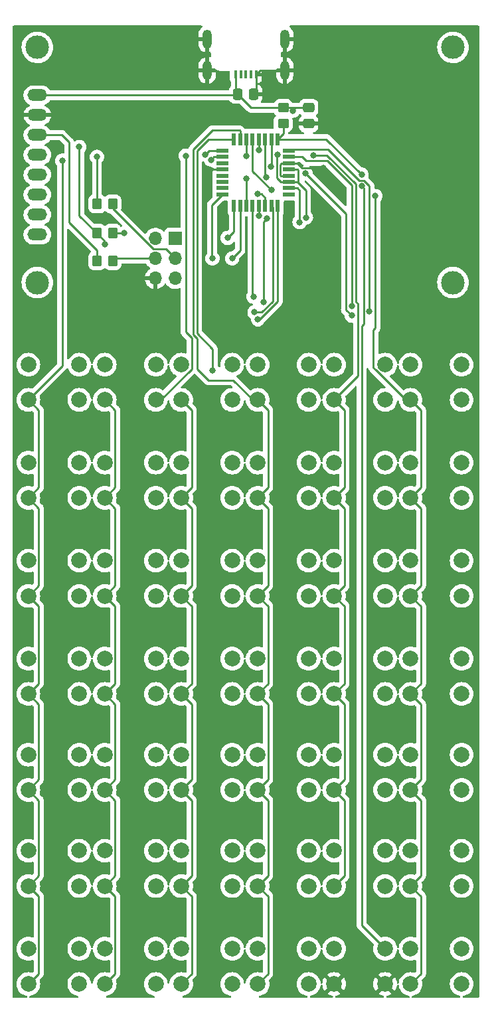
<source format=gbr>
G04 #@! TF.GenerationSoftware,KiCad,Pcbnew,6.0.0*
G04 #@! TF.CreationDate,2022-03-22T20:09:41+01:00*
G04 #@! TF.ProjectId,calculator,63616c63-756c-4617-946f-722e6b696361,rev?*
G04 #@! TF.SameCoordinates,Original*
G04 #@! TF.FileFunction,Copper,L2,Bot*
G04 #@! TF.FilePolarity,Positive*
%FSLAX46Y46*%
G04 Gerber Fmt 4.6, Leading zero omitted, Abs format (unit mm)*
G04 Created by KiCad (PCBNEW 6.0.0) date 2022-03-22 20:09:41*
%MOMM*%
%LPD*%
G01*
G04 APERTURE LIST*
G04 Aperture macros list*
%AMRoundRect*
0 Rectangle with rounded corners*
0 $1 Rounding radius*
0 $2 $3 $4 $5 $6 $7 $8 $9 X,Y pos of 4 corners*
0 Add a 4 corners polygon primitive as box body*
4,1,4,$2,$3,$4,$5,$6,$7,$8,$9,$2,$3,0*
0 Add four circle primitives for the rounded corners*
1,1,$1+$1,$2,$3*
1,1,$1+$1,$4,$5*
1,1,$1+$1,$6,$7*
1,1,$1+$1,$8,$9*
0 Add four rect primitives between the rounded corners*
20,1,$1+$1,$2,$3,$4,$5,0*
20,1,$1+$1,$4,$5,$6,$7,0*
20,1,$1+$1,$6,$7,$8,$9,0*
20,1,$1+$1,$8,$9,$2,$3,0*%
G04 Aperture macros list end*
G04 #@! TA.AperFunction,ComponentPad*
%ADD10C,2.000000*%
G04 #@! TD*
G04 #@! TA.AperFunction,WasherPad*
%ADD11C,3.000000*%
G04 #@! TD*
G04 #@! TA.AperFunction,ComponentPad*
%ADD12O,2.500000X1.500000*%
G04 #@! TD*
G04 #@! TA.AperFunction,SMDPad,CuDef*
%ADD13RoundRect,0.250000X-0.337500X-0.475000X0.337500X-0.475000X0.337500X0.475000X-0.337500X0.475000X0*%
G04 #@! TD*
G04 #@! TA.AperFunction,SMDPad,CuDef*
%ADD14R,1.600000X0.550000*%
G04 #@! TD*
G04 #@! TA.AperFunction,SMDPad,CuDef*
%ADD15R,0.550000X1.600000*%
G04 #@! TD*
G04 #@! TA.AperFunction,SMDPad,CuDef*
%ADD16RoundRect,0.250000X-0.475000X0.337500X-0.475000X-0.337500X0.475000X-0.337500X0.475000X0.337500X0*%
G04 #@! TD*
G04 #@! TA.AperFunction,SMDPad,CuDef*
%ADD17RoundRect,0.250000X0.350000X0.450000X-0.350000X0.450000X-0.350000X-0.450000X0.350000X-0.450000X0*%
G04 #@! TD*
G04 #@! TA.AperFunction,SMDPad,CuDef*
%ADD18R,0.450000X1.100000*%
G04 #@! TD*
G04 #@! TA.AperFunction,ComponentPad*
%ADD19O,1.200000X2.400000*%
G04 #@! TD*
G04 #@! TA.AperFunction,SMDPad,CuDef*
%ADD20RoundRect,0.250000X-0.450000X0.350000X-0.450000X-0.350000X0.450000X-0.350000X0.450000X0.350000X0*%
G04 #@! TD*
G04 #@! TA.AperFunction,ComponentPad*
%ADD21R,1.700000X1.700000*%
G04 #@! TD*
G04 #@! TA.AperFunction,ComponentPad*
%ADD22O,1.700000X1.700000*%
G04 #@! TD*
G04 #@! TA.AperFunction,ViaPad*
%ADD23C,0.800000*%
G04 #@! TD*
G04 #@! TA.AperFunction,Conductor*
%ADD24C,0.250000*%
G04 #@! TD*
G04 APERTURE END LIST*
D10*
X146000000Y-84750000D03*
X152500000Y-84750000D03*
X152500000Y-89250000D03*
X146000000Y-89250000D03*
X116750000Y-84750000D03*
X123250000Y-84750000D03*
X123250000Y-89250000D03*
X116750000Y-89250000D03*
X155750000Y-97250000D03*
X162250000Y-97250000D03*
X162250000Y-101750000D03*
X155750000Y-101750000D03*
X107000000Y-134500000D03*
X113500000Y-134500000D03*
X113500000Y-139000000D03*
X107000000Y-139000000D03*
X142750000Y-84750000D03*
X136250000Y-84750000D03*
X136250000Y-89250000D03*
X142750000Y-89250000D03*
X133000000Y-97250000D03*
X126500000Y-97250000D03*
X133000000Y-101750000D03*
X126500000Y-101750000D03*
X136250000Y-134500000D03*
X142750000Y-134500000D03*
X136250000Y-139000000D03*
X142750000Y-139000000D03*
X116750000Y-109750000D03*
X123250000Y-109750000D03*
X123250000Y-114250000D03*
X116750000Y-114250000D03*
X113500000Y-146750000D03*
X107000000Y-146750000D03*
X107000000Y-151250000D03*
X113500000Y-151250000D03*
X142750000Y-122250000D03*
X136250000Y-122250000D03*
X142750000Y-126750000D03*
X136250000Y-126750000D03*
X155750000Y-134500000D03*
X162250000Y-134500000D03*
X155750000Y-139000000D03*
X162250000Y-139000000D03*
X162250000Y-122250000D03*
X155750000Y-122250000D03*
X162250000Y-126750000D03*
X155750000Y-126750000D03*
X133000000Y-134500000D03*
X126500000Y-134500000D03*
X126500000Y-139000000D03*
X133000000Y-139000000D03*
X133000000Y-122250000D03*
X126500000Y-122250000D03*
X133000000Y-126750000D03*
X126500000Y-126750000D03*
X107000000Y-84750000D03*
X113500000Y-84750000D03*
X107000000Y-89250000D03*
X113500000Y-89250000D03*
X113500000Y-159250000D03*
X107000000Y-159250000D03*
X113500000Y-163750000D03*
X107000000Y-163750000D03*
X152500000Y-122250000D03*
X146000000Y-122250000D03*
X152500000Y-126750000D03*
X146000000Y-126750000D03*
X155750000Y-109750000D03*
X162250000Y-109750000D03*
X155750000Y-114250000D03*
X162250000Y-114250000D03*
X155750000Y-159250000D03*
X162250000Y-159250000D03*
X162250000Y-163750000D03*
X155750000Y-163750000D03*
X123250000Y-97250000D03*
X116750000Y-97250000D03*
X116750000Y-101750000D03*
X123250000Y-101750000D03*
X146000000Y-146750000D03*
X152500000Y-146750000D03*
X152500000Y-151250000D03*
X146000000Y-151250000D03*
X123250000Y-159250000D03*
X116750000Y-159250000D03*
X123250000Y-163750000D03*
X116750000Y-163750000D03*
X126500000Y-109750000D03*
X133000000Y-109750000D03*
X126500000Y-114250000D03*
X133000000Y-114250000D03*
X142750000Y-146750000D03*
X136250000Y-146750000D03*
X136250000Y-151250000D03*
X142750000Y-151250000D03*
X152500000Y-134500000D03*
X146000000Y-134500000D03*
X146000000Y-139000000D03*
X152500000Y-139000000D03*
X146000000Y-159250000D03*
X152500000Y-159250000D03*
X146000000Y-163750000D03*
X152500000Y-163750000D03*
X162250000Y-146750000D03*
X155750000Y-146750000D03*
X155750000Y-151250000D03*
X162250000Y-151250000D03*
X136250000Y-109750000D03*
X142750000Y-109750000D03*
X142750000Y-114250000D03*
X136250000Y-114250000D03*
X123250000Y-122250000D03*
X116750000Y-122250000D03*
X123250000Y-126750000D03*
X116750000Y-126750000D03*
X146000000Y-97250000D03*
X152500000Y-97250000D03*
X146000000Y-101750000D03*
X152500000Y-101750000D03*
X113500000Y-97250000D03*
X107000000Y-97250000D03*
X113500000Y-101750000D03*
X107000000Y-101750000D03*
X126500000Y-159250000D03*
X133000000Y-159250000D03*
X133000000Y-163750000D03*
X126500000Y-163750000D03*
X133000000Y-146750000D03*
X126500000Y-146750000D03*
X133000000Y-151250000D03*
X126500000Y-151250000D03*
X142750000Y-159250000D03*
X136250000Y-159250000D03*
X136250000Y-163750000D03*
X142750000Y-163750000D03*
X123250000Y-134500000D03*
X116750000Y-134500000D03*
X123250000Y-139000000D03*
X116750000Y-139000000D03*
X142750000Y-97250000D03*
X136250000Y-97250000D03*
X142750000Y-101750000D03*
X136250000Y-101750000D03*
X133000000Y-84750000D03*
X126500000Y-84750000D03*
X133000000Y-89250000D03*
X126500000Y-89250000D03*
X123250000Y-146750000D03*
X116750000Y-146750000D03*
X123250000Y-151250000D03*
X116750000Y-151250000D03*
X155750000Y-84750000D03*
X162250000Y-84750000D03*
X162250000Y-89250000D03*
X155750000Y-89250000D03*
X107000000Y-122250000D03*
X113500000Y-122250000D03*
X113500000Y-126750000D03*
X107000000Y-126750000D03*
X107000000Y-109750000D03*
X113500000Y-109750000D03*
X113500000Y-114250000D03*
X107000000Y-114250000D03*
X152500000Y-109750000D03*
X146000000Y-109750000D03*
X146000000Y-114250000D03*
X152500000Y-114250000D03*
D11*
X108145000Y-74285000D03*
X161145000Y-44285000D03*
X161145000Y-74285000D03*
X108145000Y-44285000D03*
D12*
X108145000Y-50395000D03*
X108145000Y-52935000D03*
X108145000Y-55475000D03*
X108145000Y-58015000D03*
X108145000Y-60555000D03*
X108145000Y-63095000D03*
X108145000Y-65635000D03*
X108145000Y-68175000D03*
D13*
X133675000Y-50250000D03*
X135750000Y-50250000D03*
D14*
X140250000Y-57450000D03*
X140250000Y-58250000D03*
X140250000Y-59050000D03*
X140250000Y-59850000D03*
X140250000Y-60650000D03*
X140250000Y-61450000D03*
X140250000Y-62250000D03*
X140250000Y-63050000D03*
D15*
X138800000Y-64500000D03*
X138000000Y-64500000D03*
X137200000Y-64500000D03*
X136400000Y-64500000D03*
X135600000Y-64500000D03*
X134800000Y-64500000D03*
X134000000Y-64500000D03*
X133200000Y-64500000D03*
D14*
X131750000Y-63050000D03*
X131750000Y-62250000D03*
X131750000Y-61450000D03*
X131750000Y-60650000D03*
X131750000Y-59850000D03*
X131750000Y-59050000D03*
X131750000Y-58250000D03*
X131750000Y-57450000D03*
D15*
X133200000Y-56000000D03*
X134000000Y-56000000D03*
X134800000Y-56000000D03*
X135600000Y-56000000D03*
X136400000Y-56000000D03*
X137200000Y-56000000D03*
X138000000Y-56000000D03*
X138800000Y-56000000D03*
D16*
X142750000Y-51962500D03*
X142750000Y-54037500D03*
D17*
X117750000Y-68000000D03*
X115750000Y-68000000D03*
D18*
X133450000Y-47750000D03*
X134100000Y-47750000D03*
X134750000Y-47750000D03*
X135400000Y-47750000D03*
X136050000Y-47750000D03*
D19*
X129800000Y-47230000D03*
X129800000Y-43230000D03*
X139700000Y-43230000D03*
X139700000Y-47230000D03*
D20*
X139500000Y-52000000D03*
X139500000Y-54000000D03*
D17*
X117750000Y-64250000D03*
X115750000Y-64250000D03*
D21*
X125750000Y-68670000D03*
D22*
X123210000Y-68670000D03*
X125750000Y-71210000D03*
X123210000Y-71210000D03*
X125750000Y-73750000D03*
X123210000Y-73750000D03*
D17*
X117750000Y-71500000D03*
X115750000Y-71500000D03*
D23*
X154000000Y-155000000D03*
X115750000Y-58250000D03*
X115000000Y-81500000D03*
X115000000Y-93250000D03*
X115000000Y-105750000D03*
X115000000Y-118250000D03*
X150500000Y-78000000D03*
X149500000Y-60500000D03*
X149500000Y-62000000D03*
X134750000Y-155000000D03*
X130500000Y-85500000D03*
X151250000Y-63250000D03*
X138000000Y-62500000D03*
X144608300Y-59644254D03*
X130000000Y-59800000D03*
X142750000Y-54037500D03*
X142400000Y-66000000D03*
X119250000Y-68000000D03*
X138800000Y-58000000D03*
X140752289Y-52350980D03*
X130311085Y-58618882D03*
X111307540Y-58755980D03*
X129562672Y-57956400D03*
X127075990Y-58124500D03*
X143374933Y-58025989D03*
X134800000Y-58124500D03*
X132400000Y-68600000D03*
X130479740Y-71205142D03*
X133000000Y-71200000D03*
X136400000Y-57400000D03*
X113500000Y-57000000D03*
X116800000Y-69400000D03*
X137000000Y-76800000D03*
X137431726Y-66075500D03*
X137362299Y-60837701D03*
X142371367Y-60368754D03*
X137951479Y-59524500D03*
X148250000Y-78500000D03*
X148250000Y-77250000D03*
X136275500Y-78984473D03*
X135844314Y-78082761D03*
X135700000Y-76075402D03*
X136200000Y-63000000D03*
X136400000Y-65800000D03*
X141588069Y-66582901D03*
X134800000Y-61000000D03*
D24*
X123210000Y-71210000D02*
X118040000Y-71210000D01*
X118040000Y-71210000D02*
X117750000Y-71500000D01*
X117750000Y-64250000D02*
X117750000Y-64871010D01*
X117750000Y-64871010D02*
X122914479Y-70035489D01*
X122914479Y-70035489D02*
X124575489Y-70035489D01*
X124575489Y-70035489D02*
X125750000Y-71210000D01*
X115750000Y-58250000D02*
X115750000Y-64250000D01*
X107000000Y-89250000D02*
X111307540Y-84942460D01*
X111307540Y-84942460D02*
X111307540Y-58755980D01*
X113500000Y-57000000D02*
X113500000Y-65750000D01*
X113500000Y-65750000D02*
X115750000Y-68000000D01*
X147500000Y-77750000D02*
X148250000Y-78500000D01*
X147500000Y-65497387D02*
X147500000Y-77750000D01*
X142371367Y-60368754D02*
X147500000Y-65497387D01*
X150500000Y-61975400D02*
X150500000Y-78000000D01*
X149800099Y-61275499D02*
X150500000Y-61975400D01*
X145187192Y-57301488D02*
X149161203Y-61275499D01*
X149161203Y-61275499D02*
X149800099Y-61275499D01*
X140398512Y-57301488D02*
X145187192Y-57301488D01*
X140250000Y-57450000D02*
X140398512Y-57301488D01*
X145114785Y-58750489D02*
X148250000Y-61885704D01*
X149047121Y-86202879D02*
X146000000Y-89250000D01*
X148250000Y-61885704D02*
X148250000Y-77250000D01*
X141885704Y-58250000D02*
X142386193Y-58750489D01*
X140250000Y-58250000D02*
X141885704Y-58250000D01*
X143374933Y-58025989D02*
X145025989Y-58025989D01*
X142386193Y-58750489D02*
X145114785Y-58750489D01*
X148732476Y-76707876D02*
X149047121Y-77022521D01*
X145025989Y-58025989D02*
X148732476Y-61732476D01*
X148732476Y-61732476D02*
X148732476Y-76707876D01*
X149047121Y-77022521D02*
X149047121Y-86202879D01*
X151000000Y-85123142D02*
X151313429Y-85436571D01*
X151250000Y-80094115D02*
X151000000Y-80344115D01*
X151000000Y-80344115D02*
X151000000Y-85123142D01*
X149754681Y-79542365D02*
X149500000Y-79797046D01*
X149500000Y-62000000D02*
X149754681Y-62254681D01*
X149500000Y-156250000D02*
X152500000Y-159250000D01*
X149754681Y-62254681D02*
X149754681Y-79542365D01*
X149500000Y-79797046D02*
X149500000Y-156250000D01*
X151250000Y-63250000D02*
X151250000Y-80094115D01*
X145000000Y-56000000D02*
X149500000Y-60500000D01*
X141800000Y-56000000D02*
X145000000Y-56000000D01*
X128500000Y-57500000D02*
X130000000Y-56000000D01*
X130500000Y-85500000D02*
X130500000Y-82750000D01*
X130500000Y-82750000D02*
X128500000Y-80750000D01*
X128500000Y-80750000D02*
X128500000Y-57500000D01*
X130000000Y-56000000D02*
X133200000Y-56000000D01*
X123250000Y-89250000D02*
X123873143Y-89250000D01*
X133925489Y-54875489D02*
X134000000Y-54950000D01*
X127075990Y-80597398D02*
X127075990Y-58124500D01*
X123873143Y-89250000D02*
X127824511Y-85298632D01*
X130400000Y-64400000D02*
X130400000Y-71125402D01*
X127824511Y-85298632D02*
X127824511Y-81345919D01*
X130679967Y-58250000D02*
X130311085Y-58618882D01*
X130488807Y-54875489D02*
X133925489Y-54875489D01*
X127824511Y-81345919D02*
X127075990Y-80597398D01*
X130069072Y-57450000D02*
X129562672Y-57956400D01*
X128551614Y-82051614D02*
X128551614Y-81437318D01*
X131750000Y-57450000D02*
X130069072Y-57450000D01*
X128551614Y-81437318D02*
X128050489Y-80936193D01*
X128050489Y-80936193D02*
X128050490Y-57313806D01*
X128050490Y-57313806D02*
X130488807Y-54875489D01*
X130400000Y-71125402D02*
X130479740Y-71205142D01*
X134000000Y-54950000D02*
X134000000Y-56000000D01*
X131750000Y-58250000D02*
X130679967Y-58250000D01*
X155126857Y-89250000D02*
X151313429Y-85436571D01*
X151313429Y-85436571D02*
X151175489Y-85298632D01*
X135600000Y-60100000D02*
X138000000Y-62500000D01*
X137200000Y-56000000D02*
X137200000Y-60675402D01*
X137200000Y-60675402D02*
X137362299Y-60837701D01*
X135600000Y-56000000D02*
X135600000Y-60100000D01*
X155750000Y-89250000D02*
X155126857Y-89250000D01*
X155750000Y-101750000D02*
X157074511Y-100425489D01*
X157074511Y-100425489D02*
X157074511Y-90574511D01*
X157074511Y-90574511D02*
X155750000Y-89250000D01*
X155750000Y-114250000D02*
X157074511Y-112925489D01*
X157074511Y-112925489D02*
X157074511Y-103074511D01*
X157074511Y-103074511D02*
X155750000Y-101750000D01*
X155750000Y-126750000D02*
X157074511Y-125425489D01*
X157074511Y-125425489D02*
X157074511Y-115574511D01*
X157074511Y-115574511D02*
X155750000Y-114250000D01*
X155750000Y-139000000D02*
X157074511Y-137675489D01*
X157074511Y-137675489D02*
X157074511Y-128074511D01*
X157074511Y-128074511D02*
X155750000Y-126750000D01*
X155750000Y-151250000D02*
X157074511Y-149925489D01*
X157074511Y-149925489D02*
X157074511Y-140324511D01*
X157074511Y-140324511D02*
X155750000Y-139000000D01*
X155750000Y-163750000D02*
X157074511Y-162425489D01*
X157074511Y-162425489D02*
X157074511Y-152574511D01*
X157074511Y-152574511D02*
X155750000Y-151250000D01*
X140250000Y-59050000D02*
X141300000Y-59050000D01*
X141894254Y-59644254D02*
X144608300Y-59644254D01*
X141300000Y-59050000D02*
X141894254Y-59644254D01*
X147324511Y-100425489D02*
X147324511Y-90574511D01*
X146000000Y-101750000D02*
X147324511Y-100425489D01*
X147324511Y-90574511D02*
X146000000Y-89250000D01*
X146000000Y-114250000D02*
X147324511Y-112925489D01*
X147324511Y-112925489D02*
X147324511Y-103074511D01*
X147324511Y-103074511D02*
X146000000Y-101750000D01*
X146000000Y-126750000D02*
X147324511Y-125425489D01*
X147324511Y-125425489D02*
X147324511Y-115574511D01*
X147324511Y-115574511D02*
X146000000Y-114250000D01*
X146000000Y-139000000D02*
X147324511Y-137675489D01*
X147324511Y-137675489D02*
X147324511Y-128074511D01*
X147324511Y-128074511D02*
X146000000Y-126750000D01*
X146000000Y-151250000D02*
X147324511Y-149925489D01*
X147324511Y-149925489D02*
X147324511Y-140324511D01*
X147324511Y-140324511D02*
X146000000Y-139000000D01*
X136250000Y-89250000D02*
X135626857Y-89250000D01*
X135626857Y-89250000D02*
X133126857Y-86750000D01*
X133126857Y-86750000D02*
X130000000Y-86750000D01*
X130000000Y-86750000D02*
X128551614Y-85301614D01*
X128551614Y-85301614D02*
X128551614Y-82051614D01*
X136250000Y-101750000D02*
X137574511Y-100425489D01*
X137574511Y-100425489D02*
X137574511Y-90574511D01*
X137574511Y-90574511D02*
X136250000Y-89250000D01*
X136250000Y-114250000D02*
X137574511Y-112925489D01*
X137574511Y-112925489D02*
X137574511Y-103074511D01*
X137574511Y-103074511D02*
X136250000Y-101750000D01*
X136250000Y-126750000D02*
X137574511Y-125425489D01*
X137574511Y-125425489D02*
X137574511Y-115574511D01*
X137574511Y-115574511D02*
X136250000Y-114250000D01*
X136250000Y-139000000D02*
X137574511Y-137675489D01*
X137574511Y-137675489D02*
X137574511Y-128074511D01*
X137574511Y-128074511D02*
X136250000Y-126750000D01*
X136250000Y-151250000D02*
X137574511Y-149925489D01*
X137574511Y-149925489D02*
X137574511Y-140324511D01*
X137574511Y-140324511D02*
X136250000Y-139000000D01*
X136250000Y-163750000D02*
X137574511Y-162425489D01*
X137574511Y-162425489D02*
X137574511Y-152574511D01*
X137574511Y-152574511D02*
X136250000Y-151250000D01*
X126500000Y-101750000D02*
X127824511Y-100425489D01*
X127824511Y-100425489D02*
X127824511Y-90574511D01*
X127824511Y-90574511D02*
X126500000Y-89250000D01*
X126500000Y-114250000D02*
X127824511Y-112925489D01*
X127824511Y-112925489D02*
X127824511Y-103074511D01*
X127824511Y-103074511D02*
X126500000Y-101750000D01*
X126500000Y-126750000D02*
X127824511Y-125425489D01*
X127824511Y-125425489D02*
X127824511Y-115574511D01*
X127824511Y-115574511D02*
X126500000Y-114250000D01*
X126500000Y-139000000D02*
X127824511Y-137675489D01*
X127824511Y-137675489D02*
X127824511Y-128074511D01*
X127824511Y-128074511D02*
X126500000Y-126750000D01*
X126500000Y-151250000D02*
X127824511Y-149925489D01*
X127824511Y-149925489D02*
X127824511Y-140324511D01*
X127824511Y-140324511D02*
X126500000Y-139000000D01*
X126500000Y-163750000D02*
X127824511Y-162425489D01*
X127824511Y-162425489D02*
X127824511Y-152574511D01*
X127824511Y-152574511D02*
X126500000Y-151250000D01*
X116750000Y-101750000D02*
X118074511Y-100425489D01*
X118074511Y-100425489D02*
X118074511Y-90574511D01*
X118074511Y-90574511D02*
X116750000Y-89250000D01*
X116750000Y-114250000D02*
X118074511Y-112925489D01*
X118074511Y-112925489D02*
X118074511Y-103074511D01*
X118074511Y-103074511D02*
X116750000Y-101750000D01*
X116750000Y-126750000D02*
X118074511Y-125425489D01*
X118074511Y-125425489D02*
X118074511Y-115574511D01*
X118074511Y-115574511D02*
X116750000Y-114250000D01*
X116750000Y-139000000D02*
X118074511Y-137675489D01*
X118074511Y-137675489D02*
X118074511Y-128074511D01*
X118074511Y-128074511D02*
X116750000Y-126750000D01*
X116750000Y-151250000D02*
X118074511Y-149925489D01*
X118074511Y-140324511D02*
X116750000Y-139000000D01*
X118074511Y-149925489D02*
X118074511Y-140324511D01*
X116750000Y-163750000D02*
X118074511Y-162425489D01*
X118074511Y-162425489D02*
X118074511Y-152574511D01*
X118074511Y-152574511D02*
X116750000Y-151250000D01*
X107000000Y-101750000D02*
X108324511Y-100425489D01*
X108324511Y-100425489D02*
X108324511Y-90574511D01*
X108324511Y-90574511D02*
X107000000Y-89250000D01*
X107000000Y-114250000D02*
X108324511Y-112925489D01*
X108324511Y-112925489D02*
X108324511Y-103074511D01*
X108324511Y-103074511D02*
X107000000Y-101750000D01*
X107000000Y-126750000D02*
X108324511Y-125425489D01*
X108324511Y-125425489D02*
X108324511Y-115574511D01*
X108324511Y-115574511D02*
X107000000Y-114250000D01*
X107000000Y-139000000D02*
X108324511Y-137675489D01*
X108324511Y-137675489D02*
X108324511Y-128074511D01*
X108324511Y-128074511D02*
X107000000Y-126750000D01*
X107000000Y-151250000D02*
X108324511Y-149925489D01*
X108324511Y-149925489D02*
X108324511Y-140324511D01*
X108324511Y-140324511D02*
X107000000Y-139000000D01*
X107000000Y-163750000D02*
X108324511Y-162425489D01*
X108324511Y-152574511D02*
X107000000Y-151250000D01*
X108324511Y-162425489D02*
X108324511Y-152574511D01*
X139500000Y-55300000D02*
X138800000Y-56000000D01*
X141800000Y-56000000D02*
X138800000Y-56000000D01*
X139500000Y-54000000D02*
X139500000Y-55300000D01*
X139325978Y-59050000D02*
X139125489Y-59250489D01*
X131700000Y-59800000D02*
X131750000Y-59850000D01*
X136570000Y-47230000D02*
X136050000Y-47750000D01*
X136050000Y-49950000D02*
X135750000Y-50250000D01*
X139700000Y-47230000D02*
X136570000Y-47230000D01*
X139125489Y-60575489D02*
X139200000Y-60650000D01*
X140250000Y-59050000D02*
X139325978Y-59050000D01*
X130000000Y-59800000D02*
X131700000Y-59800000D01*
X139200000Y-60650000D02*
X140250000Y-60650000D01*
X136050000Y-47750000D02*
X136050000Y-49950000D01*
X139125489Y-59250489D02*
X139125489Y-60575489D01*
X141000000Y-52103269D02*
X140752289Y-52350980D01*
X141374511Y-61375489D02*
X141374511Y-59924511D01*
X133530000Y-50395000D02*
X108145000Y-50395000D01*
X141300000Y-61450000D02*
X141374511Y-61375489D01*
X133450000Y-50025000D02*
X133675000Y-50250000D01*
X135425000Y-52000000D02*
X133675000Y-50250000D01*
X142712500Y-52000000D02*
X142750000Y-51962500D01*
X140250000Y-61450000D02*
X141300000Y-61450000D01*
X141000000Y-52000000D02*
X142712500Y-52000000D01*
X133450000Y-47750000D02*
X133450000Y-50025000D01*
X141000000Y-52000000D02*
X141000000Y-52103269D01*
X133675000Y-50250000D02*
X133530000Y-50395000D01*
X138675978Y-60925978D02*
X138675979Y-58124021D01*
X141300000Y-59850000D02*
X140250000Y-59850000D01*
X141374511Y-59924511D02*
X141300000Y-59850000D01*
X139500000Y-52000000D02*
X135425000Y-52000000D01*
X139200000Y-61450000D02*
X138675978Y-60925978D01*
X138675979Y-58124021D02*
X138800000Y-58000000D01*
X117750000Y-68000000D02*
X119250000Y-68000000D01*
X140250000Y-61450000D02*
X139200000Y-61450000D01*
X139500000Y-52000000D02*
X141000000Y-52000000D01*
X142400000Y-66000000D02*
X142400000Y-62550000D01*
X142400000Y-62550000D02*
X141300000Y-61450000D01*
X112200000Y-56400000D02*
X112200000Y-66600000D01*
X115750000Y-70150000D02*
X115750000Y-71500000D01*
X108145000Y-55475000D02*
X111275000Y-55475000D01*
X112200000Y-66600000D02*
X115750000Y-70150000D01*
X111275000Y-55475000D02*
X112200000Y-56400000D01*
X134800000Y-56000000D02*
X134800000Y-58124500D01*
X133200000Y-67800000D02*
X132400000Y-68600000D01*
X133200000Y-64500000D02*
X133200000Y-67800000D01*
X131750000Y-63050000D02*
X130400000Y-64400000D01*
X134000000Y-64500000D02*
X134000000Y-70200000D01*
X134000000Y-70200000D02*
X133000000Y-71200000D01*
X117750000Y-71500000D02*
X118050000Y-71200000D01*
X136400000Y-56000000D02*
X136400000Y-57400000D01*
X116800000Y-69400000D02*
X116800000Y-69050000D01*
X116800000Y-69050000D02*
X115750000Y-68000000D01*
X137000000Y-66507226D02*
X137431726Y-66075500D01*
X137000000Y-76800000D02*
X137000000Y-66507226D01*
X138000000Y-56000000D02*
X138000000Y-59475979D01*
X138000000Y-59475979D02*
X137951479Y-59524500D01*
X136515295Y-78984473D02*
X136275500Y-78984473D01*
X138800000Y-76699768D02*
X136515295Y-78984473D01*
X138800000Y-64500000D02*
X138800000Y-76699768D01*
X138156227Y-64656227D02*
X138156227Y-76668373D01*
X138156227Y-76668373D02*
X136741839Y-78082761D01*
X136741839Y-78082761D02*
X135844314Y-78082761D01*
X138000000Y-64500000D02*
X138156227Y-64656227D01*
X135600000Y-64500000D02*
X135600000Y-75975402D01*
X135600000Y-75975402D02*
X135700000Y-76075402D01*
X136750000Y-63000000D02*
X136200000Y-63000000D01*
X137200000Y-64500000D02*
X137200000Y-63450000D01*
X137200000Y-63450000D02*
X136750000Y-63000000D01*
X136400000Y-64500000D02*
X136400000Y-65800000D01*
X140250000Y-62250000D02*
X141300000Y-62250000D01*
X141300000Y-62250000D02*
X141588069Y-62538069D01*
X141588069Y-62538069D02*
X141588069Y-66582901D01*
X134800000Y-64500000D02*
X134800000Y-61000000D01*
G04 #@! TA.AperFunction,Conductor*
G36*
X128230603Y-85892610D02*
G01*
X128275666Y-85921571D01*
X129496348Y-87142253D01*
X129503888Y-87150539D01*
X129508000Y-87157018D01*
X129513777Y-87162443D01*
X129557651Y-87203643D01*
X129560493Y-87206398D01*
X129580230Y-87226135D01*
X129583427Y-87228615D01*
X129592447Y-87236318D01*
X129624679Y-87266586D01*
X129631625Y-87270405D01*
X129631628Y-87270407D01*
X129642434Y-87276348D01*
X129658953Y-87287199D01*
X129674959Y-87299614D01*
X129682228Y-87302759D01*
X129682232Y-87302762D01*
X129715537Y-87317174D01*
X129726187Y-87322391D01*
X129764940Y-87343695D01*
X129772615Y-87345666D01*
X129772616Y-87345666D01*
X129784562Y-87348733D01*
X129803267Y-87355137D01*
X129821855Y-87363181D01*
X129829678Y-87364420D01*
X129829688Y-87364423D01*
X129865524Y-87370099D01*
X129877144Y-87372505D01*
X129912289Y-87381528D01*
X129919970Y-87383500D01*
X129940224Y-87383500D01*
X129959934Y-87385051D01*
X129979943Y-87388220D01*
X129987835Y-87387474D01*
X130023961Y-87384059D01*
X130035819Y-87383500D01*
X132812263Y-87383500D01*
X132880384Y-87403502D01*
X132901358Y-87420405D01*
X133008635Y-87527682D01*
X133042661Y-87589994D01*
X133037596Y-87660809D01*
X132995049Y-87717645D01*
X132929426Y-87742389D01*
X132837834Y-87749598D01*
X132763289Y-87755465D01*
X132758482Y-87756619D01*
X132758476Y-87756620D01*
X132612609Y-87791640D01*
X132532406Y-87810895D01*
X132527835Y-87812788D01*
X132527833Y-87812789D01*
X132317611Y-87899865D01*
X132317607Y-87899867D01*
X132313037Y-87901760D01*
X132308817Y-87904346D01*
X132114798Y-88023241D01*
X132114792Y-88023245D01*
X132110584Y-88025824D01*
X131930031Y-88180031D01*
X131775824Y-88360584D01*
X131773245Y-88364792D01*
X131773241Y-88364798D01*
X131654346Y-88558817D01*
X131651760Y-88563037D01*
X131649867Y-88567607D01*
X131649865Y-88567611D01*
X131562789Y-88777833D01*
X131560895Y-88782406D01*
X131505465Y-89013289D01*
X131486835Y-89250000D01*
X131505465Y-89486711D01*
X131560895Y-89717594D01*
X131562788Y-89722165D01*
X131562789Y-89722167D01*
X131583040Y-89771056D01*
X131651760Y-89936963D01*
X131654346Y-89941183D01*
X131773241Y-90135202D01*
X131773245Y-90135208D01*
X131775824Y-90139416D01*
X131930031Y-90319969D01*
X132110584Y-90474176D01*
X132114792Y-90476755D01*
X132114798Y-90476759D01*
X132209276Y-90534655D01*
X132313037Y-90598240D01*
X132317607Y-90600133D01*
X132317611Y-90600135D01*
X132527833Y-90687211D01*
X132532406Y-90689105D01*
X132612609Y-90708360D01*
X132758476Y-90743380D01*
X132758482Y-90743381D01*
X132763289Y-90744535D01*
X133000000Y-90763165D01*
X133236711Y-90744535D01*
X133241518Y-90743381D01*
X133241524Y-90743380D01*
X133387391Y-90708360D01*
X133467594Y-90689105D01*
X133472167Y-90687211D01*
X133682389Y-90600135D01*
X133682393Y-90600133D01*
X133686963Y-90598240D01*
X133790724Y-90534655D01*
X133885202Y-90476759D01*
X133885208Y-90476755D01*
X133889416Y-90474176D01*
X134069969Y-90319969D01*
X134224176Y-90139416D01*
X134226755Y-90135208D01*
X134226759Y-90135202D01*
X134345654Y-89941183D01*
X134348240Y-89936963D01*
X134416961Y-89771056D01*
X134437211Y-89722167D01*
X134437212Y-89722165D01*
X134439105Y-89717594D01*
X134494535Y-89486711D01*
X134499388Y-89425048D01*
X134524674Y-89358707D01*
X134581812Y-89316567D01*
X134652662Y-89312008D01*
X134714729Y-89346477D01*
X134748309Y-89409031D01*
X134750612Y-89425048D01*
X134755465Y-89486711D01*
X134810895Y-89717594D01*
X134812788Y-89722165D01*
X134812789Y-89722167D01*
X134833040Y-89771056D01*
X134901760Y-89936963D01*
X134904346Y-89941183D01*
X135023241Y-90135202D01*
X135023245Y-90135208D01*
X135025824Y-90139416D01*
X135180031Y-90319969D01*
X135360584Y-90474176D01*
X135364792Y-90476755D01*
X135364798Y-90476759D01*
X135459276Y-90534655D01*
X135563037Y-90598240D01*
X135567607Y-90600133D01*
X135567611Y-90600135D01*
X135777833Y-90687211D01*
X135782406Y-90689105D01*
X135862609Y-90708360D01*
X136008476Y-90743380D01*
X136008482Y-90743381D01*
X136013289Y-90744535D01*
X136250000Y-90763165D01*
X136486711Y-90744535D01*
X136491518Y-90743381D01*
X136491524Y-90743380D01*
X136709951Y-90690940D01*
X136780859Y-90694487D01*
X136828460Y-90724364D01*
X136904106Y-90800010D01*
X136938132Y-90862322D01*
X136941011Y-90889105D01*
X136941011Y-95714865D01*
X136921009Y-95782986D01*
X136867353Y-95829479D01*
X136797079Y-95839583D01*
X136766795Y-95831274D01*
X136717594Y-95810895D01*
X136637391Y-95791640D01*
X136491524Y-95756620D01*
X136491518Y-95756619D01*
X136486711Y-95755465D01*
X136250000Y-95736835D01*
X136013289Y-95755465D01*
X136008482Y-95756619D01*
X136008476Y-95756620D01*
X135862609Y-95791640D01*
X135782406Y-95810895D01*
X135777835Y-95812788D01*
X135777833Y-95812789D01*
X135567611Y-95899865D01*
X135567607Y-95899867D01*
X135563037Y-95901760D01*
X135558817Y-95904346D01*
X135364798Y-96023241D01*
X135364792Y-96023245D01*
X135360584Y-96025824D01*
X135180031Y-96180031D01*
X135025824Y-96360584D01*
X135023245Y-96364792D01*
X135023241Y-96364798D01*
X134904346Y-96558817D01*
X134901760Y-96563037D01*
X134810895Y-96782406D01*
X134755465Y-97013289D01*
X134755077Y-97018223D01*
X134750612Y-97074951D01*
X134725326Y-97141292D01*
X134668188Y-97183432D01*
X134597338Y-97187991D01*
X134535271Y-97153522D01*
X134501691Y-97090968D01*
X134499388Y-97074951D01*
X134494923Y-97018223D01*
X134494535Y-97013289D01*
X134439105Y-96782406D01*
X134348240Y-96563037D01*
X134345654Y-96558817D01*
X134226759Y-96364798D01*
X134226755Y-96364792D01*
X134224176Y-96360584D01*
X134069969Y-96180031D01*
X133889416Y-96025824D01*
X133885208Y-96023245D01*
X133885202Y-96023241D01*
X133691183Y-95904346D01*
X133686963Y-95901760D01*
X133682393Y-95899867D01*
X133682389Y-95899865D01*
X133472167Y-95812789D01*
X133472165Y-95812788D01*
X133467594Y-95810895D01*
X133387391Y-95791640D01*
X133241524Y-95756620D01*
X133241518Y-95756619D01*
X133236711Y-95755465D01*
X133000000Y-95736835D01*
X132763289Y-95755465D01*
X132758482Y-95756619D01*
X132758476Y-95756620D01*
X132612609Y-95791640D01*
X132532406Y-95810895D01*
X132527835Y-95812788D01*
X132527833Y-95812789D01*
X132317611Y-95899865D01*
X132317607Y-95899867D01*
X132313037Y-95901760D01*
X132308817Y-95904346D01*
X132114798Y-96023241D01*
X132114792Y-96023245D01*
X132110584Y-96025824D01*
X131930031Y-96180031D01*
X131775824Y-96360584D01*
X131773245Y-96364792D01*
X131773241Y-96364798D01*
X131654346Y-96558817D01*
X131651760Y-96563037D01*
X131560895Y-96782406D01*
X131505465Y-97013289D01*
X131486835Y-97250000D01*
X131505465Y-97486711D01*
X131560895Y-97717594D01*
X131651760Y-97936963D01*
X131654346Y-97941183D01*
X131773241Y-98135202D01*
X131773245Y-98135208D01*
X131775824Y-98139416D01*
X131930031Y-98319969D01*
X132110584Y-98474176D01*
X132114792Y-98476755D01*
X132114798Y-98476759D01*
X132308817Y-98595654D01*
X132313037Y-98598240D01*
X132317607Y-98600133D01*
X132317611Y-98600135D01*
X132483206Y-98668726D01*
X132532406Y-98689105D01*
X132612609Y-98708360D01*
X132758476Y-98743380D01*
X132758482Y-98743381D01*
X132763289Y-98744535D01*
X133000000Y-98763165D01*
X133236711Y-98744535D01*
X133241518Y-98743381D01*
X133241524Y-98743380D01*
X133387391Y-98708360D01*
X133467594Y-98689105D01*
X133516794Y-98668726D01*
X133682389Y-98600135D01*
X133682393Y-98600133D01*
X133686963Y-98598240D01*
X133691183Y-98595654D01*
X133885202Y-98476759D01*
X133885208Y-98476755D01*
X133889416Y-98474176D01*
X134069969Y-98319969D01*
X134224176Y-98139416D01*
X134226755Y-98135208D01*
X134226759Y-98135202D01*
X134345654Y-97941183D01*
X134348240Y-97936963D01*
X134439105Y-97717594D01*
X134494535Y-97486711D01*
X134499388Y-97425049D01*
X134524674Y-97358708D01*
X134581812Y-97316568D01*
X134652662Y-97312009D01*
X134714729Y-97346478D01*
X134748309Y-97409032D01*
X134750612Y-97425049D01*
X134755465Y-97486711D01*
X134810895Y-97717594D01*
X134901760Y-97936963D01*
X134904346Y-97941183D01*
X135023241Y-98135202D01*
X135023245Y-98135208D01*
X135025824Y-98139416D01*
X135180031Y-98319969D01*
X135360584Y-98474176D01*
X135364792Y-98476755D01*
X135364798Y-98476759D01*
X135558817Y-98595654D01*
X135563037Y-98598240D01*
X135567607Y-98600133D01*
X135567611Y-98600135D01*
X135733206Y-98668726D01*
X135782406Y-98689105D01*
X135862609Y-98708360D01*
X136008476Y-98743380D01*
X136008482Y-98743381D01*
X136013289Y-98744535D01*
X136250000Y-98763165D01*
X136486711Y-98744535D01*
X136491518Y-98743381D01*
X136491524Y-98743380D01*
X136637391Y-98708360D01*
X136717594Y-98689105D01*
X136766794Y-98668726D01*
X136837382Y-98661137D01*
X136900869Y-98692916D01*
X136937097Y-98753974D01*
X136941011Y-98785135D01*
X136941011Y-100110894D01*
X136921009Y-100179015D01*
X136904106Y-100199989D01*
X136828459Y-100275636D01*
X136766147Y-100309662D01*
X136709951Y-100309060D01*
X136657104Y-100296373D01*
X136491524Y-100256620D01*
X136491518Y-100256619D01*
X136486711Y-100255465D01*
X136250000Y-100236835D01*
X136013289Y-100255465D01*
X136008482Y-100256619D01*
X136008476Y-100256620D01*
X135862609Y-100291640D01*
X135782406Y-100310895D01*
X135777835Y-100312788D01*
X135777833Y-100312789D01*
X135567611Y-100399865D01*
X135567607Y-100399867D01*
X135563037Y-100401760D01*
X135558817Y-100404346D01*
X135364798Y-100523241D01*
X135364792Y-100523245D01*
X135360584Y-100525824D01*
X135180031Y-100680031D01*
X135025824Y-100860584D01*
X135023245Y-100864792D01*
X135023241Y-100864798D01*
X134904346Y-101058817D01*
X134901760Y-101063037D01*
X134899867Y-101067607D01*
X134899865Y-101067611D01*
X134812789Y-101277833D01*
X134810895Y-101282406D01*
X134755465Y-101513289D01*
X134755077Y-101518223D01*
X134750612Y-101574951D01*
X134725326Y-101641292D01*
X134668188Y-101683432D01*
X134597338Y-101687991D01*
X134535271Y-101653522D01*
X134501691Y-101590968D01*
X134499388Y-101574951D01*
X134494923Y-101518223D01*
X134494535Y-101513289D01*
X134439105Y-101282406D01*
X134437211Y-101277833D01*
X134350135Y-101067611D01*
X134350133Y-101067607D01*
X134348240Y-101063037D01*
X134345654Y-101058817D01*
X134226759Y-100864798D01*
X134226755Y-100864792D01*
X134224176Y-100860584D01*
X134069969Y-100680031D01*
X133889416Y-100525824D01*
X133885208Y-100523245D01*
X133885202Y-100523241D01*
X133691183Y-100404346D01*
X133686963Y-100401760D01*
X133682393Y-100399867D01*
X133682389Y-100399865D01*
X133472167Y-100312789D01*
X133472165Y-100312788D01*
X133467594Y-100310895D01*
X133387391Y-100291640D01*
X133241524Y-100256620D01*
X133241518Y-100256619D01*
X133236711Y-100255465D01*
X133000000Y-100236835D01*
X132763289Y-100255465D01*
X132758482Y-100256619D01*
X132758476Y-100256620D01*
X132612609Y-100291640D01*
X132532406Y-100310895D01*
X132527835Y-100312788D01*
X132527833Y-100312789D01*
X132317611Y-100399865D01*
X132317607Y-100399867D01*
X132313037Y-100401760D01*
X132308817Y-100404346D01*
X132114798Y-100523241D01*
X132114792Y-100523245D01*
X132110584Y-100525824D01*
X131930031Y-100680031D01*
X131775824Y-100860584D01*
X131773245Y-100864792D01*
X131773241Y-100864798D01*
X131654346Y-101058817D01*
X131651760Y-101063037D01*
X131649867Y-101067607D01*
X131649865Y-101067611D01*
X131562789Y-101277833D01*
X131560895Y-101282406D01*
X131505465Y-101513289D01*
X131486835Y-101750000D01*
X131505465Y-101986711D01*
X131560895Y-102217594D01*
X131562788Y-102222165D01*
X131562789Y-102222167D01*
X131583040Y-102271056D01*
X131651760Y-102436963D01*
X131654346Y-102441183D01*
X131773241Y-102635202D01*
X131773245Y-102635208D01*
X131775824Y-102639416D01*
X131930031Y-102819969D01*
X132110584Y-102974176D01*
X132114792Y-102976755D01*
X132114798Y-102976759D01*
X132209276Y-103034655D01*
X132313037Y-103098240D01*
X132317607Y-103100133D01*
X132317611Y-103100135D01*
X132527833Y-103187211D01*
X132532406Y-103189105D01*
X132612609Y-103208360D01*
X132758476Y-103243380D01*
X132758482Y-103243381D01*
X132763289Y-103244535D01*
X133000000Y-103263165D01*
X133236711Y-103244535D01*
X133241518Y-103243381D01*
X133241524Y-103243380D01*
X133387391Y-103208360D01*
X133467594Y-103189105D01*
X133472167Y-103187211D01*
X133682389Y-103100135D01*
X133682393Y-103100133D01*
X133686963Y-103098240D01*
X133790724Y-103034655D01*
X133885202Y-102976759D01*
X133885208Y-102976755D01*
X133889416Y-102974176D01*
X134069969Y-102819969D01*
X134224176Y-102639416D01*
X134226755Y-102635208D01*
X134226759Y-102635202D01*
X134345654Y-102441183D01*
X134348240Y-102436963D01*
X134416961Y-102271056D01*
X134437211Y-102222167D01*
X134437212Y-102222165D01*
X134439105Y-102217594D01*
X134494535Y-101986711D01*
X134499388Y-101925049D01*
X134524674Y-101858708D01*
X134581812Y-101816568D01*
X134652662Y-101812009D01*
X134714729Y-101846478D01*
X134748309Y-101909032D01*
X134750612Y-101925049D01*
X134755465Y-101986711D01*
X134810895Y-102217594D01*
X134812788Y-102222165D01*
X134812789Y-102222167D01*
X134833040Y-102271056D01*
X134901760Y-102436963D01*
X134904346Y-102441183D01*
X135023241Y-102635202D01*
X135023245Y-102635208D01*
X135025824Y-102639416D01*
X135180031Y-102819969D01*
X135360584Y-102974176D01*
X135364792Y-102976755D01*
X135364798Y-102976759D01*
X135459276Y-103034655D01*
X135563037Y-103098240D01*
X135567607Y-103100133D01*
X135567611Y-103100135D01*
X135777833Y-103187211D01*
X135782406Y-103189105D01*
X135862609Y-103208360D01*
X136008476Y-103243380D01*
X136008482Y-103243381D01*
X136013289Y-103244535D01*
X136250000Y-103263165D01*
X136486711Y-103244535D01*
X136491518Y-103243381D01*
X136491524Y-103243380D01*
X136709951Y-103190940D01*
X136780859Y-103194487D01*
X136828460Y-103224364D01*
X136904106Y-103300010D01*
X136938132Y-103362322D01*
X136941011Y-103389105D01*
X136941011Y-108214865D01*
X136921009Y-108282986D01*
X136867353Y-108329479D01*
X136797079Y-108339583D01*
X136766795Y-108331274D01*
X136717594Y-108310895D01*
X136637391Y-108291640D01*
X136491524Y-108256620D01*
X136491518Y-108256619D01*
X136486711Y-108255465D01*
X136250000Y-108236835D01*
X136013289Y-108255465D01*
X136008482Y-108256619D01*
X136008476Y-108256620D01*
X135862609Y-108291640D01*
X135782406Y-108310895D01*
X135777835Y-108312788D01*
X135777833Y-108312789D01*
X135567611Y-108399865D01*
X135567607Y-108399867D01*
X135563037Y-108401760D01*
X135558817Y-108404346D01*
X135364798Y-108523241D01*
X135364792Y-108523245D01*
X135360584Y-108525824D01*
X135180031Y-108680031D01*
X135025824Y-108860584D01*
X135023245Y-108864792D01*
X135023241Y-108864798D01*
X134904346Y-109058817D01*
X134901760Y-109063037D01*
X134810895Y-109282406D01*
X134755465Y-109513289D01*
X134755077Y-109518223D01*
X134750612Y-109574951D01*
X134725326Y-109641292D01*
X134668188Y-109683432D01*
X134597338Y-109687991D01*
X134535271Y-109653522D01*
X134501691Y-109590968D01*
X134499388Y-109574951D01*
X134494923Y-109518223D01*
X134494535Y-109513289D01*
X134439105Y-109282406D01*
X134348240Y-109063037D01*
X134345654Y-109058817D01*
X134226759Y-108864798D01*
X134226755Y-108864792D01*
X134224176Y-108860584D01*
X134069969Y-108680031D01*
X133889416Y-108525824D01*
X133885208Y-108523245D01*
X133885202Y-108523241D01*
X133691183Y-108404346D01*
X133686963Y-108401760D01*
X133682393Y-108399867D01*
X133682389Y-108399865D01*
X133472167Y-108312789D01*
X133472165Y-108312788D01*
X133467594Y-108310895D01*
X133387391Y-108291640D01*
X133241524Y-108256620D01*
X133241518Y-108256619D01*
X133236711Y-108255465D01*
X133000000Y-108236835D01*
X132763289Y-108255465D01*
X132758482Y-108256619D01*
X132758476Y-108256620D01*
X132612609Y-108291640D01*
X132532406Y-108310895D01*
X132527835Y-108312788D01*
X132527833Y-108312789D01*
X132317611Y-108399865D01*
X132317607Y-108399867D01*
X132313037Y-108401760D01*
X132308817Y-108404346D01*
X132114798Y-108523241D01*
X132114792Y-108523245D01*
X132110584Y-108525824D01*
X131930031Y-108680031D01*
X131775824Y-108860584D01*
X131773245Y-108864792D01*
X131773241Y-108864798D01*
X131654346Y-109058817D01*
X131651760Y-109063037D01*
X131560895Y-109282406D01*
X131505465Y-109513289D01*
X131486835Y-109750000D01*
X131505465Y-109986711D01*
X131560895Y-110217594D01*
X131651760Y-110436963D01*
X131654346Y-110441183D01*
X131773241Y-110635202D01*
X131773245Y-110635208D01*
X131775824Y-110639416D01*
X131930031Y-110819969D01*
X132110584Y-110974176D01*
X132114792Y-110976755D01*
X132114798Y-110976759D01*
X132308817Y-111095654D01*
X132313037Y-111098240D01*
X132317607Y-111100133D01*
X132317611Y-111100135D01*
X132483206Y-111168726D01*
X132532406Y-111189105D01*
X132612609Y-111208360D01*
X132758476Y-111243380D01*
X132758482Y-111243381D01*
X132763289Y-111244535D01*
X133000000Y-111263165D01*
X133236711Y-111244535D01*
X133241518Y-111243381D01*
X133241524Y-111243380D01*
X133387391Y-111208360D01*
X133467594Y-111189105D01*
X133516794Y-111168726D01*
X133682389Y-111100135D01*
X133682393Y-111100133D01*
X133686963Y-111098240D01*
X133691183Y-111095654D01*
X133885202Y-110976759D01*
X133885208Y-110976755D01*
X133889416Y-110974176D01*
X134069969Y-110819969D01*
X134224176Y-110639416D01*
X134226755Y-110635208D01*
X134226759Y-110635202D01*
X134345654Y-110441183D01*
X134348240Y-110436963D01*
X134439105Y-110217594D01*
X134494535Y-109986711D01*
X134499388Y-109925049D01*
X134524674Y-109858708D01*
X134581812Y-109816568D01*
X134652662Y-109812009D01*
X134714729Y-109846478D01*
X134748309Y-109909032D01*
X134750612Y-109925049D01*
X134755465Y-109986711D01*
X134810895Y-110217594D01*
X134901760Y-110436963D01*
X134904346Y-110441183D01*
X135023241Y-110635202D01*
X135023245Y-110635208D01*
X135025824Y-110639416D01*
X135180031Y-110819969D01*
X135360584Y-110974176D01*
X135364792Y-110976755D01*
X135364798Y-110976759D01*
X135558817Y-111095654D01*
X135563037Y-111098240D01*
X135567607Y-111100133D01*
X135567611Y-111100135D01*
X135733206Y-111168726D01*
X135782406Y-111189105D01*
X135862609Y-111208360D01*
X136008476Y-111243380D01*
X136008482Y-111243381D01*
X136013289Y-111244535D01*
X136250000Y-111263165D01*
X136486711Y-111244535D01*
X136491518Y-111243381D01*
X136491524Y-111243380D01*
X136637391Y-111208360D01*
X136717594Y-111189105D01*
X136766794Y-111168726D01*
X136837382Y-111161137D01*
X136900869Y-111192916D01*
X136937097Y-111253974D01*
X136941011Y-111285135D01*
X136941011Y-112610894D01*
X136921009Y-112679015D01*
X136904106Y-112699989D01*
X136828459Y-112775636D01*
X136766147Y-112809662D01*
X136709951Y-112809060D01*
X136657104Y-112796373D01*
X136491524Y-112756620D01*
X136491518Y-112756619D01*
X136486711Y-112755465D01*
X136250000Y-112736835D01*
X136013289Y-112755465D01*
X136008482Y-112756619D01*
X136008476Y-112756620D01*
X135862609Y-112791640D01*
X135782406Y-112810895D01*
X135777835Y-112812788D01*
X135777833Y-112812789D01*
X135567611Y-112899865D01*
X135567607Y-112899867D01*
X135563037Y-112901760D01*
X135558817Y-112904346D01*
X135364798Y-113023241D01*
X135364792Y-113023245D01*
X135360584Y-113025824D01*
X135180031Y-113180031D01*
X135025824Y-113360584D01*
X135023245Y-113364792D01*
X135023241Y-113364798D01*
X134904346Y-113558817D01*
X134901760Y-113563037D01*
X134899867Y-113567607D01*
X134899865Y-113567611D01*
X134812789Y-113777833D01*
X134810895Y-113782406D01*
X134755465Y-114013289D01*
X134755077Y-114018223D01*
X134750612Y-114074951D01*
X134725326Y-114141292D01*
X134668188Y-114183432D01*
X134597338Y-114187991D01*
X134535271Y-114153522D01*
X134501691Y-114090968D01*
X134499388Y-114074951D01*
X134494923Y-114018223D01*
X134494535Y-114013289D01*
X134439105Y-113782406D01*
X134437211Y-113777833D01*
X134350135Y-113567611D01*
X134350133Y-113567607D01*
X134348240Y-113563037D01*
X134345654Y-113558817D01*
X134226759Y-113364798D01*
X134226755Y-113364792D01*
X134224176Y-113360584D01*
X134069969Y-113180031D01*
X133889416Y-113025824D01*
X133885208Y-113023245D01*
X133885202Y-113023241D01*
X133691183Y-112904346D01*
X133686963Y-112901760D01*
X133682393Y-112899867D01*
X133682389Y-112899865D01*
X133472167Y-112812789D01*
X133472165Y-112812788D01*
X133467594Y-112810895D01*
X133387391Y-112791640D01*
X133241524Y-112756620D01*
X133241518Y-112756619D01*
X133236711Y-112755465D01*
X133000000Y-112736835D01*
X132763289Y-112755465D01*
X132758482Y-112756619D01*
X132758476Y-112756620D01*
X132612609Y-112791640D01*
X132532406Y-112810895D01*
X132527835Y-112812788D01*
X132527833Y-112812789D01*
X132317611Y-112899865D01*
X132317607Y-112899867D01*
X132313037Y-112901760D01*
X132308817Y-112904346D01*
X132114798Y-113023241D01*
X132114792Y-113023245D01*
X132110584Y-113025824D01*
X131930031Y-113180031D01*
X131775824Y-113360584D01*
X131773245Y-113364792D01*
X131773241Y-113364798D01*
X131654346Y-113558817D01*
X131651760Y-113563037D01*
X131649867Y-113567607D01*
X131649865Y-113567611D01*
X131562789Y-113777833D01*
X131560895Y-113782406D01*
X131505465Y-114013289D01*
X131486835Y-114250000D01*
X131505465Y-114486711D01*
X131560895Y-114717594D01*
X131562788Y-114722165D01*
X131562789Y-114722167D01*
X131583040Y-114771056D01*
X131651760Y-114936963D01*
X131654346Y-114941183D01*
X131773241Y-115135202D01*
X131773245Y-115135208D01*
X131775824Y-115139416D01*
X131930031Y-115319969D01*
X132110584Y-115474176D01*
X132114792Y-115476755D01*
X132114798Y-115476759D01*
X132209276Y-115534655D01*
X132313037Y-115598240D01*
X132317607Y-115600133D01*
X132317611Y-115600135D01*
X132527833Y-115687211D01*
X132532406Y-115689105D01*
X132612609Y-115708360D01*
X132758476Y-115743380D01*
X132758482Y-115743381D01*
X132763289Y-115744535D01*
X133000000Y-115763165D01*
X133236711Y-115744535D01*
X133241518Y-115743381D01*
X133241524Y-115743380D01*
X133387391Y-115708360D01*
X133467594Y-115689105D01*
X133472167Y-115687211D01*
X133682389Y-115600135D01*
X133682393Y-115600133D01*
X133686963Y-115598240D01*
X133790724Y-115534655D01*
X133885202Y-115476759D01*
X133885208Y-115476755D01*
X133889416Y-115474176D01*
X134069969Y-115319969D01*
X134224176Y-115139416D01*
X134226755Y-115135208D01*
X134226759Y-115135202D01*
X134345654Y-114941183D01*
X134348240Y-114936963D01*
X134416961Y-114771056D01*
X134437211Y-114722167D01*
X134437212Y-114722165D01*
X134439105Y-114717594D01*
X134494535Y-114486711D01*
X134499388Y-114425049D01*
X134524674Y-114358708D01*
X134581812Y-114316568D01*
X134652662Y-114312009D01*
X134714729Y-114346478D01*
X134748309Y-114409032D01*
X134750612Y-114425049D01*
X134755465Y-114486711D01*
X134810895Y-114717594D01*
X134812788Y-114722165D01*
X134812789Y-114722167D01*
X134833040Y-114771056D01*
X134901760Y-114936963D01*
X134904346Y-114941183D01*
X135023241Y-115135202D01*
X135023245Y-115135208D01*
X135025824Y-115139416D01*
X135180031Y-115319969D01*
X135360584Y-115474176D01*
X135364792Y-115476755D01*
X135364798Y-115476759D01*
X135459276Y-115534655D01*
X135563037Y-115598240D01*
X135567607Y-115600133D01*
X135567611Y-115600135D01*
X135777833Y-115687211D01*
X135782406Y-115689105D01*
X135862609Y-115708360D01*
X136008476Y-115743380D01*
X136008482Y-115743381D01*
X136013289Y-115744535D01*
X136250000Y-115763165D01*
X136486711Y-115744535D01*
X136491518Y-115743381D01*
X136491524Y-115743380D01*
X136709951Y-115690940D01*
X136780859Y-115694487D01*
X136828460Y-115724364D01*
X136904106Y-115800010D01*
X136938132Y-115862322D01*
X136941011Y-115889105D01*
X136941011Y-120714865D01*
X136921009Y-120782986D01*
X136867353Y-120829479D01*
X136797079Y-120839583D01*
X136766795Y-120831274D01*
X136717594Y-120810895D01*
X136637391Y-120791640D01*
X136491524Y-120756620D01*
X136491518Y-120756619D01*
X136486711Y-120755465D01*
X136250000Y-120736835D01*
X136013289Y-120755465D01*
X136008482Y-120756619D01*
X136008476Y-120756620D01*
X135862609Y-120791640D01*
X135782406Y-120810895D01*
X135777835Y-120812788D01*
X135777833Y-120812789D01*
X135567611Y-120899865D01*
X135567607Y-120899867D01*
X135563037Y-120901760D01*
X135558817Y-120904346D01*
X135364798Y-121023241D01*
X135364792Y-121023245D01*
X135360584Y-121025824D01*
X135180031Y-121180031D01*
X135025824Y-121360584D01*
X135023245Y-121364792D01*
X135023241Y-121364798D01*
X134904346Y-121558817D01*
X134901760Y-121563037D01*
X134810895Y-121782406D01*
X134755465Y-122013289D01*
X134755077Y-122018223D01*
X134750612Y-122074951D01*
X134725326Y-122141292D01*
X134668188Y-122183432D01*
X134597338Y-122187991D01*
X134535271Y-122153522D01*
X134501691Y-122090968D01*
X134499388Y-122074951D01*
X134494923Y-122018223D01*
X134494535Y-122013289D01*
X134439105Y-121782406D01*
X134348240Y-121563037D01*
X134345654Y-121558817D01*
X134226759Y-121364798D01*
X134226755Y-121364792D01*
X134224176Y-121360584D01*
X134069969Y-121180031D01*
X133889416Y-121025824D01*
X133885208Y-121023245D01*
X133885202Y-121023241D01*
X133691183Y-120904346D01*
X133686963Y-120901760D01*
X133682393Y-120899867D01*
X133682389Y-120899865D01*
X133472167Y-120812789D01*
X133472165Y-120812788D01*
X133467594Y-120810895D01*
X133387391Y-120791640D01*
X133241524Y-120756620D01*
X133241518Y-120756619D01*
X133236711Y-120755465D01*
X133000000Y-120736835D01*
X132763289Y-120755465D01*
X132758482Y-120756619D01*
X132758476Y-120756620D01*
X132612609Y-120791640D01*
X132532406Y-120810895D01*
X132527835Y-120812788D01*
X132527833Y-120812789D01*
X132317611Y-120899865D01*
X132317607Y-120899867D01*
X132313037Y-120901760D01*
X132308817Y-120904346D01*
X132114798Y-121023241D01*
X132114792Y-121023245D01*
X132110584Y-121025824D01*
X131930031Y-121180031D01*
X131775824Y-121360584D01*
X131773245Y-121364792D01*
X131773241Y-121364798D01*
X131654346Y-121558817D01*
X131651760Y-121563037D01*
X131560895Y-121782406D01*
X131505465Y-122013289D01*
X131486835Y-122250000D01*
X131505465Y-122486711D01*
X131560895Y-122717594D01*
X131651760Y-122936963D01*
X131654346Y-122941183D01*
X131773241Y-123135202D01*
X131773245Y-123135208D01*
X131775824Y-123139416D01*
X131930031Y-123319969D01*
X132110584Y-123474176D01*
X132114792Y-123476755D01*
X132114798Y-123476759D01*
X132308817Y-123595654D01*
X132313037Y-123598240D01*
X132317607Y-123600133D01*
X132317611Y-123600135D01*
X132483206Y-123668726D01*
X132532406Y-123689105D01*
X132612609Y-123708360D01*
X132758476Y-123743380D01*
X132758482Y-123743381D01*
X132763289Y-123744535D01*
X133000000Y-123763165D01*
X133236711Y-123744535D01*
X133241518Y-123743381D01*
X133241524Y-123743380D01*
X133387391Y-123708360D01*
X133467594Y-123689105D01*
X133516794Y-123668726D01*
X133682389Y-123600135D01*
X133682393Y-123600133D01*
X133686963Y-123598240D01*
X133691183Y-123595654D01*
X133885202Y-123476759D01*
X133885208Y-123476755D01*
X133889416Y-123474176D01*
X134069969Y-123319969D01*
X134224176Y-123139416D01*
X134226755Y-123135208D01*
X134226759Y-123135202D01*
X134345654Y-122941183D01*
X134348240Y-122936963D01*
X134439105Y-122717594D01*
X134494535Y-122486711D01*
X134499388Y-122425049D01*
X134524674Y-122358708D01*
X134581812Y-122316568D01*
X134652662Y-122312009D01*
X134714729Y-122346478D01*
X134748309Y-122409032D01*
X134750612Y-122425049D01*
X134755465Y-122486711D01*
X134810895Y-122717594D01*
X134901760Y-122936963D01*
X134904346Y-122941183D01*
X135023241Y-123135202D01*
X135023245Y-123135208D01*
X135025824Y-123139416D01*
X135180031Y-123319969D01*
X135360584Y-123474176D01*
X135364792Y-123476755D01*
X135364798Y-123476759D01*
X135558817Y-123595654D01*
X135563037Y-123598240D01*
X135567607Y-123600133D01*
X135567611Y-123600135D01*
X135733206Y-123668726D01*
X135782406Y-123689105D01*
X135862609Y-123708360D01*
X136008476Y-123743380D01*
X136008482Y-123743381D01*
X136013289Y-123744535D01*
X136250000Y-123763165D01*
X136486711Y-123744535D01*
X136491518Y-123743381D01*
X136491524Y-123743380D01*
X136637391Y-123708360D01*
X136717594Y-123689105D01*
X136766794Y-123668726D01*
X136837382Y-123661137D01*
X136900869Y-123692916D01*
X136937097Y-123753974D01*
X136941011Y-123785135D01*
X136941011Y-125110894D01*
X136921009Y-125179015D01*
X136904106Y-125199989D01*
X136828459Y-125275636D01*
X136766147Y-125309662D01*
X136709951Y-125309060D01*
X136657104Y-125296373D01*
X136491524Y-125256620D01*
X136491518Y-125256619D01*
X136486711Y-125255465D01*
X136250000Y-125236835D01*
X136013289Y-125255465D01*
X136008482Y-125256619D01*
X136008476Y-125256620D01*
X135862609Y-125291640D01*
X135782406Y-125310895D01*
X135777835Y-125312788D01*
X135777833Y-125312789D01*
X135567611Y-125399865D01*
X135567607Y-125399867D01*
X135563037Y-125401760D01*
X135558817Y-125404346D01*
X135364798Y-125523241D01*
X135364792Y-125523245D01*
X135360584Y-125525824D01*
X135180031Y-125680031D01*
X135025824Y-125860584D01*
X135023245Y-125864792D01*
X135023241Y-125864798D01*
X134904346Y-126058817D01*
X134901760Y-126063037D01*
X134899867Y-126067607D01*
X134899865Y-126067611D01*
X134812789Y-126277833D01*
X134810895Y-126282406D01*
X134755465Y-126513289D01*
X134755077Y-126518223D01*
X134750612Y-126574951D01*
X134725326Y-126641292D01*
X134668188Y-126683432D01*
X134597338Y-126687991D01*
X134535271Y-126653522D01*
X134501691Y-126590968D01*
X134499388Y-126574951D01*
X134494923Y-126518223D01*
X134494535Y-126513289D01*
X134439105Y-126282406D01*
X134437211Y-126277833D01*
X134350135Y-126067611D01*
X134350133Y-126067607D01*
X134348240Y-126063037D01*
X134345654Y-126058817D01*
X134226759Y-125864798D01*
X134226755Y-125864792D01*
X134224176Y-125860584D01*
X134069969Y-125680031D01*
X133889416Y-125525824D01*
X133885208Y-125523245D01*
X133885202Y-125523241D01*
X133691183Y-125404346D01*
X133686963Y-125401760D01*
X133682393Y-125399867D01*
X133682389Y-125399865D01*
X133472167Y-125312789D01*
X133472165Y-125312788D01*
X133467594Y-125310895D01*
X133387391Y-125291640D01*
X133241524Y-125256620D01*
X133241518Y-125256619D01*
X133236711Y-125255465D01*
X133000000Y-125236835D01*
X132763289Y-125255465D01*
X132758482Y-125256619D01*
X132758476Y-125256620D01*
X132612609Y-125291640D01*
X132532406Y-125310895D01*
X132527835Y-125312788D01*
X132527833Y-125312789D01*
X132317611Y-125399865D01*
X132317607Y-125399867D01*
X132313037Y-125401760D01*
X132308817Y-125404346D01*
X132114798Y-125523241D01*
X132114792Y-125523245D01*
X132110584Y-125525824D01*
X131930031Y-125680031D01*
X131775824Y-125860584D01*
X131773245Y-125864792D01*
X131773241Y-125864798D01*
X131654346Y-126058817D01*
X131651760Y-126063037D01*
X131649867Y-126067607D01*
X131649865Y-126067611D01*
X131562789Y-126277833D01*
X131560895Y-126282406D01*
X131505465Y-126513289D01*
X131486835Y-126750000D01*
X131505465Y-126986711D01*
X131560895Y-127217594D01*
X131562788Y-127222165D01*
X131562789Y-127222167D01*
X131583040Y-127271056D01*
X131651760Y-127436963D01*
X131654346Y-127441183D01*
X131773241Y-127635202D01*
X131773245Y-127635208D01*
X131775824Y-127639416D01*
X131930031Y-127819969D01*
X132110584Y-127974176D01*
X132114792Y-127976755D01*
X132114798Y-127976759D01*
X132209276Y-128034655D01*
X132313037Y-128098240D01*
X132317607Y-128100133D01*
X132317611Y-128100135D01*
X132527833Y-128187211D01*
X132532406Y-128189105D01*
X132612609Y-128208360D01*
X132758476Y-128243380D01*
X132758482Y-128243381D01*
X132763289Y-128244535D01*
X133000000Y-128263165D01*
X133236711Y-128244535D01*
X133241518Y-128243381D01*
X133241524Y-128243380D01*
X133387391Y-128208360D01*
X133467594Y-128189105D01*
X133472167Y-128187211D01*
X133682389Y-128100135D01*
X133682393Y-128100133D01*
X133686963Y-128098240D01*
X133790724Y-128034655D01*
X133885202Y-127976759D01*
X133885208Y-127976755D01*
X133889416Y-127974176D01*
X134069969Y-127819969D01*
X134224176Y-127639416D01*
X134226755Y-127635208D01*
X134226759Y-127635202D01*
X134345654Y-127441183D01*
X134348240Y-127436963D01*
X134416961Y-127271056D01*
X134437211Y-127222167D01*
X134437212Y-127222165D01*
X134439105Y-127217594D01*
X134494535Y-126986711D01*
X134499388Y-126925049D01*
X134524674Y-126858708D01*
X134581812Y-126816568D01*
X134652662Y-126812009D01*
X134714729Y-126846478D01*
X134748309Y-126909032D01*
X134750612Y-126925049D01*
X134755465Y-126986711D01*
X134810895Y-127217594D01*
X134812788Y-127222165D01*
X134812789Y-127222167D01*
X134833040Y-127271056D01*
X134901760Y-127436963D01*
X134904346Y-127441183D01*
X135023241Y-127635202D01*
X135023245Y-127635208D01*
X135025824Y-127639416D01*
X135180031Y-127819969D01*
X135360584Y-127974176D01*
X135364792Y-127976755D01*
X135364798Y-127976759D01*
X135459276Y-128034655D01*
X135563037Y-128098240D01*
X135567607Y-128100133D01*
X135567611Y-128100135D01*
X135777833Y-128187211D01*
X135782406Y-128189105D01*
X135862609Y-128208360D01*
X136008476Y-128243380D01*
X136008482Y-128243381D01*
X136013289Y-128244535D01*
X136250000Y-128263165D01*
X136486711Y-128244535D01*
X136491518Y-128243381D01*
X136491524Y-128243380D01*
X136709951Y-128190940D01*
X136780859Y-128194487D01*
X136828460Y-128224364D01*
X136904106Y-128300010D01*
X136938132Y-128362322D01*
X136941011Y-128389105D01*
X136941011Y-132964865D01*
X136921009Y-133032986D01*
X136867353Y-133079479D01*
X136797079Y-133089583D01*
X136766795Y-133081274D01*
X136717594Y-133060895D01*
X136637391Y-133041640D01*
X136491524Y-133006620D01*
X136491518Y-133006619D01*
X136486711Y-133005465D01*
X136250000Y-132986835D01*
X136013289Y-133005465D01*
X136008482Y-133006619D01*
X136008476Y-133006620D01*
X135862609Y-133041640D01*
X135782406Y-133060895D01*
X135777835Y-133062788D01*
X135777833Y-133062789D01*
X135567611Y-133149865D01*
X135567607Y-133149867D01*
X135563037Y-133151760D01*
X135558817Y-133154346D01*
X135364798Y-133273241D01*
X135364792Y-133273245D01*
X135360584Y-133275824D01*
X135180031Y-133430031D01*
X135025824Y-133610584D01*
X135023245Y-133614792D01*
X135023241Y-133614798D01*
X134904346Y-133808817D01*
X134901760Y-133813037D01*
X134810895Y-134032406D01*
X134755465Y-134263289D01*
X134755077Y-134268223D01*
X134750612Y-134324951D01*
X134725326Y-134391292D01*
X134668188Y-134433432D01*
X134597338Y-134437991D01*
X134535271Y-134403522D01*
X134501691Y-134340968D01*
X134499388Y-134324951D01*
X134494923Y-134268223D01*
X134494535Y-134263289D01*
X134439105Y-134032406D01*
X134348240Y-133813037D01*
X134345654Y-133808817D01*
X134226759Y-133614798D01*
X134226755Y-133614792D01*
X134224176Y-133610584D01*
X134069969Y-133430031D01*
X133889416Y-133275824D01*
X133885208Y-133273245D01*
X133885202Y-133273241D01*
X133691183Y-133154346D01*
X133686963Y-133151760D01*
X133682393Y-133149867D01*
X133682389Y-133149865D01*
X133472167Y-133062789D01*
X133472165Y-133062788D01*
X133467594Y-133060895D01*
X133387391Y-133041640D01*
X133241524Y-133006620D01*
X133241518Y-133006619D01*
X133236711Y-133005465D01*
X133000000Y-132986835D01*
X132763289Y-133005465D01*
X132758482Y-133006619D01*
X132758476Y-133006620D01*
X132612609Y-133041640D01*
X132532406Y-133060895D01*
X132527835Y-133062788D01*
X132527833Y-133062789D01*
X132317611Y-133149865D01*
X132317607Y-133149867D01*
X132313037Y-133151760D01*
X132308817Y-133154346D01*
X132114798Y-133273241D01*
X132114792Y-133273245D01*
X132110584Y-133275824D01*
X131930031Y-133430031D01*
X131775824Y-133610584D01*
X131773245Y-133614792D01*
X131773241Y-133614798D01*
X131654346Y-133808817D01*
X131651760Y-133813037D01*
X131560895Y-134032406D01*
X131505465Y-134263289D01*
X131486835Y-134500000D01*
X131505465Y-134736711D01*
X131560895Y-134967594D01*
X131651760Y-135186963D01*
X131654346Y-135191183D01*
X131773241Y-135385202D01*
X131773245Y-135385208D01*
X131775824Y-135389416D01*
X131930031Y-135569969D01*
X132110584Y-135724176D01*
X132114792Y-135726755D01*
X132114798Y-135726759D01*
X132308817Y-135845654D01*
X132313037Y-135848240D01*
X132317607Y-135850133D01*
X132317611Y-135850135D01*
X132483206Y-135918726D01*
X132532406Y-135939105D01*
X132612609Y-135958360D01*
X132758476Y-135993380D01*
X132758482Y-135993381D01*
X132763289Y-135994535D01*
X133000000Y-136013165D01*
X133236711Y-135994535D01*
X133241518Y-135993381D01*
X133241524Y-135993380D01*
X133387391Y-135958360D01*
X133467594Y-135939105D01*
X133516794Y-135918726D01*
X133682389Y-135850135D01*
X133682393Y-135850133D01*
X133686963Y-135848240D01*
X133691183Y-135845654D01*
X133885202Y-135726759D01*
X133885208Y-135726755D01*
X133889416Y-135724176D01*
X134069969Y-135569969D01*
X134224176Y-135389416D01*
X134226755Y-135385208D01*
X134226759Y-135385202D01*
X134345654Y-135191183D01*
X134348240Y-135186963D01*
X134439105Y-134967594D01*
X134494535Y-134736711D01*
X134499388Y-134675049D01*
X134524674Y-134608708D01*
X134581812Y-134566568D01*
X134652662Y-134562009D01*
X134714729Y-134596478D01*
X134748309Y-134659032D01*
X134750612Y-134675049D01*
X134755465Y-134736711D01*
X134810895Y-134967594D01*
X134901760Y-135186963D01*
X134904346Y-135191183D01*
X135023241Y-135385202D01*
X135023245Y-135385208D01*
X135025824Y-135389416D01*
X135180031Y-135569969D01*
X135360584Y-135724176D01*
X135364792Y-135726755D01*
X135364798Y-135726759D01*
X135558817Y-135845654D01*
X135563037Y-135848240D01*
X135567607Y-135850133D01*
X135567611Y-135850135D01*
X135733206Y-135918726D01*
X135782406Y-135939105D01*
X135862609Y-135958360D01*
X136008476Y-135993380D01*
X136008482Y-135993381D01*
X136013289Y-135994535D01*
X136250000Y-136013165D01*
X136486711Y-135994535D01*
X136491518Y-135993381D01*
X136491524Y-135993380D01*
X136637391Y-135958360D01*
X136717594Y-135939105D01*
X136766794Y-135918726D01*
X136837382Y-135911137D01*
X136900869Y-135942916D01*
X136937097Y-136003974D01*
X136941011Y-136035135D01*
X136941011Y-137360894D01*
X136921009Y-137429015D01*
X136904106Y-137449989D01*
X136828459Y-137525636D01*
X136766147Y-137559662D01*
X136709951Y-137559060D01*
X136657104Y-137546373D01*
X136491524Y-137506620D01*
X136491518Y-137506619D01*
X136486711Y-137505465D01*
X136250000Y-137486835D01*
X136013289Y-137505465D01*
X136008482Y-137506619D01*
X136008476Y-137506620D01*
X135862609Y-137541640D01*
X135782406Y-137560895D01*
X135777835Y-137562788D01*
X135777833Y-137562789D01*
X135567611Y-137649865D01*
X135567607Y-137649867D01*
X135563037Y-137651760D01*
X135558817Y-137654346D01*
X135364798Y-137773241D01*
X135364792Y-137773245D01*
X135360584Y-137775824D01*
X135180031Y-137930031D01*
X135025824Y-138110584D01*
X135023245Y-138114792D01*
X135023241Y-138114798D01*
X134904346Y-138308817D01*
X134901760Y-138313037D01*
X134899867Y-138317607D01*
X134899865Y-138317611D01*
X134812789Y-138527833D01*
X134810895Y-138532406D01*
X134755465Y-138763289D01*
X134755077Y-138768223D01*
X134750612Y-138824951D01*
X134725326Y-138891292D01*
X134668188Y-138933432D01*
X134597338Y-138937991D01*
X134535271Y-138903522D01*
X134501691Y-138840968D01*
X134499388Y-138824951D01*
X134494923Y-138768223D01*
X134494535Y-138763289D01*
X134439105Y-138532406D01*
X134437211Y-138527833D01*
X134350135Y-138317611D01*
X134350133Y-138317607D01*
X134348240Y-138313037D01*
X134345654Y-138308817D01*
X134226759Y-138114798D01*
X134226755Y-138114792D01*
X134224176Y-138110584D01*
X134069969Y-137930031D01*
X133889416Y-137775824D01*
X133885208Y-137773245D01*
X133885202Y-137773241D01*
X133691183Y-137654346D01*
X133686963Y-137651760D01*
X133682393Y-137649867D01*
X133682389Y-137649865D01*
X133472167Y-137562789D01*
X133472165Y-137562788D01*
X133467594Y-137560895D01*
X133387391Y-137541640D01*
X133241524Y-137506620D01*
X133241518Y-137506619D01*
X133236711Y-137505465D01*
X133000000Y-137486835D01*
X132763289Y-137505465D01*
X132758482Y-137506619D01*
X132758476Y-137506620D01*
X132612609Y-137541640D01*
X132532406Y-137560895D01*
X132527835Y-137562788D01*
X132527833Y-137562789D01*
X132317611Y-137649865D01*
X132317607Y-137649867D01*
X132313037Y-137651760D01*
X132308817Y-137654346D01*
X132114798Y-137773241D01*
X132114792Y-137773245D01*
X132110584Y-137775824D01*
X131930031Y-137930031D01*
X131775824Y-138110584D01*
X131773245Y-138114792D01*
X131773241Y-138114798D01*
X131654346Y-138308817D01*
X131651760Y-138313037D01*
X131649867Y-138317607D01*
X131649865Y-138317611D01*
X131562789Y-138527833D01*
X131560895Y-138532406D01*
X131505465Y-138763289D01*
X131486835Y-139000000D01*
X131505465Y-139236711D01*
X131560895Y-139467594D01*
X131562788Y-139472165D01*
X131562789Y-139472167D01*
X131583040Y-139521056D01*
X131651760Y-139686963D01*
X131654346Y-139691183D01*
X131773241Y-139885202D01*
X131773245Y-139885208D01*
X131775824Y-139889416D01*
X131930031Y-140069969D01*
X132110584Y-140224176D01*
X132114792Y-140226755D01*
X132114798Y-140226759D01*
X132209276Y-140284655D01*
X132313037Y-140348240D01*
X132317607Y-140350133D01*
X132317611Y-140350135D01*
X132527833Y-140437211D01*
X132532406Y-140439105D01*
X132612609Y-140458360D01*
X132758476Y-140493380D01*
X132758482Y-140493381D01*
X132763289Y-140494535D01*
X133000000Y-140513165D01*
X133236711Y-140494535D01*
X133241518Y-140493381D01*
X133241524Y-140493380D01*
X133387391Y-140458360D01*
X133467594Y-140439105D01*
X133472167Y-140437211D01*
X133682389Y-140350135D01*
X133682393Y-140350133D01*
X133686963Y-140348240D01*
X133790724Y-140284655D01*
X133885202Y-140226759D01*
X133885208Y-140226755D01*
X133889416Y-140224176D01*
X134069969Y-140069969D01*
X134224176Y-139889416D01*
X134226755Y-139885208D01*
X134226759Y-139885202D01*
X134345654Y-139691183D01*
X134348240Y-139686963D01*
X134416961Y-139521056D01*
X134437211Y-139472167D01*
X134437212Y-139472165D01*
X134439105Y-139467594D01*
X134494535Y-139236711D01*
X134499388Y-139175049D01*
X134524674Y-139108708D01*
X134581812Y-139066568D01*
X134652662Y-139062009D01*
X134714729Y-139096478D01*
X134748309Y-139159032D01*
X134750612Y-139175049D01*
X134755465Y-139236711D01*
X134810895Y-139467594D01*
X134812788Y-139472165D01*
X134812789Y-139472167D01*
X134833040Y-139521056D01*
X134901760Y-139686963D01*
X134904346Y-139691183D01*
X135023241Y-139885202D01*
X135023245Y-139885208D01*
X135025824Y-139889416D01*
X135180031Y-140069969D01*
X135360584Y-140224176D01*
X135364792Y-140226755D01*
X135364798Y-140226759D01*
X135459276Y-140284655D01*
X135563037Y-140348240D01*
X135567607Y-140350133D01*
X135567611Y-140350135D01*
X135777833Y-140437211D01*
X135782406Y-140439105D01*
X135862609Y-140458360D01*
X136008476Y-140493380D01*
X136008482Y-140493381D01*
X136013289Y-140494535D01*
X136250000Y-140513165D01*
X136486711Y-140494535D01*
X136491518Y-140493381D01*
X136491524Y-140493380D01*
X136709951Y-140440940D01*
X136780859Y-140444487D01*
X136828460Y-140474364D01*
X136904106Y-140550010D01*
X136938132Y-140612322D01*
X136941011Y-140639105D01*
X136941011Y-145214865D01*
X136921009Y-145282986D01*
X136867353Y-145329479D01*
X136797079Y-145339583D01*
X136766795Y-145331274D01*
X136717594Y-145310895D01*
X136637391Y-145291640D01*
X136491524Y-145256620D01*
X136491518Y-145256619D01*
X136486711Y-145255465D01*
X136250000Y-145236835D01*
X136013289Y-145255465D01*
X136008482Y-145256619D01*
X136008476Y-145256620D01*
X135862609Y-145291640D01*
X135782406Y-145310895D01*
X135777835Y-145312788D01*
X135777833Y-145312789D01*
X135567611Y-145399865D01*
X135567607Y-145399867D01*
X135563037Y-145401760D01*
X135558817Y-145404346D01*
X135364798Y-145523241D01*
X135364792Y-145523245D01*
X135360584Y-145525824D01*
X135180031Y-145680031D01*
X135025824Y-145860584D01*
X135023245Y-145864792D01*
X135023241Y-145864798D01*
X134904346Y-146058817D01*
X134901760Y-146063037D01*
X134810895Y-146282406D01*
X134755465Y-146513289D01*
X134755077Y-146518223D01*
X134750612Y-146574951D01*
X134725326Y-146641292D01*
X134668188Y-146683432D01*
X134597338Y-146687991D01*
X134535271Y-146653522D01*
X134501691Y-146590968D01*
X134499388Y-146574951D01*
X134494923Y-146518223D01*
X134494535Y-146513289D01*
X134439105Y-146282406D01*
X134348240Y-146063037D01*
X134345654Y-146058817D01*
X134226759Y-145864798D01*
X134226755Y-145864792D01*
X134224176Y-145860584D01*
X134069969Y-145680031D01*
X133889416Y-145525824D01*
X133885208Y-145523245D01*
X133885202Y-145523241D01*
X133691183Y-145404346D01*
X133686963Y-145401760D01*
X133682393Y-145399867D01*
X133682389Y-145399865D01*
X133472167Y-145312789D01*
X133472165Y-145312788D01*
X133467594Y-145310895D01*
X133387391Y-145291640D01*
X133241524Y-145256620D01*
X133241518Y-145256619D01*
X133236711Y-145255465D01*
X133000000Y-145236835D01*
X132763289Y-145255465D01*
X132758482Y-145256619D01*
X132758476Y-145256620D01*
X132612609Y-145291640D01*
X132532406Y-145310895D01*
X132527835Y-145312788D01*
X132527833Y-145312789D01*
X132317611Y-145399865D01*
X132317607Y-145399867D01*
X132313037Y-145401760D01*
X132308817Y-145404346D01*
X132114798Y-145523241D01*
X132114792Y-145523245D01*
X132110584Y-145525824D01*
X131930031Y-145680031D01*
X131775824Y-145860584D01*
X131773245Y-145864792D01*
X131773241Y-145864798D01*
X131654346Y-146058817D01*
X131651760Y-146063037D01*
X131560895Y-146282406D01*
X131505465Y-146513289D01*
X131486835Y-146750000D01*
X131505465Y-146986711D01*
X131560895Y-147217594D01*
X131651760Y-147436963D01*
X131654346Y-147441183D01*
X131773241Y-147635202D01*
X131773245Y-147635208D01*
X131775824Y-147639416D01*
X131930031Y-147819969D01*
X132110584Y-147974176D01*
X132114792Y-147976755D01*
X132114798Y-147976759D01*
X132308817Y-148095654D01*
X132313037Y-148098240D01*
X132317607Y-148100133D01*
X132317611Y-148100135D01*
X132483206Y-148168726D01*
X132532406Y-148189105D01*
X132612609Y-148208360D01*
X132758476Y-148243380D01*
X132758482Y-148243381D01*
X132763289Y-148244535D01*
X133000000Y-148263165D01*
X133236711Y-148244535D01*
X133241518Y-148243381D01*
X133241524Y-148243380D01*
X133387391Y-148208360D01*
X133467594Y-148189105D01*
X133516794Y-148168726D01*
X133682389Y-148100135D01*
X133682393Y-148100133D01*
X133686963Y-148098240D01*
X133691183Y-148095654D01*
X133885202Y-147976759D01*
X133885208Y-147976755D01*
X133889416Y-147974176D01*
X134069969Y-147819969D01*
X134224176Y-147639416D01*
X134226755Y-147635208D01*
X134226759Y-147635202D01*
X134345654Y-147441183D01*
X134348240Y-147436963D01*
X134439105Y-147217594D01*
X134494535Y-146986711D01*
X134499388Y-146925049D01*
X134524674Y-146858708D01*
X134581812Y-146816568D01*
X134652662Y-146812009D01*
X134714729Y-146846478D01*
X134748309Y-146909032D01*
X134750612Y-146925049D01*
X134755465Y-146986711D01*
X134810895Y-147217594D01*
X134901760Y-147436963D01*
X134904346Y-147441183D01*
X135023241Y-147635202D01*
X135023245Y-147635208D01*
X135025824Y-147639416D01*
X135180031Y-147819969D01*
X135360584Y-147974176D01*
X135364792Y-147976755D01*
X135364798Y-147976759D01*
X135558817Y-148095654D01*
X135563037Y-148098240D01*
X135567607Y-148100133D01*
X135567611Y-148100135D01*
X135733206Y-148168726D01*
X135782406Y-148189105D01*
X135862609Y-148208360D01*
X136008476Y-148243380D01*
X136008482Y-148243381D01*
X136013289Y-148244535D01*
X136250000Y-148263165D01*
X136486711Y-148244535D01*
X136491518Y-148243381D01*
X136491524Y-148243380D01*
X136637391Y-148208360D01*
X136717594Y-148189105D01*
X136766794Y-148168726D01*
X136837382Y-148161137D01*
X136900869Y-148192916D01*
X136937097Y-148253974D01*
X136941011Y-148285135D01*
X136941011Y-149610894D01*
X136921009Y-149679015D01*
X136904106Y-149699989D01*
X136828459Y-149775636D01*
X136766147Y-149809662D01*
X136709951Y-149809060D01*
X136657104Y-149796373D01*
X136491524Y-149756620D01*
X136491518Y-149756619D01*
X136486711Y-149755465D01*
X136250000Y-149736835D01*
X136013289Y-149755465D01*
X136008482Y-149756619D01*
X136008476Y-149756620D01*
X135862609Y-149791640D01*
X135782406Y-149810895D01*
X135777835Y-149812788D01*
X135777833Y-149812789D01*
X135567611Y-149899865D01*
X135567607Y-149899867D01*
X135563037Y-149901760D01*
X135558817Y-149904346D01*
X135364798Y-150023241D01*
X135364792Y-150023245D01*
X135360584Y-150025824D01*
X135180031Y-150180031D01*
X135025824Y-150360584D01*
X135023245Y-150364792D01*
X135023241Y-150364798D01*
X134904346Y-150558817D01*
X134901760Y-150563037D01*
X134899867Y-150567607D01*
X134899865Y-150567611D01*
X134812789Y-150777833D01*
X134810895Y-150782406D01*
X134755465Y-151013289D01*
X134755077Y-151018223D01*
X134750612Y-151074951D01*
X134725326Y-151141292D01*
X134668188Y-151183432D01*
X134597338Y-151187991D01*
X134535271Y-151153522D01*
X134501691Y-151090968D01*
X134499388Y-151074951D01*
X134494923Y-151018223D01*
X134494535Y-151013289D01*
X134439105Y-150782406D01*
X134437211Y-150777833D01*
X134350135Y-150567611D01*
X134350133Y-150567607D01*
X134348240Y-150563037D01*
X134345654Y-150558817D01*
X134226759Y-150364798D01*
X134226755Y-150364792D01*
X134224176Y-150360584D01*
X134069969Y-150180031D01*
X133889416Y-150025824D01*
X133885208Y-150023245D01*
X133885202Y-150023241D01*
X133691183Y-149904346D01*
X133686963Y-149901760D01*
X133682393Y-149899867D01*
X133682389Y-149899865D01*
X133472167Y-149812789D01*
X133472165Y-149812788D01*
X133467594Y-149810895D01*
X133387391Y-149791640D01*
X133241524Y-149756620D01*
X133241518Y-149756619D01*
X133236711Y-149755465D01*
X133000000Y-149736835D01*
X132763289Y-149755465D01*
X132758482Y-149756619D01*
X132758476Y-149756620D01*
X132612609Y-149791640D01*
X132532406Y-149810895D01*
X132527835Y-149812788D01*
X132527833Y-149812789D01*
X132317611Y-149899865D01*
X132317607Y-149899867D01*
X132313037Y-149901760D01*
X132308817Y-149904346D01*
X132114798Y-150023241D01*
X132114792Y-150023245D01*
X132110584Y-150025824D01*
X131930031Y-150180031D01*
X131775824Y-150360584D01*
X131773245Y-150364792D01*
X131773241Y-150364798D01*
X131654346Y-150558817D01*
X131651760Y-150563037D01*
X131649867Y-150567607D01*
X131649865Y-150567611D01*
X131562789Y-150777833D01*
X131560895Y-150782406D01*
X131505465Y-151013289D01*
X131486835Y-151250000D01*
X131505465Y-151486711D01*
X131560895Y-151717594D01*
X131562788Y-151722165D01*
X131562789Y-151722167D01*
X131583040Y-151771056D01*
X131651760Y-151936963D01*
X131654346Y-151941183D01*
X131773241Y-152135202D01*
X131773245Y-152135208D01*
X131775824Y-152139416D01*
X131930031Y-152319969D01*
X132110584Y-152474176D01*
X132114792Y-152476755D01*
X132114798Y-152476759D01*
X132209276Y-152534655D01*
X132313037Y-152598240D01*
X132317607Y-152600133D01*
X132317611Y-152600135D01*
X132527833Y-152687211D01*
X132532406Y-152689105D01*
X132612609Y-152708360D01*
X132758476Y-152743380D01*
X132758482Y-152743381D01*
X132763289Y-152744535D01*
X133000000Y-152763165D01*
X133236711Y-152744535D01*
X133241518Y-152743381D01*
X133241524Y-152743380D01*
X133387391Y-152708360D01*
X133467594Y-152689105D01*
X133472167Y-152687211D01*
X133682389Y-152600135D01*
X133682393Y-152600133D01*
X133686963Y-152598240D01*
X133790724Y-152534655D01*
X133885202Y-152476759D01*
X133885208Y-152476755D01*
X133889416Y-152474176D01*
X134069969Y-152319969D01*
X134224176Y-152139416D01*
X134226755Y-152135208D01*
X134226759Y-152135202D01*
X134345654Y-151941183D01*
X134348240Y-151936963D01*
X134416961Y-151771056D01*
X134437211Y-151722167D01*
X134437212Y-151722165D01*
X134439105Y-151717594D01*
X134494535Y-151486711D01*
X134499388Y-151425049D01*
X134524674Y-151358708D01*
X134581812Y-151316568D01*
X134652662Y-151312009D01*
X134714729Y-151346478D01*
X134748309Y-151409032D01*
X134750612Y-151425049D01*
X134755465Y-151486711D01*
X134810895Y-151717594D01*
X134812788Y-151722165D01*
X134812789Y-151722167D01*
X134833040Y-151771056D01*
X134901760Y-151936963D01*
X134904346Y-151941183D01*
X135023241Y-152135202D01*
X135023245Y-152135208D01*
X135025824Y-152139416D01*
X135180031Y-152319969D01*
X135360584Y-152474176D01*
X135364792Y-152476755D01*
X135364798Y-152476759D01*
X135459276Y-152534655D01*
X135563037Y-152598240D01*
X135567607Y-152600133D01*
X135567611Y-152600135D01*
X135777833Y-152687211D01*
X135782406Y-152689105D01*
X135862609Y-152708360D01*
X136008476Y-152743380D01*
X136008482Y-152743381D01*
X136013289Y-152744535D01*
X136250000Y-152763165D01*
X136486711Y-152744535D01*
X136491518Y-152743381D01*
X136491524Y-152743380D01*
X136709951Y-152690940D01*
X136780859Y-152694487D01*
X136828460Y-152724364D01*
X136904106Y-152800010D01*
X136938132Y-152862322D01*
X136941011Y-152889105D01*
X136941011Y-157714865D01*
X136921009Y-157782986D01*
X136867353Y-157829479D01*
X136797079Y-157839583D01*
X136766795Y-157831274D01*
X136717594Y-157810895D01*
X136637391Y-157791640D01*
X136491524Y-157756620D01*
X136491518Y-157756619D01*
X136486711Y-157755465D01*
X136250000Y-157736835D01*
X136013289Y-157755465D01*
X136008482Y-157756619D01*
X136008476Y-157756620D01*
X135862609Y-157791640D01*
X135782406Y-157810895D01*
X135777835Y-157812788D01*
X135777833Y-157812789D01*
X135567611Y-157899865D01*
X135567607Y-157899867D01*
X135563037Y-157901760D01*
X135558817Y-157904346D01*
X135364798Y-158023241D01*
X135364792Y-158023245D01*
X135360584Y-158025824D01*
X135180031Y-158180031D01*
X135025824Y-158360584D01*
X135023245Y-158364792D01*
X135023241Y-158364798D01*
X134904346Y-158558817D01*
X134901760Y-158563037D01*
X134899867Y-158567607D01*
X134899865Y-158567611D01*
X134812789Y-158777833D01*
X134810895Y-158782406D01*
X134755465Y-159013289D01*
X134755077Y-159018223D01*
X134750612Y-159074951D01*
X134725326Y-159141292D01*
X134668188Y-159183432D01*
X134597338Y-159187991D01*
X134535271Y-159153522D01*
X134501691Y-159090968D01*
X134499388Y-159074951D01*
X134494923Y-159018223D01*
X134494535Y-159013289D01*
X134439105Y-158782406D01*
X134437211Y-158777833D01*
X134350135Y-158567611D01*
X134350133Y-158567607D01*
X134348240Y-158563037D01*
X134345654Y-158558817D01*
X134226759Y-158364798D01*
X134226755Y-158364792D01*
X134224176Y-158360584D01*
X134069969Y-158180031D01*
X133889416Y-158025824D01*
X133885208Y-158023245D01*
X133885202Y-158023241D01*
X133691183Y-157904346D01*
X133686963Y-157901760D01*
X133682393Y-157899867D01*
X133682389Y-157899865D01*
X133472167Y-157812789D01*
X133472165Y-157812788D01*
X133467594Y-157810895D01*
X133387391Y-157791640D01*
X133241524Y-157756620D01*
X133241518Y-157756619D01*
X133236711Y-157755465D01*
X133000000Y-157736835D01*
X132763289Y-157755465D01*
X132758482Y-157756619D01*
X132758476Y-157756620D01*
X132612609Y-157791640D01*
X132532406Y-157810895D01*
X132527835Y-157812788D01*
X132527833Y-157812789D01*
X132317611Y-157899865D01*
X132317607Y-157899867D01*
X132313037Y-157901760D01*
X132308817Y-157904346D01*
X132114798Y-158023241D01*
X132114792Y-158023245D01*
X132110584Y-158025824D01*
X131930031Y-158180031D01*
X131775824Y-158360584D01*
X131773245Y-158364792D01*
X131773241Y-158364798D01*
X131654346Y-158558817D01*
X131651760Y-158563037D01*
X131649867Y-158567607D01*
X131649865Y-158567611D01*
X131562789Y-158777833D01*
X131560895Y-158782406D01*
X131505465Y-159013289D01*
X131486835Y-159250000D01*
X131505465Y-159486711D01*
X131560895Y-159717594D01*
X131651760Y-159936963D01*
X131654346Y-159941183D01*
X131773241Y-160135202D01*
X131773245Y-160135208D01*
X131775824Y-160139416D01*
X131930031Y-160319969D01*
X132110584Y-160474176D01*
X132114792Y-160476755D01*
X132114798Y-160476759D01*
X132308817Y-160595654D01*
X132313037Y-160598240D01*
X132317607Y-160600133D01*
X132317611Y-160600135D01*
X132483206Y-160668726D01*
X132532406Y-160689105D01*
X132612609Y-160708360D01*
X132758476Y-160743380D01*
X132758482Y-160743381D01*
X132763289Y-160744535D01*
X133000000Y-160763165D01*
X133236711Y-160744535D01*
X133241518Y-160743381D01*
X133241524Y-160743380D01*
X133387391Y-160708360D01*
X133467594Y-160689105D01*
X133516794Y-160668726D01*
X133682389Y-160600135D01*
X133682393Y-160600133D01*
X133686963Y-160598240D01*
X133691183Y-160595654D01*
X133885202Y-160476759D01*
X133885208Y-160476755D01*
X133889416Y-160474176D01*
X134069969Y-160319969D01*
X134224176Y-160139416D01*
X134226755Y-160135208D01*
X134226759Y-160135202D01*
X134345654Y-159941183D01*
X134348240Y-159936963D01*
X134439105Y-159717594D01*
X134494535Y-159486711D01*
X134499388Y-159425049D01*
X134524674Y-159358708D01*
X134581812Y-159316568D01*
X134652662Y-159312009D01*
X134714729Y-159346478D01*
X134748309Y-159409032D01*
X134750612Y-159425049D01*
X134755465Y-159486711D01*
X134810895Y-159717594D01*
X134901760Y-159936963D01*
X134904346Y-159941183D01*
X135023241Y-160135202D01*
X135023245Y-160135208D01*
X135025824Y-160139416D01*
X135180031Y-160319969D01*
X135360584Y-160474176D01*
X135364792Y-160476755D01*
X135364798Y-160476759D01*
X135558817Y-160595654D01*
X135563037Y-160598240D01*
X135567607Y-160600133D01*
X135567611Y-160600135D01*
X135733206Y-160668726D01*
X135782406Y-160689105D01*
X135862609Y-160708360D01*
X136008476Y-160743380D01*
X136008482Y-160743381D01*
X136013289Y-160744535D01*
X136250000Y-160763165D01*
X136486711Y-160744535D01*
X136491518Y-160743381D01*
X136491524Y-160743380D01*
X136637391Y-160708360D01*
X136717594Y-160689105D01*
X136766794Y-160668726D01*
X136837382Y-160661137D01*
X136900869Y-160692916D01*
X136937097Y-160753974D01*
X136941011Y-160785135D01*
X136941011Y-162110894D01*
X136921009Y-162179015D01*
X136904106Y-162199989D01*
X136828459Y-162275636D01*
X136766147Y-162309662D01*
X136709951Y-162309060D01*
X136657104Y-162296373D01*
X136491524Y-162256620D01*
X136491518Y-162256619D01*
X136486711Y-162255465D01*
X136250000Y-162236835D01*
X136013289Y-162255465D01*
X136008482Y-162256619D01*
X136008476Y-162256620D01*
X135862609Y-162291640D01*
X135782406Y-162310895D01*
X135777835Y-162312788D01*
X135777833Y-162312789D01*
X135567611Y-162399865D01*
X135567607Y-162399867D01*
X135563037Y-162401760D01*
X135558817Y-162404346D01*
X135364798Y-162523241D01*
X135364792Y-162523245D01*
X135360584Y-162525824D01*
X135180031Y-162680031D01*
X135025824Y-162860584D01*
X135023245Y-162864792D01*
X135023241Y-162864798D01*
X134904346Y-163058817D01*
X134901760Y-163063037D01*
X134899867Y-163067607D01*
X134899865Y-163067611D01*
X134812789Y-163277833D01*
X134810895Y-163282406D01*
X134755465Y-163513289D01*
X134755077Y-163518222D01*
X134755077Y-163518223D01*
X134750612Y-163574951D01*
X134725326Y-163641292D01*
X134668188Y-163683432D01*
X134597338Y-163687991D01*
X134535271Y-163653522D01*
X134501691Y-163590968D01*
X134499388Y-163574951D01*
X134494923Y-163518223D01*
X134494923Y-163518222D01*
X134494535Y-163513289D01*
X134439105Y-163282406D01*
X134437211Y-163277833D01*
X134350135Y-163067611D01*
X134350133Y-163067607D01*
X134348240Y-163063037D01*
X134345654Y-163058817D01*
X134226759Y-162864798D01*
X134226755Y-162864792D01*
X134224176Y-162860584D01*
X134069969Y-162680031D01*
X133889416Y-162525824D01*
X133885208Y-162523245D01*
X133885202Y-162523241D01*
X133691183Y-162404346D01*
X133686963Y-162401760D01*
X133682393Y-162399867D01*
X133682389Y-162399865D01*
X133472167Y-162312789D01*
X133472165Y-162312788D01*
X133467594Y-162310895D01*
X133387391Y-162291640D01*
X133241524Y-162256620D01*
X133241518Y-162256619D01*
X133236711Y-162255465D01*
X133000000Y-162236835D01*
X132763289Y-162255465D01*
X132758482Y-162256619D01*
X132758476Y-162256620D01*
X132612609Y-162291640D01*
X132532406Y-162310895D01*
X132527835Y-162312788D01*
X132527833Y-162312789D01*
X132317611Y-162399865D01*
X132317607Y-162399867D01*
X132313037Y-162401760D01*
X132308817Y-162404346D01*
X132114798Y-162523241D01*
X132114792Y-162523245D01*
X132110584Y-162525824D01*
X131930031Y-162680031D01*
X131775824Y-162860584D01*
X131773245Y-162864792D01*
X131773241Y-162864798D01*
X131654346Y-163058817D01*
X131651760Y-163063037D01*
X131649867Y-163067607D01*
X131649865Y-163067611D01*
X131562789Y-163277833D01*
X131560895Y-163282406D01*
X131505465Y-163513289D01*
X131486835Y-163750000D01*
X131505465Y-163986711D01*
X131560895Y-164217594D01*
X131562788Y-164222165D01*
X131562789Y-164222167D01*
X131649772Y-164432163D01*
X131651760Y-164436963D01*
X131654346Y-164441183D01*
X131773241Y-164635202D01*
X131773245Y-164635208D01*
X131775824Y-164639416D01*
X131930031Y-164819969D01*
X132110584Y-164974176D01*
X132114792Y-164976755D01*
X132114798Y-164976759D01*
X132308084Y-165095205D01*
X132313037Y-165098240D01*
X132317607Y-165100133D01*
X132317611Y-165100135D01*
X132527833Y-165187211D01*
X132532406Y-165189105D01*
X132758899Y-165243481D01*
X132820468Y-165278833D01*
X132853151Y-165341860D01*
X132846571Y-165412551D01*
X132802816Y-165468462D01*
X132729485Y-165492000D01*
X126770515Y-165492000D01*
X126702394Y-165471998D01*
X126655901Y-165418342D01*
X126645797Y-165348068D01*
X126675291Y-165283488D01*
X126741101Y-165243481D01*
X126967594Y-165189105D01*
X126972167Y-165187211D01*
X127182389Y-165100135D01*
X127182393Y-165100133D01*
X127186963Y-165098240D01*
X127191916Y-165095205D01*
X127385202Y-164976759D01*
X127385208Y-164976755D01*
X127389416Y-164974176D01*
X127569969Y-164819969D01*
X127724176Y-164639416D01*
X127726755Y-164635208D01*
X127726759Y-164635202D01*
X127845654Y-164441183D01*
X127848240Y-164436963D01*
X127850229Y-164432163D01*
X127937211Y-164222167D01*
X127937212Y-164222165D01*
X127939105Y-164217594D01*
X127994535Y-163986711D01*
X128013165Y-163750000D01*
X127994535Y-163513289D01*
X127963847Y-163385461D01*
X127940940Y-163290049D01*
X127944487Y-163219141D01*
X127974364Y-163171540D01*
X128216758Y-162929146D01*
X128225048Y-162921602D01*
X128231529Y-162917489D01*
X128278170Y-162867821D01*
X128280924Y-162864980D01*
X128300645Y-162845259D01*
X128303123Y-162842064D01*
X128310829Y-162833042D01*
X128335669Y-162806590D01*
X128341097Y-162800810D01*
X128350857Y-162783057D01*
X128361710Y-162766534D01*
X128369264Y-162756795D01*
X128374124Y-162750530D01*
X128391687Y-162709946D01*
X128396894Y-162699316D01*
X128418206Y-162660549D01*
X128420177Y-162652872D01*
X128420179Y-162652867D01*
X128423243Y-162640931D01*
X128429649Y-162622219D01*
X128434545Y-162610906D01*
X128437692Y-162603634D01*
X128444608Y-162559970D01*
X128447015Y-162548349D01*
X128456039Y-162513200D01*
X128456039Y-162513199D01*
X128458011Y-162505519D01*
X128458011Y-162485258D01*
X128459562Y-162465547D01*
X128461490Y-162453374D01*
X128462730Y-162445546D01*
X128458570Y-162401535D01*
X128458011Y-162389678D01*
X128458011Y-152653274D01*
X128458538Y-152642090D01*
X128460212Y-152634602D01*
X128458073Y-152566543D01*
X128458011Y-152562586D01*
X128458011Y-152534655D01*
X128457505Y-152530649D01*
X128456572Y-152518803D01*
X128455433Y-152482548D01*
X128455184Y-152474621D01*
X128449533Y-152455169D01*
X128445525Y-152435817D01*
X128443979Y-152423579D01*
X128443978Y-152423577D01*
X128442985Y-152415714D01*
X128426705Y-152374597D01*
X128422870Y-152363396D01*
X128410529Y-152320917D01*
X128406496Y-152314098D01*
X128406494Y-152314093D01*
X128400218Y-152303482D01*
X128391521Y-152285732D01*
X128384063Y-152266894D01*
X128358082Y-152231134D01*
X128351564Y-152221212D01*
X128333089Y-152189971D01*
X128333085Y-152189966D01*
X128329053Y-152183148D01*
X128314729Y-152168824D01*
X128301887Y-152153789D01*
X128289983Y-152137404D01*
X128255917Y-152109222D01*
X128247138Y-152101233D01*
X127974364Y-151828459D01*
X127940338Y-151766147D01*
X127940940Y-151709950D01*
X127993380Y-151491524D01*
X127993381Y-151491518D01*
X127994535Y-151486711D01*
X128013165Y-151250000D01*
X127994535Y-151013289D01*
X127940940Y-150790049D01*
X127944487Y-150719141D01*
X127974364Y-150671540D01*
X128216758Y-150429146D01*
X128225048Y-150421602D01*
X128231529Y-150417489D01*
X128278170Y-150367821D01*
X128280924Y-150364980D01*
X128300645Y-150345259D01*
X128303123Y-150342064D01*
X128310829Y-150333042D01*
X128335669Y-150306590D01*
X128341097Y-150300810D01*
X128350857Y-150283057D01*
X128361710Y-150266534D01*
X128369264Y-150256795D01*
X128374124Y-150250530D01*
X128391687Y-150209946D01*
X128396894Y-150199316D01*
X128418206Y-150160549D01*
X128420177Y-150152872D01*
X128420179Y-150152867D01*
X128423243Y-150140931D01*
X128429649Y-150122219D01*
X128434545Y-150110906D01*
X128437692Y-150103634D01*
X128444608Y-150059970D01*
X128447015Y-150048349D01*
X128456039Y-150013200D01*
X128456039Y-150013199D01*
X128458011Y-150005519D01*
X128458011Y-149985258D01*
X128459562Y-149965547D01*
X128461490Y-149953374D01*
X128462730Y-149945546D01*
X128458570Y-149901535D01*
X128458011Y-149889678D01*
X128458011Y-140403274D01*
X128458538Y-140392090D01*
X128460212Y-140384602D01*
X128458073Y-140316543D01*
X128458011Y-140312586D01*
X128458011Y-140284655D01*
X128457505Y-140280649D01*
X128456572Y-140268803D01*
X128455433Y-140232548D01*
X128455184Y-140224621D01*
X128449533Y-140205169D01*
X128445525Y-140185817D01*
X128443979Y-140173579D01*
X128443978Y-140173577D01*
X128442985Y-140165714D01*
X128426705Y-140124597D01*
X128422870Y-140113396D01*
X128410529Y-140070917D01*
X128406496Y-140064098D01*
X128406494Y-140064093D01*
X128400218Y-140053482D01*
X128391521Y-140035732D01*
X128384063Y-140016894D01*
X128358082Y-139981134D01*
X128351564Y-139971212D01*
X128333089Y-139939971D01*
X128333085Y-139939966D01*
X128329053Y-139933148D01*
X128314729Y-139918824D01*
X128301887Y-139903789D01*
X128289983Y-139887404D01*
X128255917Y-139859222D01*
X128247138Y-139851233D01*
X127974364Y-139578459D01*
X127940338Y-139516147D01*
X127940940Y-139459950D01*
X127993380Y-139241524D01*
X127993381Y-139241518D01*
X127994535Y-139236711D01*
X128013165Y-139000000D01*
X127994535Y-138763289D01*
X127940940Y-138540049D01*
X127944487Y-138469141D01*
X127974364Y-138421540D01*
X128216758Y-138179146D01*
X128225048Y-138171602D01*
X128231529Y-138167489D01*
X128278170Y-138117821D01*
X128280924Y-138114980D01*
X128300645Y-138095259D01*
X128303123Y-138092064D01*
X128310829Y-138083042D01*
X128335669Y-138056590D01*
X128341097Y-138050810D01*
X128350857Y-138033057D01*
X128361710Y-138016534D01*
X128369264Y-138006795D01*
X128374124Y-138000530D01*
X128391687Y-137959946D01*
X128396894Y-137949316D01*
X128418206Y-137910549D01*
X128420177Y-137902872D01*
X128420179Y-137902867D01*
X128423243Y-137890931D01*
X128429649Y-137872219D01*
X128434545Y-137860906D01*
X128437692Y-137853634D01*
X128444608Y-137809970D01*
X128447015Y-137798349D01*
X128456039Y-137763200D01*
X128456039Y-137763199D01*
X128458011Y-137755519D01*
X128458011Y-137735258D01*
X128459562Y-137715547D01*
X128461490Y-137703374D01*
X128462730Y-137695546D01*
X128458570Y-137651535D01*
X128458011Y-137639678D01*
X128458011Y-128153274D01*
X128458538Y-128142090D01*
X128460212Y-128134602D01*
X128458073Y-128066543D01*
X128458011Y-128062586D01*
X128458011Y-128034655D01*
X128457505Y-128030649D01*
X128456572Y-128018803D01*
X128455433Y-127982548D01*
X128455184Y-127974621D01*
X128449533Y-127955169D01*
X128445525Y-127935817D01*
X128443979Y-127923579D01*
X128443978Y-127923577D01*
X128442985Y-127915714D01*
X128426705Y-127874597D01*
X128422870Y-127863396D01*
X128410529Y-127820917D01*
X128406496Y-127814098D01*
X128406494Y-127814093D01*
X128400218Y-127803482D01*
X128391521Y-127785732D01*
X128384063Y-127766894D01*
X128358082Y-127731134D01*
X128351564Y-127721212D01*
X128333089Y-127689971D01*
X128333085Y-127689966D01*
X128329053Y-127683148D01*
X128314729Y-127668824D01*
X128301887Y-127653789D01*
X128289983Y-127637404D01*
X128255917Y-127609222D01*
X128247138Y-127601233D01*
X127974364Y-127328459D01*
X127940338Y-127266147D01*
X127940940Y-127209950D01*
X127993380Y-126991524D01*
X127993381Y-126991518D01*
X127994535Y-126986711D01*
X128013165Y-126750000D01*
X127994535Y-126513289D01*
X127940940Y-126290049D01*
X127944487Y-126219141D01*
X127974364Y-126171540D01*
X128216758Y-125929146D01*
X128225048Y-125921602D01*
X128231529Y-125917489D01*
X128278170Y-125867821D01*
X128280924Y-125864980D01*
X128300645Y-125845259D01*
X128303123Y-125842064D01*
X128310829Y-125833042D01*
X128335669Y-125806590D01*
X128341097Y-125800810D01*
X128350857Y-125783057D01*
X128361710Y-125766534D01*
X128369264Y-125756795D01*
X128374124Y-125750530D01*
X128391687Y-125709946D01*
X128396894Y-125699316D01*
X128418206Y-125660549D01*
X128420177Y-125652872D01*
X128420179Y-125652867D01*
X128423243Y-125640931D01*
X128429649Y-125622219D01*
X128434545Y-125610906D01*
X128437692Y-125603634D01*
X128444608Y-125559970D01*
X128447015Y-125548349D01*
X128456039Y-125513200D01*
X128456039Y-125513199D01*
X128458011Y-125505519D01*
X128458011Y-125485258D01*
X128459562Y-125465547D01*
X128461490Y-125453374D01*
X128462730Y-125445546D01*
X128458570Y-125401535D01*
X128458011Y-125389678D01*
X128458011Y-115653274D01*
X128458538Y-115642090D01*
X128460212Y-115634602D01*
X128458073Y-115566543D01*
X128458011Y-115562586D01*
X128458011Y-115534655D01*
X128457505Y-115530649D01*
X128456572Y-115518803D01*
X128455433Y-115482548D01*
X128455184Y-115474621D01*
X128449533Y-115455169D01*
X128445525Y-115435817D01*
X128443979Y-115423579D01*
X128443978Y-115423577D01*
X128442985Y-115415714D01*
X128426705Y-115374597D01*
X128422870Y-115363396D01*
X128410529Y-115320917D01*
X128406496Y-115314098D01*
X128406494Y-115314093D01*
X128400218Y-115303482D01*
X128391521Y-115285732D01*
X128384063Y-115266894D01*
X128358082Y-115231134D01*
X128351564Y-115221212D01*
X128333089Y-115189971D01*
X128333085Y-115189966D01*
X128329053Y-115183148D01*
X128314729Y-115168824D01*
X128301887Y-115153789D01*
X128289983Y-115137404D01*
X128255917Y-115109222D01*
X128247138Y-115101233D01*
X127974364Y-114828459D01*
X127940338Y-114766147D01*
X127940940Y-114709950D01*
X127993380Y-114491524D01*
X127993381Y-114491518D01*
X127994535Y-114486711D01*
X128013165Y-114250000D01*
X127994535Y-114013289D01*
X127940940Y-113790049D01*
X127944487Y-113719141D01*
X127974364Y-113671540D01*
X128216758Y-113429146D01*
X128225048Y-113421602D01*
X128231529Y-113417489D01*
X128278170Y-113367821D01*
X128280924Y-113364980D01*
X128300645Y-113345259D01*
X128303123Y-113342064D01*
X128310829Y-113333042D01*
X128335669Y-113306590D01*
X128341097Y-113300810D01*
X128350857Y-113283057D01*
X128361710Y-113266534D01*
X128369264Y-113256795D01*
X128374124Y-113250530D01*
X128391687Y-113209946D01*
X128396894Y-113199316D01*
X128418206Y-113160549D01*
X128420177Y-113152872D01*
X128420179Y-113152867D01*
X128423243Y-113140931D01*
X128429649Y-113122219D01*
X128434545Y-113110906D01*
X128437692Y-113103634D01*
X128444608Y-113059970D01*
X128447015Y-113048349D01*
X128456039Y-113013200D01*
X128456039Y-113013199D01*
X128458011Y-113005519D01*
X128458011Y-112985258D01*
X128459562Y-112965547D01*
X128461490Y-112953374D01*
X128462730Y-112945546D01*
X128458570Y-112901535D01*
X128458011Y-112889678D01*
X128458011Y-103153274D01*
X128458538Y-103142090D01*
X128460212Y-103134602D01*
X128458073Y-103066543D01*
X128458011Y-103062586D01*
X128458011Y-103034655D01*
X128457505Y-103030649D01*
X128456572Y-103018803D01*
X128455433Y-102982548D01*
X128455184Y-102974621D01*
X128449533Y-102955169D01*
X128445525Y-102935817D01*
X128443979Y-102923579D01*
X128443978Y-102923577D01*
X128442985Y-102915714D01*
X128426705Y-102874597D01*
X128422870Y-102863396D01*
X128410529Y-102820917D01*
X128406496Y-102814098D01*
X128406494Y-102814093D01*
X128400218Y-102803482D01*
X128391521Y-102785732D01*
X128384063Y-102766894D01*
X128358082Y-102731134D01*
X128351564Y-102721212D01*
X128333089Y-102689971D01*
X128333085Y-102689966D01*
X128329053Y-102683148D01*
X128314729Y-102668824D01*
X128301887Y-102653789D01*
X128289983Y-102637404D01*
X128255917Y-102609222D01*
X128247138Y-102601233D01*
X127974364Y-102328459D01*
X127940338Y-102266147D01*
X127940940Y-102209950D01*
X127993380Y-101991524D01*
X127993381Y-101991518D01*
X127994535Y-101986711D01*
X128013165Y-101750000D01*
X127994535Y-101513289D01*
X127940940Y-101290049D01*
X127944487Y-101219141D01*
X127974364Y-101171540D01*
X128216758Y-100929146D01*
X128225048Y-100921602D01*
X128231529Y-100917489D01*
X128278170Y-100867821D01*
X128280924Y-100864980D01*
X128300645Y-100845259D01*
X128303123Y-100842064D01*
X128310829Y-100833042D01*
X128335669Y-100806590D01*
X128341097Y-100800810D01*
X128350857Y-100783057D01*
X128361710Y-100766534D01*
X128369264Y-100756795D01*
X128374124Y-100750530D01*
X128391687Y-100709946D01*
X128396894Y-100699316D01*
X128418206Y-100660549D01*
X128420177Y-100652872D01*
X128420179Y-100652867D01*
X128423243Y-100640931D01*
X128429649Y-100622219D01*
X128434545Y-100610906D01*
X128437692Y-100603634D01*
X128444608Y-100559970D01*
X128447015Y-100548349D01*
X128456039Y-100513200D01*
X128456039Y-100513199D01*
X128458011Y-100505519D01*
X128458011Y-100485258D01*
X128459562Y-100465547D01*
X128461490Y-100453374D01*
X128462730Y-100445546D01*
X128458570Y-100401535D01*
X128458011Y-100389678D01*
X128458011Y-90653274D01*
X128458538Y-90642090D01*
X128460212Y-90634602D01*
X128458073Y-90566543D01*
X128458011Y-90562586D01*
X128458011Y-90534655D01*
X128457505Y-90530649D01*
X128456572Y-90518803D01*
X128455433Y-90482548D01*
X128455184Y-90474621D01*
X128449533Y-90455169D01*
X128445525Y-90435817D01*
X128443979Y-90423579D01*
X128443978Y-90423577D01*
X128442985Y-90415714D01*
X128426705Y-90374597D01*
X128422870Y-90363396D01*
X128410529Y-90320917D01*
X128406496Y-90314098D01*
X128406494Y-90314093D01*
X128400218Y-90303482D01*
X128391521Y-90285732D01*
X128384063Y-90266894D01*
X128358082Y-90231134D01*
X128351564Y-90221212D01*
X128333089Y-90189971D01*
X128333085Y-90189966D01*
X128329053Y-90183148D01*
X128314729Y-90168824D01*
X128301887Y-90153789D01*
X128289983Y-90137404D01*
X128255917Y-90109222D01*
X128247138Y-90101233D01*
X127974364Y-89828459D01*
X127940338Y-89766147D01*
X127940940Y-89709950D01*
X127993380Y-89491524D01*
X127993381Y-89491518D01*
X127994535Y-89486711D01*
X128013165Y-89250000D01*
X127994535Y-89013289D01*
X127939105Y-88782406D01*
X127937211Y-88777833D01*
X127850135Y-88567611D01*
X127850133Y-88567607D01*
X127848240Y-88563037D01*
X127845654Y-88558817D01*
X127726759Y-88364798D01*
X127726755Y-88364792D01*
X127724176Y-88360584D01*
X127569969Y-88180031D01*
X127389416Y-88025824D01*
X127385208Y-88023245D01*
X127385202Y-88023241D01*
X127191183Y-87904346D01*
X127186963Y-87901760D01*
X127182393Y-87899867D01*
X127182389Y-87899865D01*
X126972167Y-87812789D01*
X126972165Y-87812788D01*
X126967594Y-87810895D01*
X126887391Y-87791640D01*
X126741524Y-87756620D01*
X126741518Y-87756619D01*
X126736711Y-87755465D01*
X126662166Y-87749598D01*
X126570574Y-87742389D01*
X126504232Y-87717103D01*
X126462093Y-87659965D01*
X126457534Y-87589115D01*
X126491365Y-87527682D01*
X128097476Y-85921571D01*
X128159788Y-85887545D01*
X128230603Y-85892610D01*
G37*
G04 #@! TD.AperFunction*
G04 #@! TA.AperFunction,Conductor*
G36*
X112149552Y-67445910D02*
G01*
X112156135Y-67452039D01*
X114955199Y-70251103D01*
X114989225Y-70313415D01*
X114984160Y-70384230D01*
X114941613Y-70441066D01*
X114932414Y-70447338D01*
X114925652Y-70451522D01*
X114800695Y-70576697D01*
X114796855Y-70582927D01*
X114796854Y-70582928D01*
X114743938Y-70668774D01*
X114707885Y-70727262D01*
X114652203Y-70895139D01*
X114641500Y-70999600D01*
X114641500Y-72000400D01*
X114641837Y-72003646D01*
X114641837Y-72003650D01*
X114651159Y-72093489D01*
X114652474Y-72106166D01*
X114654655Y-72112702D01*
X114654655Y-72112704D01*
X114698728Y-72244806D01*
X114708450Y-72273946D01*
X114801522Y-72424348D01*
X114926697Y-72549305D01*
X114932927Y-72553145D01*
X114932928Y-72553146D01*
X115070090Y-72637694D01*
X115077262Y-72642115D01*
X115091104Y-72646706D01*
X115238611Y-72695632D01*
X115238613Y-72695632D01*
X115245139Y-72697797D01*
X115251975Y-72698497D01*
X115251978Y-72698498D01*
X115295031Y-72702909D01*
X115349600Y-72708500D01*
X116150400Y-72708500D01*
X116153646Y-72708163D01*
X116153650Y-72708163D01*
X116249308Y-72698238D01*
X116249312Y-72698237D01*
X116256166Y-72697526D01*
X116262702Y-72695345D01*
X116262704Y-72695345D01*
X116408492Y-72646706D01*
X116423946Y-72641550D01*
X116574348Y-72548478D01*
X116660784Y-72461891D01*
X116723066Y-72427812D01*
X116793886Y-72432815D01*
X116838975Y-72461736D01*
X116896369Y-72519030D01*
X116926697Y-72549305D01*
X116932927Y-72553145D01*
X116932928Y-72553146D01*
X117070090Y-72637694D01*
X117077262Y-72642115D01*
X117091104Y-72646706D01*
X117238611Y-72695632D01*
X117238613Y-72695632D01*
X117245139Y-72697797D01*
X117251975Y-72698497D01*
X117251978Y-72698498D01*
X117295031Y-72702909D01*
X117349600Y-72708500D01*
X118150400Y-72708500D01*
X118153646Y-72708163D01*
X118153650Y-72708163D01*
X118249308Y-72698238D01*
X118249312Y-72698237D01*
X118256166Y-72697526D01*
X118262702Y-72695345D01*
X118262704Y-72695345D01*
X118408492Y-72646706D01*
X118423946Y-72641550D01*
X118574348Y-72548478D01*
X118699305Y-72423303D01*
X118720049Y-72389650D01*
X118788275Y-72278968D01*
X118788276Y-72278966D01*
X118792115Y-72272738D01*
X118820473Y-72187240D01*
X118845632Y-72111389D01*
X118845632Y-72111387D01*
X118847797Y-72104861D01*
X118848589Y-72097137D01*
X118858172Y-72003598D01*
X118858500Y-72000400D01*
X118858500Y-71969500D01*
X118878502Y-71901379D01*
X118932158Y-71854886D01*
X118984500Y-71843500D01*
X121934274Y-71843500D01*
X122002395Y-71863502D01*
X122041707Y-71903665D01*
X122109987Y-72015088D01*
X122256250Y-72183938D01*
X122403610Y-72306279D01*
X122409930Y-72311525D01*
X122428126Y-72326632D01*
X122501445Y-72369476D01*
X122501955Y-72369774D01*
X122550679Y-72421412D01*
X122563750Y-72491195D01*
X122537019Y-72556967D01*
X122496562Y-72590327D01*
X122488457Y-72594546D01*
X122479738Y-72600036D01*
X122309433Y-72727905D01*
X122301726Y-72734748D01*
X122154590Y-72888717D01*
X122148104Y-72896727D01*
X122028098Y-73072649D01*
X122023000Y-73081623D01*
X121933338Y-73274783D01*
X121929775Y-73284470D01*
X121874389Y-73484183D01*
X121875912Y-73492607D01*
X121888292Y-73496000D01*
X123338000Y-73496000D01*
X123406121Y-73516002D01*
X123452614Y-73569658D01*
X123464000Y-73622000D01*
X123464000Y-75068517D01*
X123468064Y-75082359D01*
X123481478Y-75084393D01*
X123488184Y-75083534D01*
X123498262Y-75081392D01*
X123702255Y-75020191D01*
X123711842Y-75016433D01*
X123903095Y-74922739D01*
X123911945Y-74917464D01*
X124085328Y-74793792D01*
X124093200Y-74787139D01*
X124244052Y-74636812D01*
X124250730Y-74628965D01*
X124378022Y-74451819D01*
X124379279Y-74452722D01*
X124426373Y-74409362D01*
X124496311Y-74397145D01*
X124561751Y-74424678D01*
X124589579Y-74456511D01*
X124649987Y-74555088D01*
X124796250Y-74723938D01*
X124968126Y-74866632D01*
X125161000Y-74979338D01*
X125369692Y-75059030D01*
X125374760Y-75060061D01*
X125374763Y-75060062D01*
X125469862Y-75079410D01*
X125588597Y-75103567D01*
X125593772Y-75103757D01*
X125593774Y-75103757D01*
X125806673Y-75111564D01*
X125806677Y-75111564D01*
X125811837Y-75111753D01*
X125816957Y-75111097D01*
X125816959Y-75111097D01*
X126028288Y-75084025D01*
X126028289Y-75084025D01*
X126033416Y-75083368D01*
X126038366Y-75081883D01*
X126242438Y-75020658D01*
X126242439Y-75020658D01*
X126247384Y-75019174D01*
X126261060Y-75012474D01*
X126331034Y-75000469D01*
X126396391Y-75028201D01*
X126436379Y-75086864D01*
X126442490Y-75125627D01*
X126442490Y-80518631D01*
X126441963Y-80529814D01*
X126440288Y-80537307D01*
X126440537Y-80545233D01*
X126440537Y-80545234D01*
X126442428Y-80605384D01*
X126442490Y-80609343D01*
X126442490Y-80637254D01*
X126442987Y-80641188D01*
X126442987Y-80641189D01*
X126442995Y-80641254D01*
X126443928Y-80653091D01*
X126445317Y-80697287D01*
X126450968Y-80716737D01*
X126454977Y-80736098D01*
X126457516Y-80756195D01*
X126460435Y-80763566D01*
X126460435Y-80763568D01*
X126473794Y-80797310D01*
X126477639Y-80808540D01*
X126489972Y-80850991D01*
X126494005Y-80857810D01*
X126494007Y-80857815D01*
X126500283Y-80868426D01*
X126508978Y-80886174D01*
X126516438Y-80905015D01*
X126521100Y-80911431D01*
X126521100Y-80911432D01*
X126542426Y-80940785D01*
X126548942Y-80950705D01*
X126571448Y-80988760D01*
X126585769Y-81003081D01*
X126598609Y-81018114D01*
X126610518Y-81034505D01*
X126616624Y-81039556D01*
X126644595Y-81062696D01*
X126653374Y-81070686D01*
X127154106Y-81571418D01*
X127188132Y-81633730D01*
X127191011Y-81660513D01*
X127191011Y-83214865D01*
X127171009Y-83282986D01*
X127117353Y-83329479D01*
X127047079Y-83339583D01*
X127016795Y-83331274D01*
X126967594Y-83310895D01*
X126887391Y-83291640D01*
X126741524Y-83256620D01*
X126741518Y-83256619D01*
X126736711Y-83255465D01*
X126500000Y-83236835D01*
X126263289Y-83255465D01*
X126258482Y-83256619D01*
X126258476Y-83256620D01*
X126112609Y-83291640D01*
X126032406Y-83310895D01*
X126027835Y-83312788D01*
X126027833Y-83312789D01*
X125817611Y-83399865D01*
X125817607Y-83399867D01*
X125813037Y-83401760D01*
X125808817Y-83404346D01*
X125614798Y-83523241D01*
X125614792Y-83523245D01*
X125610584Y-83525824D01*
X125430031Y-83680031D01*
X125275824Y-83860584D01*
X125273245Y-83864792D01*
X125273241Y-83864798D01*
X125214817Y-83960138D01*
X125151760Y-84063037D01*
X125060895Y-84282406D01*
X125005465Y-84513289D01*
X125005077Y-84518223D01*
X125000612Y-84574951D01*
X124975326Y-84641292D01*
X124918188Y-84683432D01*
X124847338Y-84687991D01*
X124785271Y-84653522D01*
X124751691Y-84590968D01*
X124749388Y-84574951D01*
X124744923Y-84518223D01*
X124744535Y-84513289D01*
X124689105Y-84282406D01*
X124598240Y-84063037D01*
X124535183Y-83960138D01*
X124476759Y-83864798D01*
X124476755Y-83864792D01*
X124474176Y-83860584D01*
X124319969Y-83680031D01*
X124139416Y-83525824D01*
X124135208Y-83523245D01*
X124135202Y-83523241D01*
X123941183Y-83404346D01*
X123936963Y-83401760D01*
X123932393Y-83399867D01*
X123932389Y-83399865D01*
X123722167Y-83312789D01*
X123722165Y-83312788D01*
X123717594Y-83310895D01*
X123637391Y-83291640D01*
X123491524Y-83256620D01*
X123491518Y-83256619D01*
X123486711Y-83255465D01*
X123250000Y-83236835D01*
X123013289Y-83255465D01*
X123008482Y-83256619D01*
X123008476Y-83256620D01*
X122862609Y-83291640D01*
X122782406Y-83310895D01*
X122777835Y-83312788D01*
X122777833Y-83312789D01*
X122567611Y-83399865D01*
X122567607Y-83399867D01*
X122563037Y-83401760D01*
X122558817Y-83404346D01*
X122364798Y-83523241D01*
X122364792Y-83523245D01*
X122360584Y-83525824D01*
X122180031Y-83680031D01*
X122025824Y-83860584D01*
X122023245Y-83864792D01*
X122023241Y-83864798D01*
X121964817Y-83960138D01*
X121901760Y-84063037D01*
X121810895Y-84282406D01*
X121755465Y-84513289D01*
X121736835Y-84750000D01*
X121755465Y-84986711D01*
X121756619Y-84991518D01*
X121756620Y-84991524D01*
X121776928Y-85076113D01*
X121810895Y-85217594D01*
X121812788Y-85222165D01*
X121812789Y-85222167D01*
X121891391Y-85411929D01*
X121901760Y-85436963D01*
X121904343Y-85441178D01*
X121904346Y-85441183D01*
X122023241Y-85635202D01*
X122023245Y-85635208D01*
X122025824Y-85639416D01*
X122180031Y-85819969D01*
X122360584Y-85974176D01*
X122364792Y-85976755D01*
X122364798Y-85976759D01*
X122472636Y-86042842D01*
X122563037Y-86098240D01*
X122567607Y-86100133D01*
X122567611Y-86100135D01*
X122654227Y-86136012D01*
X122782406Y-86189105D01*
X122829395Y-86200386D01*
X123008476Y-86243380D01*
X123008482Y-86243381D01*
X123013289Y-86244535D01*
X123250000Y-86263165D01*
X123486711Y-86244535D01*
X123491518Y-86243381D01*
X123491524Y-86243380D01*
X123670605Y-86200386D01*
X123717594Y-86189105D01*
X123845773Y-86136012D01*
X123932389Y-86100135D01*
X123932393Y-86100133D01*
X123936963Y-86098240D01*
X124027364Y-86042842D01*
X124135202Y-85976759D01*
X124135208Y-85976755D01*
X124139416Y-85974176D01*
X124319969Y-85819969D01*
X124474176Y-85639416D01*
X124476755Y-85635208D01*
X124476759Y-85635202D01*
X124595654Y-85441183D01*
X124595657Y-85441178D01*
X124598240Y-85436963D01*
X124608610Y-85411929D01*
X124687211Y-85222167D01*
X124687212Y-85222165D01*
X124689105Y-85217594D01*
X124723072Y-85076113D01*
X124743380Y-84991524D01*
X124743381Y-84991518D01*
X124744535Y-84986711D01*
X124749388Y-84925049D01*
X124774674Y-84858708D01*
X124831812Y-84816568D01*
X124902662Y-84812009D01*
X124964729Y-84846478D01*
X124998309Y-84909032D01*
X125000612Y-84925049D01*
X125005465Y-84986711D01*
X125006619Y-84991518D01*
X125006620Y-84991524D01*
X125026928Y-85076113D01*
X125060895Y-85217594D01*
X125062788Y-85222165D01*
X125062789Y-85222167D01*
X125141391Y-85411929D01*
X125151760Y-85436963D01*
X125154343Y-85441178D01*
X125154346Y-85441183D01*
X125273241Y-85635202D01*
X125273245Y-85635208D01*
X125275824Y-85639416D01*
X125430031Y-85819969D01*
X125610584Y-85974176D01*
X125614792Y-85976755D01*
X125614798Y-85976759D01*
X125722636Y-86042842D01*
X125813037Y-86098240D01*
X125817607Y-86100133D01*
X125817615Y-86100137D01*
X125862237Y-86118619D01*
X125917518Y-86163166D01*
X125939940Y-86230529D01*
X125922383Y-86299321D01*
X125903115Y-86324123D01*
X124248095Y-87979143D01*
X124185783Y-88013169D01*
X124114968Y-88008104D01*
X124093165Y-87997481D01*
X123941183Y-87904346D01*
X123936963Y-87901760D01*
X123932393Y-87899867D01*
X123932389Y-87899865D01*
X123722167Y-87812789D01*
X123722165Y-87812788D01*
X123717594Y-87810895D01*
X123637391Y-87791640D01*
X123491524Y-87756620D01*
X123491518Y-87756619D01*
X123486711Y-87755465D01*
X123250000Y-87736835D01*
X123013289Y-87755465D01*
X123008482Y-87756619D01*
X123008476Y-87756620D01*
X122862609Y-87791640D01*
X122782406Y-87810895D01*
X122777835Y-87812788D01*
X122777833Y-87812789D01*
X122567611Y-87899865D01*
X122567607Y-87899867D01*
X122563037Y-87901760D01*
X122558817Y-87904346D01*
X122364798Y-88023241D01*
X122364792Y-88023245D01*
X122360584Y-88025824D01*
X122180031Y-88180031D01*
X122025824Y-88360584D01*
X122023245Y-88364792D01*
X122023241Y-88364798D01*
X121904346Y-88558817D01*
X121901760Y-88563037D01*
X121899867Y-88567607D01*
X121899865Y-88567611D01*
X121812789Y-88777833D01*
X121810895Y-88782406D01*
X121755465Y-89013289D01*
X121736835Y-89250000D01*
X121755465Y-89486711D01*
X121810895Y-89717594D01*
X121812788Y-89722165D01*
X121812789Y-89722167D01*
X121833040Y-89771056D01*
X121901760Y-89936963D01*
X121904346Y-89941183D01*
X122023241Y-90135202D01*
X122023245Y-90135208D01*
X122025824Y-90139416D01*
X122180031Y-90319969D01*
X122360584Y-90474176D01*
X122364792Y-90476755D01*
X122364798Y-90476759D01*
X122459276Y-90534655D01*
X122563037Y-90598240D01*
X122567607Y-90600133D01*
X122567611Y-90600135D01*
X122777833Y-90687211D01*
X122782406Y-90689105D01*
X122862609Y-90708360D01*
X123008476Y-90743380D01*
X123008482Y-90743381D01*
X123013289Y-90744535D01*
X123250000Y-90763165D01*
X123486711Y-90744535D01*
X123491518Y-90743381D01*
X123491524Y-90743380D01*
X123637391Y-90708360D01*
X123717594Y-90689105D01*
X123722167Y-90687211D01*
X123932389Y-90600135D01*
X123932393Y-90600133D01*
X123936963Y-90598240D01*
X124040724Y-90534655D01*
X124135202Y-90476759D01*
X124135208Y-90476755D01*
X124139416Y-90474176D01*
X124319969Y-90319969D01*
X124474176Y-90139416D01*
X124476755Y-90135208D01*
X124476759Y-90135202D01*
X124595654Y-89941183D01*
X124598240Y-89936963D01*
X124666961Y-89771056D01*
X124687211Y-89722167D01*
X124687212Y-89722165D01*
X124689105Y-89717594D01*
X124744535Y-89486711D01*
X124749388Y-89425049D01*
X124774674Y-89358708D01*
X124831812Y-89316569D01*
X124902662Y-89312010D01*
X124964730Y-89346479D01*
X124998309Y-89409033D01*
X125000612Y-89425048D01*
X125005465Y-89486711D01*
X125060895Y-89717594D01*
X125062788Y-89722165D01*
X125062789Y-89722167D01*
X125083040Y-89771056D01*
X125151760Y-89936963D01*
X125154346Y-89941183D01*
X125273241Y-90135202D01*
X125273245Y-90135208D01*
X125275824Y-90139416D01*
X125430031Y-90319969D01*
X125610584Y-90474176D01*
X125614792Y-90476755D01*
X125614798Y-90476759D01*
X125709276Y-90534655D01*
X125813037Y-90598240D01*
X125817607Y-90600133D01*
X125817611Y-90600135D01*
X126027833Y-90687211D01*
X126032406Y-90689105D01*
X126112609Y-90708360D01*
X126258476Y-90743380D01*
X126258482Y-90743381D01*
X126263289Y-90744535D01*
X126500000Y-90763165D01*
X126736711Y-90744535D01*
X126741518Y-90743381D01*
X126741524Y-90743380D01*
X126959951Y-90690940D01*
X127030859Y-90694487D01*
X127078460Y-90724364D01*
X127154106Y-90800010D01*
X127188132Y-90862322D01*
X127191011Y-90889105D01*
X127191011Y-95714865D01*
X127171009Y-95782986D01*
X127117353Y-95829479D01*
X127047079Y-95839583D01*
X127016795Y-95831274D01*
X126967594Y-95810895D01*
X126887391Y-95791640D01*
X126741524Y-95756620D01*
X126741518Y-95756619D01*
X126736711Y-95755465D01*
X126500000Y-95736835D01*
X126263289Y-95755465D01*
X126258482Y-95756619D01*
X126258476Y-95756620D01*
X126112609Y-95791640D01*
X126032406Y-95810895D01*
X126027835Y-95812788D01*
X126027833Y-95812789D01*
X125817611Y-95899865D01*
X125817607Y-95899867D01*
X125813037Y-95901760D01*
X125808817Y-95904346D01*
X125614798Y-96023241D01*
X125614792Y-96023245D01*
X125610584Y-96025824D01*
X125430031Y-96180031D01*
X125275824Y-96360584D01*
X125273245Y-96364792D01*
X125273241Y-96364798D01*
X125154346Y-96558817D01*
X125151760Y-96563037D01*
X125060895Y-96782406D01*
X125005465Y-97013289D01*
X125005077Y-97018223D01*
X125000612Y-97074951D01*
X124975326Y-97141292D01*
X124918188Y-97183432D01*
X124847338Y-97187991D01*
X124785271Y-97153522D01*
X124751691Y-97090968D01*
X124749388Y-97074951D01*
X124744923Y-97018223D01*
X124744535Y-97013289D01*
X124689105Y-96782406D01*
X124598240Y-96563037D01*
X124595654Y-96558817D01*
X124476759Y-96364798D01*
X124476755Y-96364792D01*
X124474176Y-96360584D01*
X124319969Y-96180031D01*
X124139416Y-96025824D01*
X124135208Y-96023245D01*
X124135202Y-96023241D01*
X123941183Y-95904346D01*
X123936963Y-95901760D01*
X123932393Y-95899867D01*
X123932389Y-95899865D01*
X123722167Y-95812789D01*
X123722165Y-95812788D01*
X123717594Y-95810895D01*
X123637391Y-95791640D01*
X123491524Y-95756620D01*
X123491518Y-95756619D01*
X123486711Y-95755465D01*
X123250000Y-95736835D01*
X123013289Y-95755465D01*
X123008482Y-95756619D01*
X123008476Y-95756620D01*
X122862609Y-95791640D01*
X122782406Y-95810895D01*
X122777835Y-95812788D01*
X122777833Y-95812789D01*
X122567611Y-95899865D01*
X122567607Y-95899867D01*
X122563037Y-95901760D01*
X122558817Y-95904346D01*
X122364798Y-96023241D01*
X122364792Y-96023245D01*
X122360584Y-96025824D01*
X122180031Y-96180031D01*
X122025824Y-96360584D01*
X122023245Y-96364792D01*
X122023241Y-96364798D01*
X121904346Y-96558817D01*
X121901760Y-96563037D01*
X121810895Y-96782406D01*
X121755465Y-97013289D01*
X121736835Y-97250000D01*
X121755465Y-97486711D01*
X121810895Y-97717594D01*
X121901760Y-97936963D01*
X121904346Y-97941183D01*
X122023241Y-98135202D01*
X122023245Y-98135208D01*
X122025824Y-98139416D01*
X122180031Y-98319969D01*
X122360584Y-98474176D01*
X122364792Y-98476755D01*
X122364798Y-98476759D01*
X122558817Y-98595654D01*
X122563037Y-98598240D01*
X122567607Y-98600133D01*
X122567611Y-98600135D01*
X122733206Y-98668726D01*
X122782406Y-98689105D01*
X122862609Y-98708360D01*
X123008476Y-98743380D01*
X123008482Y-98743381D01*
X123013289Y-98744535D01*
X123250000Y-98763165D01*
X123486711Y-98744535D01*
X123491518Y-98743381D01*
X123491524Y-98743380D01*
X123637391Y-98708360D01*
X123717594Y-98689105D01*
X123766794Y-98668726D01*
X123932389Y-98600135D01*
X123932393Y-98600133D01*
X123936963Y-98598240D01*
X123941183Y-98595654D01*
X124135202Y-98476759D01*
X124135208Y-98476755D01*
X124139416Y-98474176D01*
X124319969Y-98319969D01*
X124474176Y-98139416D01*
X124476755Y-98135208D01*
X124476759Y-98135202D01*
X124595654Y-97941183D01*
X124598240Y-97936963D01*
X124689105Y-97717594D01*
X124744535Y-97486711D01*
X124749388Y-97425049D01*
X124774674Y-97358708D01*
X124831812Y-97316568D01*
X124902662Y-97312009D01*
X124964729Y-97346478D01*
X124998309Y-97409032D01*
X125000612Y-97425049D01*
X125005465Y-97486711D01*
X125060895Y-97717594D01*
X125151760Y-97936963D01*
X125154346Y-97941183D01*
X125273241Y-98135202D01*
X125273245Y-98135208D01*
X125275824Y-98139416D01*
X125430031Y-98319969D01*
X125610584Y-98474176D01*
X125614792Y-98476755D01*
X125614798Y-98476759D01*
X125808817Y-98595654D01*
X125813037Y-98598240D01*
X125817607Y-98600133D01*
X125817611Y-98600135D01*
X125983206Y-98668726D01*
X126032406Y-98689105D01*
X126112609Y-98708360D01*
X126258476Y-98743380D01*
X126258482Y-98743381D01*
X126263289Y-98744535D01*
X126500000Y-98763165D01*
X126736711Y-98744535D01*
X126741518Y-98743381D01*
X126741524Y-98743380D01*
X126887391Y-98708360D01*
X126967594Y-98689105D01*
X127016794Y-98668726D01*
X127087382Y-98661137D01*
X127150869Y-98692916D01*
X127187097Y-98753974D01*
X127191011Y-98785135D01*
X127191011Y-100110894D01*
X127171009Y-100179015D01*
X127154106Y-100199989D01*
X127078459Y-100275636D01*
X127016147Y-100309662D01*
X126959951Y-100309060D01*
X126907104Y-100296373D01*
X126741524Y-100256620D01*
X126741518Y-100256619D01*
X126736711Y-100255465D01*
X126500000Y-100236835D01*
X126263289Y-100255465D01*
X126258482Y-100256619D01*
X126258476Y-100256620D01*
X126112609Y-100291640D01*
X126032406Y-100310895D01*
X126027835Y-100312788D01*
X126027833Y-100312789D01*
X125817611Y-100399865D01*
X125817607Y-100399867D01*
X125813037Y-100401760D01*
X125808817Y-100404346D01*
X125614798Y-100523241D01*
X125614792Y-100523245D01*
X125610584Y-100525824D01*
X125430031Y-100680031D01*
X125275824Y-100860584D01*
X125273245Y-100864792D01*
X125273241Y-100864798D01*
X125154346Y-101058817D01*
X125151760Y-101063037D01*
X125149867Y-101067607D01*
X125149865Y-101067611D01*
X125062789Y-101277833D01*
X125060895Y-101282406D01*
X125005465Y-101513289D01*
X125005077Y-101518223D01*
X125000612Y-101574951D01*
X124975326Y-101641292D01*
X124918188Y-101683432D01*
X124847338Y-101687991D01*
X124785271Y-101653522D01*
X124751691Y-101590968D01*
X124749388Y-101574951D01*
X124744923Y-101518223D01*
X124744535Y-101513289D01*
X124689105Y-101282406D01*
X124687211Y-101277833D01*
X124600135Y-101067611D01*
X124600133Y-101067607D01*
X124598240Y-101063037D01*
X124595654Y-101058817D01*
X124476759Y-100864798D01*
X124476755Y-100864792D01*
X124474176Y-100860584D01*
X124319969Y-100680031D01*
X124139416Y-100525824D01*
X124135208Y-100523245D01*
X124135202Y-100523241D01*
X123941183Y-100404346D01*
X123936963Y-100401760D01*
X123932393Y-100399867D01*
X123932389Y-100399865D01*
X123722167Y-100312789D01*
X123722165Y-100312788D01*
X123717594Y-100310895D01*
X123637391Y-100291640D01*
X123491524Y-100256620D01*
X123491518Y-100256619D01*
X123486711Y-100255465D01*
X123250000Y-100236835D01*
X123013289Y-100255465D01*
X123008482Y-100256619D01*
X123008476Y-100256620D01*
X122862609Y-100291640D01*
X122782406Y-100310895D01*
X122777835Y-100312788D01*
X122777833Y-100312789D01*
X122567611Y-100399865D01*
X122567607Y-100399867D01*
X122563037Y-100401760D01*
X122558817Y-100404346D01*
X122364798Y-100523241D01*
X122364792Y-100523245D01*
X122360584Y-100525824D01*
X122180031Y-100680031D01*
X122025824Y-100860584D01*
X122023245Y-100864792D01*
X122023241Y-100864798D01*
X121904346Y-101058817D01*
X121901760Y-101063037D01*
X121899867Y-101067607D01*
X121899865Y-101067611D01*
X121812789Y-101277833D01*
X121810895Y-101282406D01*
X121755465Y-101513289D01*
X121736835Y-101750000D01*
X121755465Y-101986711D01*
X121810895Y-102217594D01*
X121812788Y-102222165D01*
X121812789Y-102222167D01*
X121833040Y-102271056D01*
X121901760Y-102436963D01*
X121904346Y-102441183D01*
X122023241Y-102635202D01*
X122023245Y-102635208D01*
X122025824Y-102639416D01*
X122180031Y-102819969D01*
X122360584Y-102974176D01*
X122364792Y-102976755D01*
X122364798Y-102976759D01*
X122459276Y-103034655D01*
X122563037Y-103098240D01*
X122567607Y-103100133D01*
X122567611Y-103100135D01*
X122777833Y-103187211D01*
X122782406Y-103189105D01*
X122862609Y-103208360D01*
X123008476Y-103243380D01*
X123008482Y-103243381D01*
X123013289Y-103244535D01*
X123250000Y-103263165D01*
X123486711Y-103244535D01*
X123491518Y-103243381D01*
X123491524Y-103243380D01*
X123637391Y-103208360D01*
X123717594Y-103189105D01*
X123722167Y-103187211D01*
X123932389Y-103100135D01*
X123932393Y-103100133D01*
X123936963Y-103098240D01*
X124040724Y-103034655D01*
X124135202Y-102976759D01*
X124135208Y-102976755D01*
X124139416Y-102974176D01*
X124319969Y-102819969D01*
X124474176Y-102639416D01*
X124476755Y-102635208D01*
X124476759Y-102635202D01*
X124595654Y-102441183D01*
X124598240Y-102436963D01*
X124666961Y-102271056D01*
X124687211Y-102222167D01*
X124687212Y-102222165D01*
X124689105Y-102217594D01*
X124744535Y-101986711D01*
X124749388Y-101925049D01*
X124774674Y-101858708D01*
X124831812Y-101816568D01*
X124902662Y-101812009D01*
X124964729Y-101846478D01*
X124998309Y-101909032D01*
X125000612Y-101925049D01*
X125005465Y-101986711D01*
X125060895Y-102217594D01*
X125062788Y-102222165D01*
X125062789Y-102222167D01*
X125083040Y-102271056D01*
X125151760Y-102436963D01*
X125154346Y-102441183D01*
X125273241Y-102635202D01*
X125273245Y-102635208D01*
X125275824Y-102639416D01*
X125430031Y-102819969D01*
X125610584Y-102974176D01*
X125614792Y-102976755D01*
X125614798Y-102976759D01*
X125709276Y-103034655D01*
X125813037Y-103098240D01*
X125817607Y-103100133D01*
X125817611Y-103100135D01*
X126027833Y-103187211D01*
X126032406Y-103189105D01*
X126112609Y-103208360D01*
X126258476Y-103243380D01*
X126258482Y-103243381D01*
X126263289Y-103244535D01*
X126500000Y-103263165D01*
X126736711Y-103244535D01*
X126741518Y-103243381D01*
X126741524Y-103243380D01*
X126959951Y-103190940D01*
X127030859Y-103194487D01*
X127078460Y-103224364D01*
X127154106Y-103300010D01*
X127188132Y-103362322D01*
X127191011Y-103389105D01*
X127191011Y-108214865D01*
X127171009Y-108282986D01*
X127117353Y-108329479D01*
X127047079Y-108339583D01*
X127016795Y-108331274D01*
X126967594Y-108310895D01*
X126887391Y-108291640D01*
X126741524Y-108256620D01*
X126741518Y-108256619D01*
X126736711Y-108255465D01*
X126500000Y-108236835D01*
X126263289Y-108255465D01*
X126258482Y-108256619D01*
X126258476Y-108256620D01*
X126112609Y-108291640D01*
X126032406Y-108310895D01*
X126027835Y-108312788D01*
X126027833Y-108312789D01*
X125817611Y-108399865D01*
X125817607Y-108399867D01*
X125813037Y-108401760D01*
X125808817Y-108404346D01*
X125614798Y-108523241D01*
X125614792Y-108523245D01*
X125610584Y-108525824D01*
X125430031Y-108680031D01*
X125275824Y-108860584D01*
X125273245Y-108864792D01*
X125273241Y-108864798D01*
X125154346Y-109058817D01*
X125151760Y-109063037D01*
X125060895Y-109282406D01*
X125005465Y-109513289D01*
X125005077Y-109518223D01*
X125000612Y-109574951D01*
X124975326Y-109641292D01*
X124918188Y-109683432D01*
X124847338Y-109687991D01*
X124785271Y-109653522D01*
X124751691Y-109590968D01*
X124749388Y-109574951D01*
X124744923Y-109518223D01*
X124744535Y-109513289D01*
X124689105Y-109282406D01*
X124598240Y-109063037D01*
X124595654Y-109058817D01*
X124476759Y-108864798D01*
X124476755Y-108864792D01*
X124474176Y-108860584D01*
X124319969Y-108680031D01*
X124139416Y-108525824D01*
X124135208Y-108523245D01*
X124135202Y-108523241D01*
X123941183Y-108404346D01*
X123936963Y-108401760D01*
X123932393Y-108399867D01*
X123932389Y-108399865D01*
X123722167Y-108312789D01*
X123722165Y-108312788D01*
X123717594Y-108310895D01*
X123637391Y-108291640D01*
X123491524Y-108256620D01*
X123491518Y-108256619D01*
X123486711Y-108255465D01*
X123250000Y-108236835D01*
X123013289Y-108255465D01*
X123008482Y-108256619D01*
X123008476Y-108256620D01*
X122862609Y-108291640D01*
X122782406Y-108310895D01*
X122777835Y-108312788D01*
X122777833Y-108312789D01*
X122567611Y-108399865D01*
X122567607Y-108399867D01*
X122563037Y-108401760D01*
X122558817Y-108404346D01*
X122364798Y-108523241D01*
X122364792Y-108523245D01*
X122360584Y-108525824D01*
X122180031Y-108680031D01*
X122025824Y-108860584D01*
X122023245Y-108864792D01*
X122023241Y-108864798D01*
X121904346Y-109058817D01*
X121901760Y-109063037D01*
X121810895Y-109282406D01*
X121755465Y-109513289D01*
X121736835Y-109750000D01*
X121755465Y-109986711D01*
X121810895Y-110217594D01*
X121901760Y-110436963D01*
X121904346Y-110441183D01*
X122023241Y-110635202D01*
X122023245Y-110635208D01*
X122025824Y-110639416D01*
X122180031Y-110819969D01*
X122360584Y-110974176D01*
X122364792Y-110976755D01*
X122364798Y-110976759D01*
X122558817Y-111095654D01*
X122563037Y-111098240D01*
X122567607Y-111100133D01*
X122567611Y-111100135D01*
X122733206Y-111168726D01*
X122782406Y-111189105D01*
X122862609Y-111208360D01*
X123008476Y-111243380D01*
X123008482Y-111243381D01*
X123013289Y-111244535D01*
X123250000Y-111263165D01*
X123486711Y-111244535D01*
X123491518Y-111243381D01*
X123491524Y-111243380D01*
X123637391Y-111208360D01*
X123717594Y-111189105D01*
X123766794Y-111168726D01*
X123932389Y-111100135D01*
X123932393Y-111100133D01*
X123936963Y-111098240D01*
X123941183Y-111095654D01*
X124135202Y-110976759D01*
X124135208Y-110976755D01*
X124139416Y-110974176D01*
X124319969Y-110819969D01*
X124474176Y-110639416D01*
X124476755Y-110635208D01*
X124476759Y-110635202D01*
X124595654Y-110441183D01*
X124598240Y-110436963D01*
X124689105Y-110217594D01*
X124744535Y-109986711D01*
X124749388Y-109925049D01*
X124774674Y-109858708D01*
X124831812Y-109816568D01*
X124902662Y-109812009D01*
X124964729Y-109846478D01*
X124998309Y-109909032D01*
X125000612Y-109925049D01*
X125005465Y-109986711D01*
X125060895Y-110217594D01*
X125151760Y-110436963D01*
X125154346Y-110441183D01*
X125273241Y-110635202D01*
X125273245Y-110635208D01*
X125275824Y-110639416D01*
X125430031Y-110819969D01*
X125610584Y-110974176D01*
X125614792Y-110976755D01*
X125614798Y-110976759D01*
X125808817Y-111095654D01*
X125813037Y-111098240D01*
X125817607Y-111100133D01*
X125817611Y-111100135D01*
X125983206Y-111168726D01*
X126032406Y-111189105D01*
X126112609Y-111208360D01*
X126258476Y-111243380D01*
X126258482Y-111243381D01*
X126263289Y-111244535D01*
X126500000Y-111263165D01*
X126736711Y-111244535D01*
X126741518Y-111243381D01*
X126741524Y-111243380D01*
X126887391Y-111208360D01*
X126967594Y-111189105D01*
X127016794Y-111168726D01*
X127087382Y-111161137D01*
X127150869Y-111192916D01*
X127187097Y-111253974D01*
X127191011Y-111285135D01*
X127191011Y-112610894D01*
X127171009Y-112679015D01*
X127154106Y-112699989D01*
X127078459Y-112775636D01*
X127016147Y-112809662D01*
X126959951Y-112809060D01*
X126907104Y-112796373D01*
X126741524Y-112756620D01*
X126741518Y-112756619D01*
X126736711Y-112755465D01*
X126500000Y-112736835D01*
X126263289Y-112755465D01*
X126258482Y-112756619D01*
X126258476Y-112756620D01*
X126112609Y-112791640D01*
X126032406Y-112810895D01*
X126027835Y-112812788D01*
X126027833Y-112812789D01*
X125817611Y-112899865D01*
X125817607Y-112899867D01*
X125813037Y-112901760D01*
X125808817Y-112904346D01*
X125614798Y-113023241D01*
X125614792Y-113023245D01*
X125610584Y-113025824D01*
X125430031Y-113180031D01*
X125275824Y-113360584D01*
X125273245Y-113364792D01*
X125273241Y-113364798D01*
X125154346Y-113558817D01*
X125151760Y-113563037D01*
X125149867Y-113567607D01*
X125149865Y-113567611D01*
X125062789Y-113777833D01*
X125060895Y-113782406D01*
X125005465Y-114013289D01*
X125005077Y-114018223D01*
X125000612Y-114074951D01*
X124975326Y-114141292D01*
X124918188Y-114183432D01*
X124847338Y-114187991D01*
X124785271Y-114153522D01*
X124751691Y-114090968D01*
X124749388Y-114074951D01*
X124744923Y-114018223D01*
X124744535Y-114013289D01*
X124689105Y-113782406D01*
X124687211Y-113777833D01*
X124600135Y-113567611D01*
X124600133Y-113567607D01*
X124598240Y-113563037D01*
X124595654Y-113558817D01*
X124476759Y-113364798D01*
X124476755Y-113364792D01*
X124474176Y-113360584D01*
X124319969Y-113180031D01*
X124139416Y-113025824D01*
X124135208Y-113023245D01*
X124135202Y-113023241D01*
X123941183Y-112904346D01*
X123936963Y-112901760D01*
X123932393Y-112899867D01*
X123932389Y-112899865D01*
X123722167Y-112812789D01*
X123722165Y-112812788D01*
X123717594Y-112810895D01*
X123637391Y-112791640D01*
X123491524Y-112756620D01*
X123491518Y-112756619D01*
X123486711Y-112755465D01*
X123250000Y-112736835D01*
X123013289Y-112755465D01*
X123008482Y-112756619D01*
X123008476Y-112756620D01*
X122862609Y-112791640D01*
X122782406Y-112810895D01*
X122777835Y-112812788D01*
X122777833Y-112812789D01*
X122567611Y-112899865D01*
X122567607Y-112899867D01*
X122563037Y-112901760D01*
X122558817Y-112904346D01*
X122364798Y-113023241D01*
X122364792Y-113023245D01*
X122360584Y-113025824D01*
X122180031Y-113180031D01*
X122025824Y-113360584D01*
X122023245Y-113364792D01*
X122023241Y-113364798D01*
X121904346Y-113558817D01*
X121901760Y-113563037D01*
X121899867Y-113567607D01*
X121899865Y-113567611D01*
X121812789Y-113777833D01*
X121810895Y-113782406D01*
X121755465Y-114013289D01*
X121736835Y-114250000D01*
X121755465Y-114486711D01*
X121810895Y-114717594D01*
X121812788Y-114722165D01*
X121812789Y-114722167D01*
X121833040Y-114771056D01*
X121901760Y-114936963D01*
X121904346Y-114941183D01*
X122023241Y-115135202D01*
X122023245Y-115135208D01*
X122025824Y-115139416D01*
X122180031Y-115319969D01*
X122360584Y-115474176D01*
X122364792Y-115476755D01*
X122364798Y-115476759D01*
X122459276Y-115534655D01*
X122563037Y-115598240D01*
X122567607Y-115600133D01*
X122567611Y-115600135D01*
X122777833Y-115687211D01*
X122782406Y-115689105D01*
X122862609Y-115708360D01*
X123008476Y-115743380D01*
X123008482Y-115743381D01*
X123013289Y-115744535D01*
X123250000Y-115763165D01*
X123486711Y-115744535D01*
X123491518Y-115743381D01*
X123491524Y-115743380D01*
X123637391Y-115708360D01*
X123717594Y-115689105D01*
X123722167Y-115687211D01*
X123932389Y-115600135D01*
X123932393Y-115600133D01*
X123936963Y-115598240D01*
X124040724Y-115534655D01*
X124135202Y-115476759D01*
X124135208Y-115476755D01*
X124139416Y-115474176D01*
X124319969Y-115319969D01*
X124474176Y-115139416D01*
X124476755Y-115135208D01*
X124476759Y-115135202D01*
X124595654Y-114941183D01*
X124598240Y-114936963D01*
X124666961Y-114771056D01*
X124687211Y-114722167D01*
X124687212Y-114722165D01*
X124689105Y-114717594D01*
X124744535Y-114486711D01*
X124749388Y-114425049D01*
X124774674Y-114358708D01*
X124831812Y-114316568D01*
X124902662Y-114312009D01*
X124964729Y-114346478D01*
X124998309Y-114409032D01*
X125000612Y-114425049D01*
X125005465Y-114486711D01*
X125060895Y-114717594D01*
X125062788Y-114722165D01*
X125062789Y-114722167D01*
X125083040Y-114771056D01*
X125151760Y-114936963D01*
X125154346Y-114941183D01*
X125273241Y-115135202D01*
X125273245Y-115135208D01*
X125275824Y-115139416D01*
X125430031Y-115319969D01*
X125610584Y-115474176D01*
X125614792Y-115476755D01*
X125614798Y-115476759D01*
X125709276Y-115534655D01*
X125813037Y-115598240D01*
X125817607Y-115600133D01*
X125817611Y-115600135D01*
X126027833Y-115687211D01*
X126032406Y-115689105D01*
X126112609Y-115708360D01*
X126258476Y-115743380D01*
X126258482Y-115743381D01*
X126263289Y-115744535D01*
X126500000Y-115763165D01*
X126736711Y-115744535D01*
X126741518Y-115743381D01*
X126741524Y-115743380D01*
X126959951Y-115690940D01*
X127030859Y-115694487D01*
X127078460Y-115724364D01*
X127154106Y-115800010D01*
X127188132Y-115862322D01*
X127191011Y-115889105D01*
X127191011Y-120714865D01*
X127171009Y-120782986D01*
X127117353Y-120829479D01*
X127047079Y-120839583D01*
X127016795Y-120831274D01*
X126967594Y-120810895D01*
X126887391Y-120791640D01*
X126741524Y-120756620D01*
X126741518Y-120756619D01*
X126736711Y-120755465D01*
X126500000Y-120736835D01*
X126263289Y-120755465D01*
X126258482Y-120756619D01*
X126258476Y-120756620D01*
X126112609Y-120791640D01*
X126032406Y-120810895D01*
X126027835Y-120812788D01*
X126027833Y-120812789D01*
X125817611Y-120899865D01*
X125817607Y-120899867D01*
X125813037Y-120901760D01*
X125808817Y-120904346D01*
X125614798Y-121023241D01*
X125614792Y-121023245D01*
X125610584Y-121025824D01*
X125430031Y-121180031D01*
X125275824Y-121360584D01*
X125273245Y-121364792D01*
X125273241Y-121364798D01*
X125154346Y-121558817D01*
X125151760Y-121563037D01*
X125060895Y-121782406D01*
X125005465Y-122013289D01*
X125005077Y-122018223D01*
X125000612Y-122074951D01*
X124975326Y-122141292D01*
X124918188Y-122183432D01*
X124847338Y-122187991D01*
X124785271Y-122153522D01*
X124751691Y-122090968D01*
X124749388Y-122074951D01*
X124744923Y-122018223D01*
X124744535Y-122013289D01*
X124689105Y-121782406D01*
X124598240Y-121563037D01*
X124595654Y-121558817D01*
X124476759Y-121364798D01*
X124476755Y-121364792D01*
X124474176Y-121360584D01*
X124319969Y-121180031D01*
X124139416Y-121025824D01*
X124135208Y-121023245D01*
X124135202Y-121023241D01*
X123941183Y-120904346D01*
X123936963Y-120901760D01*
X123932393Y-120899867D01*
X123932389Y-120899865D01*
X123722167Y-120812789D01*
X123722165Y-120812788D01*
X123717594Y-120810895D01*
X123637391Y-120791640D01*
X123491524Y-120756620D01*
X123491518Y-120756619D01*
X123486711Y-120755465D01*
X123250000Y-120736835D01*
X123013289Y-120755465D01*
X123008482Y-120756619D01*
X123008476Y-120756620D01*
X122862609Y-120791640D01*
X122782406Y-120810895D01*
X122777835Y-120812788D01*
X122777833Y-120812789D01*
X122567611Y-120899865D01*
X122567607Y-120899867D01*
X122563037Y-120901760D01*
X122558817Y-120904346D01*
X122364798Y-121023241D01*
X122364792Y-121023245D01*
X122360584Y-121025824D01*
X122180031Y-121180031D01*
X122025824Y-121360584D01*
X122023245Y-121364792D01*
X122023241Y-121364798D01*
X121904346Y-121558817D01*
X121901760Y-121563037D01*
X121810895Y-121782406D01*
X121755465Y-122013289D01*
X121736835Y-122250000D01*
X121755465Y-122486711D01*
X121810895Y-122717594D01*
X121901760Y-122936963D01*
X121904346Y-122941183D01*
X122023241Y-123135202D01*
X122023245Y-123135208D01*
X122025824Y-123139416D01*
X122180031Y-123319969D01*
X122360584Y-123474176D01*
X122364792Y-123476755D01*
X122364798Y-123476759D01*
X122558817Y-123595654D01*
X122563037Y-123598240D01*
X122567607Y-123600133D01*
X122567611Y-123600135D01*
X122733206Y-123668726D01*
X122782406Y-123689105D01*
X122862609Y-123708360D01*
X123008476Y-123743380D01*
X123008482Y-123743381D01*
X123013289Y-123744535D01*
X123250000Y-123763165D01*
X123486711Y-123744535D01*
X123491518Y-123743381D01*
X123491524Y-123743380D01*
X123637391Y-123708360D01*
X123717594Y-123689105D01*
X123766794Y-123668726D01*
X123932389Y-123600135D01*
X123932393Y-123600133D01*
X123936963Y-123598240D01*
X123941183Y-123595654D01*
X124135202Y-123476759D01*
X124135208Y-123476755D01*
X124139416Y-123474176D01*
X124319969Y-123319969D01*
X124474176Y-123139416D01*
X124476755Y-123135208D01*
X124476759Y-123135202D01*
X124595654Y-122941183D01*
X124598240Y-122936963D01*
X124689105Y-122717594D01*
X124744535Y-122486711D01*
X124749388Y-122425049D01*
X124774674Y-122358708D01*
X124831812Y-122316568D01*
X124902662Y-122312009D01*
X124964729Y-122346478D01*
X124998309Y-122409032D01*
X125000612Y-122425049D01*
X125005465Y-122486711D01*
X125060895Y-122717594D01*
X125151760Y-122936963D01*
X125154346Y-122941183D01*
X125273241Y-123135202D01*
X125273245Y-123135208D01*
X125275824Y-123139416D01*
X125430031Y-123319969D01*
X125610584Y-123474176D01*
X125614792Y-123476755D01*
X125614798Y-123476759D01*
X125808817Y-123595654D01*
X125813037Y-123598240D01*
X125817607Y-123600133D01*
X125817611Y-123600135D01*
X125983206Y-123668726D01*
X126032406Y-123689105D01*
X126112609Y-123708360D01*
X126258476Y-123743380D01*
X126258482Y-123743381D01*
X126263289Y-123744535D01*
X126500000Y-123763165D01*
X126736711Y-123744535D01*
X126741518Y-123743381D01*
X126741524Y-123743380D01*
X126887391Y-123708360D01*
X126967594Y-123689105D01*
X127016794Y-123668726D01*
X127087382Y-123661137D01*
X127150869Y-123692916D01*
X127187097Y-123753974D01*
X127191011Y-123785135D01*
X127191011Y-125110894D01*
X127171009Y-125179015D01*
X127154106Y-125199989D01*
X127078459Y-125275636D01*
X127016147Y-125309662D01*
X126959951Y-125309060D01*
X126907104Y-125296373D01*
X126741524Y-125256620D01*
X126741518Y-125256619D01*
X126736711Y-125255465D01*
X126500000Y-125236835D01*
X126263289Y-125255465D01*
X126258482Y-125256619D01*
X126258476Y-125256620D01*
X126112609Y-125291640D01*
X126032406Y-125310895D01*
X126027835Y-125312788D01*
X126027833Y-125312789D01*
X125817611Y-125399865D01*
X125817607Y-125399867D01*
X125813037Y-125401760D01*
X125808817Y-125404346D01*
X125614798Y-125523241D01*
X125614792Y-125523245D01*
X125610584Y-125525824D01*
X125430031Y-125680031D01*
X125275824Y-125860584D01*
X125273245Y-125864792D01*
X125273241Y-125864798D01*
X125154346Y-126058817D01*
X125151760Y-126063037D01*
X125149867Y-126067607D01*
X125149865Y-126067611D01*
X125062789Y-126277833D01*
X125060895Y-126282406D01*
X125005465Y-126513289D01*
X125005077Y-126518223D01*
X125000612Y-126574951D01*
X124975326Y-126641292D01*
X124918188Y-126683432D01*
X124847338Y-126687991D01*
X124785271Y-126653522D01*
X124751691Y-126590968D01*
X124749388Y-126574951D01*
X124744923Y-126518223D01*
X124744535Y-126513289D01*
X124689105Y-126282406D01*
X124687211Y-126277833D01*
X124600135Y-126067611D01*
X124600133Y-126067607D01*
X124598240Y-126063037D01*
X124595654Y-126058817D01*
X124476759Y-125864798D01*
X124476755Y-125864792D01*
X124474176Y-125860584D01*
X124319969Y-125680031D01*
X124139416Y-125525824D01*
X124135208Y-125523245D01*
X124135202Y-125523241D01*
X123941183Y-125404346D01*
X123936963Y-125401760D01*
X123932393Y-125399867D01*
X123932389Y-125399865D01*
X123722167Y-125312789D01*
X123722165Y-125312788D01*
X123717594Y-125310895D01*
X123637391Y-125291640D01*
X123491524Y-125256620D01*
X123491518Y-125256619D01*
X123486711Y-125255465D01*
X123250000Y-125236835D01*
X123013289Y-125255465D01*
X123008482Y-125256619D01*
X123008476Y-125256620D01*
X122862609Y-125291640D01*
X122782406Y-125310895D01*
X122777835Y-125312788D01*
X122777833Y-125312789D01*
X122567611Y-125399865D01*
X122567607Y-125399867D01*
X122563037Y-125401760D01*
X122558817Y-125404346D01*
X122364798Y-125523241D01*
X122364792Y-125523245D01*
X122360584Y-125525824D01*
X122180031Y-125680031D01*
X122025824Y-125860584D01*
X122023245Y-125864792D01*
X122023241Y-125864798D01*
X121904346Y-126058817D01*
X121901760Y-126063037D01*
X121899867Y-126067607D01*
X121899865Y-126067611D01*
X121812789Y-126277833D01*
X121810895Y-126282406D01*
X121755465Y-126513289D01*
X121736835Y-126750000D01*
X121755465Y-126986711D01*
X121810895Y-127217594D01*
X121812788Y-127222165D01*
X121812789Y-127222167D01*
X121833040Y-127271056D01*
X121901760Y-127436963D01*
X121904346Y-127441183D01*
X122023241Y-127635202D01*
X122023245Y-127635208D01*
X122025824Y-127639416D01*
X122180031Y-127819969D01*
X122360584Y-127974176D01*
X122364792Y-127976755D01*
X122364798Y-127976759D01*
X122459276Y-128034655D01*
X122563037Y-128098240D01*
X122567607Y-128100133D01*
X122567611Y-128100135D01*
X122777833Y-128187211D01*
X122782406Y-128189105D01*
X122862609Y-128208360D01*
X123008476Y-128243380D01*
X123008482Y-128243381D01*
X123013289Y-128244535D01*
X123250000Y-128263165D01*
X123486711Y-128244535D01*
X123491518Y-128243381D01*
X123491524Y-128243380D01*
X123637391Y-128208360D01*
X123717594Y-128189105D01*
X123722167Y-128187211D01*
X123932389Y-128100135D01*
X123932393Y-128100133D01*
X123936963Y-128098240D01*
X124040724Y-128034655D01*
X124135202Y-127976759D01*
X124135208Y-127976755D01*
X124139416Y-127974176D01*
X124319969Y-127819969D01*
X124474176Y-127639416D01*
X124476755Y-127635208D01*
X124476759Y-127635202D01*
X124595654Y-127441183D01*
X124598240Y-127436963D01*
X124666961Y-127271056D01*
X124687211Y-127222167D01*
X124687212Y-127222165D01*
X124689105Y-127217594D01*
X124744535Y-126986711D01*
X124749388Y-126925049D01*
X124774674Y-126858708D01*
X124831812Y-126816568D01*
X124902662Y-126812009D01*
X124964729Y-126846478D01*
X124998309Y-126909032D01*
X125000612Y-126925049D01*
X125005465Y-126986711D01*
X125060895Y-127217594D01*
X125062788Y-127222165D01*
X125062789Y-127222167D01*
X125083040Y-127271056D01*
X125151760Y-127436963D01*
X125154346Y-127441183D01*
X125273241Y-127635202D01*
X125273245Y-127635208D01*
X125275824Y-127639416D01*
X125430031Y-127819969D01*
X125610584Y-127974176D01*
X125614792Y-127976755D01*
X125614798Y-127976759D01*
X125709276Y-128034655D01*
X125813037Y-128098240D01*
X125817607Y-128100133D01*
X125817611Y-128100135D01*
X126027833Y-128187211D01*
X126032406Y-128189105D01*
X126112609Y-128208360D01*
X126258476Y-128243380D01*
X126258482Y-128243381D01*
X126263289Y-128244535D01*
X126500000Y-128263165D01*
X126736711Y-128244535D01*
X126741518Y-128243381D01*
X126741524Y-128243380D01*
X126959951Y-128190940D01*
X127030859Y-128194487D01*
X127078460Y-128224364D01*
X127154106Y-128300010D01*
X127188132Y-128362322D01*
X127191011Y-128389105D01*
X127191011Y-132964865D01*
X127171009Y-133032986D01*
X127117353Y-133079479D01*
X127047079Y-133089583D01*
X127016795Y-133081274D01*
X126967594Y-133060895D01*
X126887391Y-133041640D01*
X126741524Y-133006620D01*
X126741518Y-133006619D01*
X126736711Y-133005465D01*
X126500000Y-132986835D01*
X126263289Y-133005465D01*
X126258482Y-133006619D01*
X126258476Y-133006620D01*
X126112609Y-133041640D01*
X126032406Y-133060895D01*
X126027835Y-133062788D01*
X126027833Y-133062789D01*
X125817611Y-133149865D01*
X125817607Y-133149867D01*
X125813037Y-133151760D01*
X125808817Y-133154346D01*
X125614798Y-133273241D01*
X125614792Y-133273245D01*
X125610584Y-133275824D01*
X125430031Y-133430031D01*
X125275824Y-133610584D01*
X125273245Y-133614792D01*
X125273241Y-133614798D01*
X125154346Y-133808817D01*
X125151760Y-133813037D01*
X125060895Y-134032406D01*
X125005465Y-134263289D01*
X125005077Y-134268223D01*
X125000612Y-134324951D01*
X124975326Y-134391292D01*
X124918188Y-134433432D01*
X124847338Y-134437991D01*
X124785271Y-134403522D01*
X124751691Y-134340968D01*
X124749388Y-134324951D01*
X124744923Y-134268223D01*
X124744535Y-134263289D01*
X124689105Y-134032406D01*
X124598240Y-133813037D01*
X124595654Y-133808817D01*
X124476759Y-133614798D01*
X124476755Y-133614792D01*
X124474176Y-133610584D01*
X124319969Y-133430031D01*
X124139416Y-133275824D01*
X124135208Y-133273245D01*
X124135202Y-133273241D01*
X123941183Y-133154346D01*
X123936963Y-133151760D01*
X123932393Y-133149867D01*
X123932389Y-133149865D01*
X123722167Y-133062789D01*
X123722165Y-133062788D01*
X123717594Y-133060895D01*
X123637391Y-133041640D01*
X123491524Y-133006620D01*
X123491518Y-133006619D01*
X123486711Y-133005465D01*
X123250000Y-132986835D01*
X123013289Y-133005465D01*
X123008482Y-133006619D01*
X123008476Y-133006620D01*
X122862609Y-133041640D01*
X122782406Y-133060895D01*
X122777835Y-133062788D01*
X122777833Y-133062789D01*
X122567611Y-133149865D01*
X122567607Y-133149867D01*
X122563037Y-133151760D01*
X122558817Y-133154346D01*
X122364798Y-133273241D01*
X122364792Y-133273245D01*
X122360584Y-133275824D01*
X122180031Y-133430031D01*
X122025824Y-133610584D01*
X122023245Y-133614792D01*
X122023241Y-133614798D01*
X121904346Y-133808817D01*
X121901760Y-133813037D01*
X121810895Y-134032406D01*
X121755465Y-134263289D01*
X121736835Y-134500000D01*
X121755465Y-134736711D01*
X121810895Y-134967594D01*
X121901760Y-135186963D01*
X121904346Y-135191183D01*
X122023241Y-135385202D01*
X122023245Y-135385208D01*
X122025824Y-135389416D01*
X122180031Y-135569969D01*
X122360584Y-135724176D01*
X122364792Y-135726755D01*
X122364798Y-135726759D01*
X122558817Y-135845654D01*
X122563037Y-135848240D01*
X122567607Y-135850133D01*
X122567611Y-135850135D01*
X122733206Y-135918726D01*
X122782406Y-135939105D01*
X122862609Y-135958360D01*
X123008476Y-135993380D01*
X123008482Y-135993381D01*
X123013289Y-135994535D01*
X123250000Y-136013165D01*
X123486711Y-135994535D01*
X123491518Y-135993381D01*
X123491524Y-135993380D01*
X123637391Y-135958360D01*
X123717594Y-135939105D01*
X123766794Y-135918726D01*
X123932389Y-135850135D01*
X123932393Y-135850133D01*
X123936963Y-135848240D01*
X123941183Y-135845654D01*
X124135202Y-135726759D01*
X124135208Y-135726755D01*
X124139416Y-135724176D01*
X124319969Y-135569969D01*
X124474176Y-135389416D01*
X124476755Y-135385208D01*
X124476759Y-135385202D01*
X124595654Y-135191183D01*
X124598240Y-135186963D01*
X124689105Y-134967594D01*
X124744535Y-134736711D01*
X124749388Y-134675049D01*
X124774674Y-134608708D01*
X124831812Y-134566568D01*
X124902662Y-134562009D01*
X124964729Y-134596478D01*
X124998309Y-134659032D01*
X125000612Y-134675049D01*
X125005465Y-134736711D01*
X125060895Y-134967594D01*
X125151760Y-135186963D01*
X125154346Y-135191183D01*
X125273241Y-135385202D01*
X125273245Y-135385208D01*
X125275824Y-135389416D01*
X125430031Y-135569969D01*
X125610584Y-135724176D01*
X125614792Y-135726755D01*
X125614798Y-135726759D01*
X125808817Y-135845654D01*
X125813037Y-135848240D01*
X125817607Y-135850133D01*
X125817611Y-135850135D01*
X125983206Y-135918726D01*
X126032406Y-135939105D01*
X126112609Y-135958360D01*
X126258476Y-135993380D01*
X126258482Y-135993381D01*
X126263289Y-135994535D01*
X126500000Y-136013165D01*
X126736711Y-135994535D01*
X126741518Y-135993381D01*
X126741524Y-135993380D01*
X126887391Y-135958360D01*
X126967594Y-135939105D01*
X127016794Y-135918726D01*
X127087382Y-135911137D01*
X127150869Y-135942916D01*
X127187097Y-136003974D01*
X127191011Y-136035135D01*
X127191011Y-137360894D01*
X127171009Y-137429015D01*
X127154106Y-137449989D01*
X127078459Y-137525636D01*
X127016147Y-137559662D01*
X126959951Y-137559060D01*
X126907104Y-137546373D01*
X126741524Y-137506620D01*
X126741518Y-137506619D01*
X126736711Y-137505465D01*
X126500000Y-137486835D01*
X126263289Y-137505465D01*
X126258482Y-137506619D01*
X126258476Y-137506620D01*
X126112609Y-137541640D01*
X126032406Y-137560895D01*
X126027835Y-137562788D01*
X126027833Y-137562789D01*
X125817611Y-137649865D01*
X125817607Y-137649867D01*
X125813037Y-137651760D01*
X125808817Y-137654346D01*
X125614798Y-137773241D01*
X125614792Y-137773245D01*
X125610584Y-137775824D01*
X125430031Y-137930031D01*
X125275824Y-138110584D01*
X125273245Y-138114792D01*
X125273241Y-138114798D01*
X125154346Y-138308817D01*
X125151760Y-138313037D01*
X125149867Y-138317607D01*
X125149865Y-138317611D01*
X125062789Y-138527833D01*
X125060895Y-138532406D01*
X125005465Y-138763289D01*
X125005077Y-138768223D01*
X125000612Y-138824951D01*
X124975326Y-138891292D01*
X124918188Y-138933432D01*
X124847338Y-138937991D01*
X124785271Y-138903522D01*
X124751691Y-138840968D01*
X124749388Y-138824951D01*
X124744923Y-138768223D01*
X124744535Y-138763289D01*
X124689105Y-138532406D01*
X124687211Y-138527833D01*
X124600135Y-138317611D01*
X124600133Y-138317607D01*
X124598240Y-138313037D01*
X124595654Y-138308817D01*
X124476759Y-138114798D01*
X124476755Y-138114792D01*
X124474176Y-138110584D01*
X124319969Y-137930031D01*
X124139416Y-137775824D01*
X124135208Y-137773245D01*
X124135202Y-137773241D01*
X123941183Y-137654346D01*
X123936963Y-137651760D01*
X123932393Y-137649867D01*
X123932389Y-137649865D01*
X123722167Y-137562789D01*
X123722165Y-137562788D01*
X123717594Y-137560895D01*
X123637391Y-137541640D01*
X123491524Y-137506620D01*
X123491518Y-137506619D01*
X123486711Y-137505465D01*
X123250000Y-137486835D01*
X123013289Y-137505465D01*
X123008482Y-137506619D01*
X123008476Y-137506620D01*
X122862609Y-137541640D01*
X122782406Y-137560895D01*
X122777835Y-137562788D01*
X122777833Y-137562789D01*
X122567611Y-137649865D01*
X122567607Y-137649867D01*
X122563037Y-137651760D01*
X122558817Y-137654346D01*
X122364798Y-137773241D01*
X122364792Y-137773245D01*
X122360584Y-137775824D01*
X122180031Y-137930031D01*
X122025824Y-138110584D01*
X122023245Y-138114792D01*
X122023241Y-138114798D01*
X121904346Y-138308817D01*
X121901760Y-138313037D01*
X121899867Y-138317607D01*
X121899865Y-138317611D01*
X121812789Y-138527833D01*
X121810895Y-138532406D01*
X121755465Y-138763289D01*
X121736835Y-139000000D01*
X121755465Y-139236711D01*
X121810895Y-139467594D01*
X121812788Y-139472165D01*
X121812789Y-139472167D01*
X121833040Y-139521056D01*
X121901760Y-139686963D01*
X121904346Y-139691183D01*
X122023241Y-139885202D01*
X122023245Y-139885208D01*
X122025824Y-139889416D01*
X122180031Y-140069969D01*
X122360584Y-140224176D01*
X122364792Y-140226755D01*
X122364798Y-140226759D01*
X122459276Y-140284655D01*
X122563037Y-140348240D01*
X122567607Y-140350133D01*
X122567611Y-140350135D01*
X122777833Y-140437211D01*
X122782406Y-140439105D01*
X122862609Y-140458360D01*
X123008476Y-140493380D01*
X123008482Y-140493381D01*
X123013289Y-140494535D01*
X123250000Y-140513165D01*
X123486711Y-140494535D01*
X123491518Y-140493381D01*
X123491524Y-140493380D01*
X123637391Y-140458360D01*
X123717594Y-140439105D01*
X123722167Y-140437211D01*
X123932389Y-140350135D01*
X123932393Y-140350133D01*
X123936963Y-140348240D01*
X124040724Y-140284655D01*
X124135202Y-140226759D01*
X124135208Y-140226755D01*
X124139416Y-140224176D01*
X124319969Y-140069969D01*
X124474176Y-139889416D01*
X124476755Y-139885208D01*
X124476759Y-139885202D01*
X124595654Y-139691183D01*
X124598240Y-139686963D01*
X124666961Y-139521056D01*
X124687211Y-139472167D01*
X124687212Y-139472165D01*
X124689105Y-139467594D01*
X124744535Y-139236711D01*
X124749388Y-139175049D01*
X124774674Y-139108708D01*
X124831812Y-139066568D01*
X124902662Y-139062009D01*
X124964729Y-139096478D01*
X124998309Y-139159032D01*
X125000612Y-139175049D01*
X125005465Y-139236711D01*
X125060895Y-139467594D01*
X125062788Y-139472165D01*
X125062789Y-139472167D01*
X125083040Y-139521056D01*
X125151760Y-139686963D01*
X125154346Y-139691183D01*
X125273241Y-139885202D01*
X125273245Y-139885208D01*
X125275824Y-139889416D01*
X125430031Y-140069969D01*
X125610584Y-140224176D01*
X125614792Y-140226755D01*
X125614798Y-140226759D01*
X125709276Y-140284655D01*
X125813037Y-140348240D01*
X125817607Y-140350133D01*
X125817611Y-140350135D01*
X126027833Y-140437211D01*
X126032406Y-140439105D01*
X126112609Y-140458360D01*
X126258476Y-140493380D01*
X126258482Y-140493381D01*
X126263289Y-140494535D01*
X126500000Y-140513165D01*
X126736711Y-140494535D01*
X126741518Y-140493381D01*
X126741524Y-140493380D01*
X126959951Y-140440940D01*
X127030859Y-140444487D01*
X127078460Y-140474364D01*
X127154106Y-140550010D01*
X127188132Y-140612322D01*
X127191011Y-140639105D01*
X127191011Y-145214865D01*
X127171009Y-145282986D01*
X127117353Y-145329479D01*
X127047079Y-145339583D01*
X127016795Y-145331274D01*
X126967594Y-145310895D01*
X126887391Y-145291640D01*
X126741524Y-145256620D01*
X126741518Y-145256619D01*
X126736711Y-145255465D01*
X126500000Y-145236835D01*
X126263289Y-145255465D01*
X126258482Y-145256619D01*
X126258476Y-145256620D01*
X126112609Y-145291640D01*
X126032406Y-145310895D01*
X126027835Y-145312788D01*
X126027833Y-145312789D01*
X125817611Y-145399865D01*
X125817607Y-145399867D01*
X125813037Y-145401760D01*
X125808817Y-145404346D01*
X125614798Y-145523241D01*
X125614792Y-145523245D01*
X125610584Y-145525824D01*
X125430031Y-145680031D01*
X125275824Y-145860584D01*
X125273245Y-145864792D01*
X125273241Y-145864798D01*
X125154346Y-146058817D01*
X125151760Y-146063037D01*
X125060895Y-146282406D01*
X125005465Y-146513289D01*
X125005077Y-146518223D01*
X125000612Y-146574951D01*
X124975326Y-146641292D01*
X124918188Y-146683432D01*
X124847338Y-146687991D01*
X124785271Y-146653522D01*
X124751691Y-146590968D01*
X124749388Y-146574951D01*
X124744923Y-146518223D01*
X124744535Y-146513289D01*
X124689105Y-146282406D01*
X124598240Y-146063037D01*
X124595654Y-146058817D01*
X124476759Y-145864798D01*
X124476755Y-145864792D01*
X124474176Y-145860584D01*
X124319969Y-145680031D01*
X124139416Y-145525824D01*
X124135208Y-145523245D01*
X124135202Y-145523241D01*
X123941183Y-145404346D01*
X123936963Y-145401760D01*
X123932393Y-145399867D01*
X123932389Y-145399865D01*
X123722167Y-145312789D01*
X123722165Y-145312788D01*
X123717594Y-145310895D01*
X123637391Y-145291640D01*
X123491524Y-145256620D01*
X123491518Y-145256619D01*
X123486711Y-145255465D01*
X123250000Y-145236835D01*
X123013289Y-145255465D01*
X123008482Y-145256619D01*
X123008476Y-145256620D01*
X122862609Y-145291640D01*
X122782406Y-145310895D01*
X122777835Y-145312788D01*
X122777833Y-145312789D01*
X122567611Y-145399865D01*
X122567607Y-145399867D01*
X122563037Y-145401760D01*
X122558817Y-145404346D01*
X122364798Y-145523241D01*
X122364792Y-145523245D01*
X122360584Y-145525824D01*
X122180031Y-145680031D01*
X122025824Y-145860584D01*
X122023245Y-145864792D01*
X122023241Y-145864798D01*
X121904346Y-146058817D01*
X121901760Y-146063037D01*
X121810895Y-146282406D01*
X121755465Y-146513289D01*
X121736835Y-146750000D01*
X121755465Y-146986711D01*
X121810895Y-147217594D01*
X121901760Y-147436963D01*
X121904346Y-147441183D01*
X122023241Y-147635202D01*
X122023245Y-147635208D01*
X122025824Y-147639416D01*
X122180031Y-147819969D01*
X122360584Y-147974176D01*
X122364792Y-147976755D01*
X122364798Y-147976759D01*
X122558817Y-148095654D01*
X122563037Y-148098240D01*
X122567607Y-148100133D01*
X122567611Y-148100135D01*
X122733206Y-148168726D01*
X122782406Y-148189105D01*
X122862609Y-148208360D01*
X123008476Y-148243380D01*
X123008482Y-148243381D01*
X123013289Y-148244535D01*
X123250000Y-148263165D01*
X123486711Y-148244535D01*
X123491518Y-148243381D01*
X123491524Y-148243380D01*
X123637391Y-148208360D01*
X123717594Y-148189105D01*
X123766794Y-148168726D01*
X123932389Y-148100135D01*
X123932393Y-148100133D01*
X123936963Y-148098240D01*
X123941183Y-148095654D01*
X124135202Y-147976759D01*
X124135208Y-147976755D01*
X124139416Y-147974176D01*
X124319969Y-147819969D01*
X124474176Y-147639416D01*
X124476755Y-147635208D01*
X124476759Y-147635202D01*
X124595654Y-147441183D01*
X124598240Y-147436963D01*
X124689105Y-147217594D01*
X124744535Y-146986711D01*
X124749388Y-146925049D01*
X124774674Y-146858708D01*
X124831812Y-146816568D01*
X124902662Y-146812009D01*
X124964729Y-146846478D01*
X124998309Y-146909032D01*
X125000612Y-146925049D01*
X125005465Y-146986711D01*
X125060895Y-147217594D01*
X125151760Y-147436963D01*
X125154346Y-147441183D01*
X125273241Y-147635202D01*
X125273245Y-147635208D01*
X125275824Y-147639416D01*
X125430031Y-147819969D01*
X125610584Y-147974176D01*
X125614792Y-147976755D01*
X125614798Y-147976759D01*
X125808817Y-148095654D01*
X125813037Y-148098240D01*
X125817607Y-148100133D01*
X125817611Y-148100135D01*
X125983206Y-148168726D01*
X126032406Y-148189105D01*
X126112609Y-148208360D01*
X126258476Y-148243380D01*
X126258482Y-148243381D01*
X126263289Y-148244535D01*
X126500000Y-148263165D01*
X126736711Y-148244535D01*
X126741518Y-148243381D01*
X126741524Y-148243380D01*
X126887391Y-148208360D01*
X126967594Y-148189105D01*
X127016794Y-148168726D01*
X127087382Y-148161137D01*
X127150869Y-148192916D01*
X127187097Y-148253974D01*
X127191011Y-148285135D01*
X127191011Y-149610894D01*
X127171009Y-149679015D01*
X127154106Y-149699989D01*
X127078459Y-149775636D01*
X127016147Y-149809662D01*
X126959951Y-149809060D01*
X126907104Y-149796373D01*
X126741524Y-149756620D01*
X126741518Y-149756619D01*
X126736711Y-149755465D01*
X126500000Y-149736835D01*
X126263289Y-149755465D01*
X126258482Y-149756619D01*
X126258476Y-149756620D01*
X126112609Y-149791640D01*
X126032406Y-149810895D01*
X126027835Y-149812788D01*
X126027833Y-149812789D01*
X125817611Y-149899865D01*
X125817607Y-149899867D01*
X125813037Y-149901760D01*
X125808817Y-149904346D01*
X125614798Y-150023241D01*
X125614792Y-150023245D01*
X125610584Y-150025824D01*
X125430031Y-150180031D01*
X125275824Y-150360584D01*
X125273245Y-150364792D01*
X125273241Y-150364798D01*
X125154346Y-150558817D01*
X125151760Y-150563037D01*
X125149867Y-150567607D01*
X125149865Y-150567611D01*
X125062789Y-150777833D01*
X125060895Y-150782406D01*
X125005465Y-151013289D01*
X125005077Y-151018223D01*
X125000612Y-151074951D01*
X124975326Y-151141292D01*
X124918188Y-151183432D01*
X124847338Y-151187991D01*
X124785271Y-151153522D01*
X124751691Y-151090968D01*
X124749388Y-151074951D01*
X124744923Y-151018223D01*
X124744535Y-151013289D01*
X124689105Y-150782406D01*
X124687211Y-150777833D01*
X124600135Y-150567611D01*
X124600133Y-150567607D01*
X124598240Y-150563037D01*
X124595654Y-150558817D01*
X124476759Y-150364798D01*
X124476755Y-150364792D01*
X124474176Y-150360584D01*
X124319969Y-150180031D01*
X124139416Y-150025824D01*
X124135208Y-150023245D01*
X124135202Y-150023241D01*
X123941183Y-149904346D01*
X123936963Y-149901760D01*
X123932393Y-149899867D01*
X123932389Y-149899865D01*
X123722167Y-149812789D01*
X123722165Y-149812788D01*
X123717594Y-149810895D01*
X123637391Y-149791640D01*
X123491524Y-149756620D01*
X123491518Y-149756619D01*
X123486711Y-149755465D01*
X123250000Y-149736835D01*
X123013289Y-149755465D01*
X123008482Y-149756619D01*
X123008476Y-149756620D01*
X122862609Y-149791640D01*
X122782406Y-149810895D01*
X122777835Y-149812788D01*
X122777833Y-149812789D01*
X122567611Y-149899865D01*
X122567607Y-149899867D01*
X122563037Y-149901760D01*
X122558817Y-149904346D01*
X122364798Y-150023241D01*
X122364792Y-150023245D01*
X122360584Y-150025824D01*
X122180031Y-150180031D01*
X122025824Y-150360584D01*
X122023245Y-150364792D01*
X122023241Y-150364798D01*
X121904346Y-150558817D01*
X121901760Y-150563037D01*
X121899867Y-150567607D01*
X121899865Y-150567611D01*
X121812789Y-150777833D01*
X121810895Y-150782406D01*
X121755465Y-151013289D01*
X121736835Y-151250000D01*
X121755465Y-151486711D01*
X121810895Y-151717594D01*
X121812788Y-151722165D01*
X121812789Y-151722167D01*
X121833040Y-151771056D01*
X121901760Y-151936963D01*
X121904346Y-151941183D01*
X122023241Y-152135202D01*
X122023245Y-152135208D01*
X122025824Y-152139416D01*
X122180031Y-152319969D01*
X122360584Y-152474176D01*
X122364792Y-152476755D01*
X122364798Y-152476759D01*
X122459276Y-152534655D01*
X122563037Y-152598240D01*
X122567607Y-152600133D01*
X122567611Y-152600135D01*
X122777833Y-152687211D01*
X122782406Y-152689105D01*
X122862609Y-152708360D01*
X123008476Y-152743380D01*
X123008482Y-152743381D01*
X123013289Y-152744535D01*
X123250000Y-152763165D01*
X123486711Y-152744535D01*
X123491518Y-152743381D01*
X123491524Y-152743380D01*
X123637391Y-152708360D01*
X123717594Y-152689105D01*
X123722167Y-152687211D01*
X123932389Y-152600135D01*
X123932393Y-152600133D01*
X123936963Y-152598240D01*
X124040724Y-152534655D01*
X124135202Y-152476759D01*
X124135208Y-152476755D01*
X124139416Y-152474176D01*
X124319969Y-152319969D01*
X124474176Y-152139416D01*
X124476755Y-152135208D01*
X124476759Y-152135202D01*
X124595654Y-151941183D01*
X124598240Y-151936963D01*
X124666961Y-151771056D01*
X124687211Y-151722167D01*
X124687212Y-151722165D01*
X124689105Y-151717594D01*
X124744535Y-151486711D01*
X124749388Y-151425049D01*
X124774674Y-151358708D01*
X124831812Y-151316568D01*
X124902662Y-151312009D01*
X124964729Y-151346478D01*
X124998309Y-151409032D01*
X125000612Y-151425049D01*
X125005465Y-151486711D01*
X125060895Y-151717594D01*
X125062788Y-151722165D01*
X125062789Y-151722167D01*
X125083040Y-151771056D01*
X125151760Y-151936963D01*
X125154346Y-151941183D01*
X125273241Y-152135202D01*
X125273245Y-152135208D01*
X125275824Y-152139416D01*
X125430031Y-152319969D01*
X125610584Y-152474176D01*
X125614792Y-152476755D01*
X125614798Y-152476759D01*
X125709276Y-152534655D01*
X125813037Y-152598240D01*
X125817607Y-152600133D01*
X125817611Y-152600135D01*
X126027833Y-152687211D01*
X126032406Y-152689105D01*
X126112609Y-152708360D01*
X126258476Y-152743380D01*
X126258482Y-152743381D01*
X126263289Y-152744535D01*
X126500000Y-152763165D01*
X126736711Y-152744535D01*
X126741518Y-152743381D01*
X126741524Y-152743380D01*
X126959951Y-152690940D01*
X127030859Y-152694487D01*
X127078460Y-152724364D01*
X127154106Y-152800010D01*
X127188132Y-152862322D01*
X127191011Y-152889105D01*
X127191011Y-157714865D01*
X127171009Y-157782986D01*
X127117353Y-157829479D01*
X127047079Y-157839583D01*
X127016795Y-157831274D01*
X126967594Y-157810895D01*
X126887391Y-157791640D01*
X126741524Y-157756620D01*
X126741518Y-157756619D01*
X126736711Y-157755465D01*
X126500000Y-157736835D01*
X126263289Y-157755465D01*
X126258482Y-157756619D01*
X126258476Y-157756620D01*
X126112609Y-157791640D01*
X126032406Y-157810895D01*
X126027835Y-157812788D01*
X126027833Y-157812789D01*
X125817611Y-157899865D01*
X125817607Y-157899867D01*
X125813037Y-157901760D01*
X125808817Y-157904346D01*
X125614798Y-158023241D01*
X125614792Y-158023245D01*
X125610584Y-158025824D01*
X125430031Y-158180031D01*
X125275824Y-158360584D01*
X125273245Y-158364792D01*
X125273241Y-158364798D01*
X125154346Y-158558817D01*
X125151760Y-158563037D01*
X125149867Y-158567607D01*
X125149865Y-158567611D01*
X125062789Y-158777833D01*
X125060895Y-158782406D01*
X125005465Y-159013289D01*
X125005077Y-159018223D01*
X125000612Y-159074951D01*
X124975326Y-159141292D01*
X124918188Y-159183432D01*
X124847338Y-159187991D01*
X124785271Y-159153522D01*
X124751691Y-159090968D01*
X124749388Y-159074951D01*
X124744923Y-159018223D01*
X124744535Y-159013289D01*
X124689105Y-158782406D01*
X124687211Y-158777833D01*
X124600135Y-158567611D01*
X124600133Y-158567607D01*
X124598240Y-158563037D01*
X124595654Y-158558817D01*
X124476759Y-158364798D01*
X124476755Y-158364792D01*
X124474176Y-158360584D01*
X124319969Y-158180031D01*
X124139416Y-158025824D01*
X124135208Y-158023245D01*
X124135202Y-158023241D01*
X123941183Y-157904346D01*
X123936963Y-157901760D01*
X123932393Y-157899867D01*
X123932389Y-157899865D01*
X123722167Y-157812789D01*
X123722165Y-157812788D01*
X123717594Y-157810895D01*
X123637391Y-157791640D01*
X123491524Y-157756620D01*
X123491518Y-157756619D01*
X123486711Y-157755465D01*
X123250000Y-157736835D01*
X123013289Y-157755465D01*
X123008482Y-157756619D01*
X123008476Y-157756620D01*
X122862609Y-157791640D01*
X122782406Y-157810895D01*
X122777835Y-157812788D01*
X122777833Y-157812789D01*
X122567611Y-157899865D01*
X122567607Y-157899867D01*
X122563037Y-157901760D01*
X122558817Y-157904346D01*
X122364798Y-158023241D01*
X122364792Y-158023245D01*
X122360584Y-158025824D01*
X122180031Y-158180031D01*
X122025824Y-158360584D01*
X122023245Y-158364792D01*
X122023241Y-158364798D01*
X121904346Y-158558817D01*
X121901760Y-158563037D01*
X121899867Y-158567607D01*
X121899865Y-158567611D01*
X121812789Y-158777833D01*
X121810895Y-158782406D01*
X121755465Y-159013289D01*
X121736835Y-159250000D01*
X121755465Y-159486711D01*
X121810895Y-159717594D01*
X121901760Y-159936963D01*
X121904346Y-159941183D01*
X122023241Y-160135202D01*
X122023245Y-160135208D01*
X122025824Y-160139416D01*
X122180031Y-160319969D01*
X122360584Y-160474176D01*
X122364792Y-160476755D01*
X122364798Y-160476759D01*
X122558817Y-160595654D01*
X122563037Y-160598240D01*
X122567607Y-160600133D01*
X122567611Y-160600135D01*
X122733206Y-160668726D01*
X122782406Y-160689105D01*
X122862609Y-160708360D01*
X123008476Y-160743380D01*
X123008482Y-160743381D01*
X123013289Y-160744535D01*
X123250000Y-160763165D01*
X123486711Y-160744535D01*
X123491518Y-160743381D01*
X123491524Y-160743380D01*
X123637391Y-160708360D01*
X123717594Y-160689105D01*
X123766794Y-160668726D01*
X123932389Y-160600135D01*
X123932393Y-160600133D01*
X123936963Y-160598240D01*
X123941183Y-160595654D01*
X124135202Y-160476759D01*
X124135208Y-160476755D01*
X124139416Y-160474176D01*
X124319969Y-160319969D01*
X124474176Y-160139416D01*
X124476755Y-160135208D01*
X124476759Y-160135202D01*
X124595654Y-159941183D01*
X124598240Y-159936963D01*
X124689105Y-159717594D01*
X124744535Y-159486711D01*
X124749388Y-159425049D01*
X124774674Y-159358708D01*
X124831812Y-159316568D01*
X124902662Y-159312009D01*
X124964729Y-159346478D01*
X124998309Y-159409032D01*
X125000612Y-159425049D01*
X125005465Y-159486711D01*
X125060895Y-159717594D01*
X125151760Y-159936963D01*
X125154346Y-159941183D01*
X125273241Y-160135202D01*
X125273245Y-160135208D01*
X125275824Y-160139416D01*
X125430031Y-160319969D01*
X125610584Y-160474176D01*
X125614792Y-160476755D01*
X125614798Y-160476759D01*
X125808817Y-160595654D01*
X125813037Y-160598240D01*
X125817607Y-160600133D01*
X125817611Y-160600135D01*
X125983206Y-160668726D01*
X126032406Y-160689105D01*
X126112609Y-160708360D01*
X126258476Y-160743380D01*
X126258482Y-160743381D01*
X126263289Y-160744535D01*
X126500000Y-160763165D01*
X126736711Y-160744535D01*
X126741518Y-160743381D01*
X126741524Y-160743380D01*
X126887391Y-160708360D01*
X126967594Y-160689105D01*
X127016794Y-160668726D01*
X127087382Y-160661137D01*
X127150869Y-160692916D01*
X127187097Y-160753974D01*
X127191011Y-160785135D01*
X127191011Y-162110894D01*
X127171009Y-162179015D01*
X127154106Y-162199989D01*
X127078459Y-162275636D01*
X127016147Y-162309662D01*
X126959951Y-162309060D01*
X126907104Y-162296373D01*
X126741524Y-162256620D01*
X126741518Y-162256619D01*
X126736711Y-162255465D01*
X126500000Y-162236835D01*
X126263289Y-162255465D01*
X126258482Y-162256619D01*
X126258476Y-162256620D01*
X126112609Y-162291640D01*
X126032406Y-162310895D01*
X126027835Y-162312788D01*
X126027833Y-162312789D01*
X125817611Y-162399865D01*
X125817607Y-162399867D01*
X125813037Y-162401760D01*
X125808817Y-162404346D01*
X125614798Y-162523241D01*
X125614792Y-162523245D01*
X125610584Y-162525824D01*
X125430031Y-162680031D01*
X125275824Y-162860584D01*
X125273245Y-162864792D01*
X125273241Y-162864798D01*
X125154346Y-163058817D01*
X125151760Y-163063037D01*
X125149867Y-163067607D01*
X125149865Y-163067611D01*
X125062789Y-163277833D01*
X125060895Y-163282406D01*
X125005465Y-163513289D01*
X125005077Y-163518222D01*
X125005077Y-163518223D01*
X125000612Y-163574951D01*
X124975326Y-163641292D01*
X124918188Y-163683432D01*
X124847338Y-163687991D01*
X124785271Y-163653522D01*
X124751691Y-163590968D01*
X124749388Y-163574951D01*
X124744923Y-163518223D01*
X124744923Y-163518222D01*
X124744535Y-163513289D01*
X124689105Y-163282406D01*
X124687211Y-163277833D01*
X124600135Y-163067611D01*
X124600133Y-163067607D01*
X124598240Y-163063037D01*
X124595654Y-163058817D01*
X124476759Y-162864798D01*
X124476755Y-162864792D01*
X124474176Y-162860584D01*
X124319969Y-162680031D01*
X124139416Y-162525824D01*
X124135208Y-162523245D01*
X124135202Y-162523241D01*
X123941183Y-162404346D01*
X123936963Y-162401760D01*
X123932393Y-162399867D01*
X123932389Y-162399865D01*
X123722167Y-162312789D01*
X123722165Y-162312788D01*
X123717594Y-162310895D01*
X123637391Y-162291640D01*
X123491524Y-162256620D01*
X123491518Y-162256619D01*
X123486711Y-162255465D01*
X123250000Y-162236835D01*
X123013289Y-162255465D01*
X123008482Y-162256619D01*
X123008476Y-162256620D01*
X122862609Y-162291640D01*
X122782406Y-162310895D01*
X122777835Y-162312788D01*
X122777833Y-162312789D01*
X122567611Y-162399865D01*
X122567607Y-162399867D01*
X122563037Y-162401760D01*
X122558817Y-162404346D01*
X122364798Y-162523241D01*
X122364792Y-162523245D01*
X122360584Y-162525824D01*
X122180031Y-162680031D01*
X122025824Y-162860584D01*
X122023245Y-162864792D01*
X122023241Y-162864798D01*
X121904346Y-163058817D01*
X121901760Y-163063037D01*
X121899867Y-163067607D01*
X121899865Y-163067611D01*
X121812789Y-163277833D01*
X121810895Y-163282406D01*
X121755465Y-163513289D01*
X121736835Y-163750000D01*
X121755465Y-163986711D01*
X121810895Y-164217594D01*
X121812788Y-164222165D01*
X121812789Y-164222167D01*
X121899772Y-164432163D01*
X121901760Y-164436963D01*
X121904346Y-164441183D01*
X122023241Y-164635202D01*
X122023245Y-164635208D01*
X122025824Y-164639416D01*
X122180031Y-164819969D01*
X122360584Y-164974176D01*
X122364792Y-164976755D01*
X122364798Y-164976759D01*
X122558084Y-165095205D01*
X122563037Y-165098240D01*
X122567607Y-165100133D01*
X122567611Y-165100135D01*
X122777833Y-165187211D01*
X122782406Y-165189105D01*
X123008899Y-165243481D01*
X123070468Y-165278833D01*
X123103151Y-165341860D01*
X123096571Y-165412551D01*
X123052816Y-165468462D01*
X122979485Y-165492000D01*
X117020515Y-165492000D01*
X116952394Y-165471998D01*
X116905901Y-165418342D01*
X116895797Y-165348068D01*
X116925291Y-165283488D01*
X116991101Y-165243481D01*
X117217594Y-165189105D01*
X117222167Y-165187211D01*
X117432389Y-165100135D01*
X117432393Y-165100133D01*
X117436963Y-165098240D01*
X117441916Y-165095205D01*
X117635202Y-164976759D01*
X117635208Y-164976755D01*
X117639416Y-164974176D01*
X117819969Y-164819969D01*
X117974176Y-164639416D01*
X117976755Y-164635208D01*
X117976759Y-164635202D01*
X118095654Y-164441183D01*
X118098240Y-164436963D01*
X118100229Y-164432163D01*
X118187211Y-164222167D01*
X118187212Y-164222165D01*
X118189105Y-164217594D01*
X118244535Y-163986711D01*
X118263165Y-163750000D01*
X118244535Y-163513289D01*
X118213847Y-163385461D01*
X118190940Y-163290049D01*
X118194487Y-163219141D01*
X118224364Y-163171540D01*
X118466758Y-162929146D01*
X118475048Y-162921602D01*
X118481529Y-162917489D01*
X118528170Y-162867821D01*
X118530924Y-162864980D01*
X118550645Y-162845259D01*
X118553123Y-162842064D01*
X118560829Y-162833042D01*
X118585669Y-162806590D01*
X118591097Y-162800810D01*
X118600857Y-162783057D01*
X118611710Y-162766534D01*
X118619264Y-162756795D01*
X118624124Y-162750530D01*
X118641687Y-162709946D01*
X118646894Y-162699316D01*
X118668206Y-162660549D01*
X118670177Y-162652872D01*
X118670179Y-162652867D01*
X118673243Y-162640931D01*
X118679649Y-162622219D01*
X118684545Y-162610906D01*
X118687692Y-162603634D01*
X118694608Y-162559970D01*
X118697015Y-162548349D01*
X118706039Y-162513200D01*
X118706039Y-162513199D01*
X118708011Y-162505519D01*
X118708011Y-162485258D01*
X118709562Y-162465547D01*
X118711490Y-162453374D01*
X118712730Y-162445546D01*
X118708570Y-162401535D01*
X118708011Y-162389678D01*
X118708011Y-152653274D01*
X118708538Y-152642090D01*
X118710212Y-152634602D01*
X118708073Y-152566543D01*
X118708011Y-152562586D01*
X118708011Y-152534655D01*
X118707505Y-152530649D01*
X118706572Y-152518803D01*
X118705433Y-152482548D01*
X118705184Y-152474621D01*
X118699533Y-152455169D01*
X118695525Y-152435817D01*
X118693979Y-152423579D01*
X118693978Y-152423577D01*
X118692985Y-152415714D01*
X118676705Y-152374597D01*
X118672870Y-152363396D01*
X118660529Y-152320917D01*
X118656496Y-152314098D01*
X118656494Y-152314093D01*
X118650218Y-152303482D01*
X118641521Y-152285732D01*
X118634063Y-152266894D01*
X118608082Y-152231134D01*
X118601564Y-152221212D01*
X118583089Y-152189971D01*
X118583085Y-152189966D01*
X118579053Y-152183148D01*
X118564729Y-152168824D01*
X118551887Y-152153789D01*
X118539983Y-152137404D01*
X118505917Y-152109222D01*
X118497138Y-152101233D01*
X118224364Y-151828459D01*
X118190338Y-151766147D01*
X118190940Y-151709950D01*
X118243380Y-151491524D01*
X118243381Y-151491518D01*
X118244535Y-151486711D01*
X118263165Y-151250000D01*
X118244535Y-151013289D01*
X118190940Y-150790049D01*
X118194487Y-150719141D01*
X118224364Y-150671540D01*
X118466758Y-150429146D01*
X118475048Y-150421602D01*
X118481529Y-150417489D01*
X118528170Y-150367821D01*
X118530924Y-150364980D01*
X118550645Y-150345259D01*
X118553123Y-150342064D01*
X118560829Y-150333042D01*
X118585669Y-150306590D01*
X118591097Y-150300810D01*
X118600857Y-150283057D01*
X118611710Y-150266534D01*
X118619264Y-150256795D01*
X118624124Y-150250530D01*
X118641687Y-150209946D01*
X118646894Y-150199316D01*
X118668206Y-150160549D01*
X118670177Y-150152872D01*
X118670179Y-150152867D01*
X118673243Y-150140931D01*
X118679649Y-150122219D01*
X118684545Y-150110906D01*
X118687692Y-150103634D01*
X118694608Y-150059970D01*
X118697015Y-150048349D01*
X118706039Y-150013200D01*
X118706039Y-150013199D01*
X118708011Y-150005519D01*
X118708011Y-149985258D01*
X118709562Y-149965547D01*
X118711490Y-149953374D01*
X118712730Y-149945546D01*
X118708570Y-149901535D01*
X118708011Y-149889678D01*
X118708011Y-140403274D01*
X118708538Y-140392090D01*
X118710212Y-140384602D01*
X118708073Y-140316543D01*
X118708011Y-140312586D01*
X118708011Y-140284655D01*
X118707505Y-140280649D01*
X118706572Y-140268803D01*
X118705433Y-140232548D01*
X118705184Y-140224621D01*
X118699533Y-140205169D01*
X118695525Y-140185817D01*
X118693979Y-140173579D01*
X118693978Y-140173577D01*
X118692985Y-140165714D01*
X118676705Y-140124597D01*
X118672870Y-140113396D01*
X118660529Y-140070917D01*
X118656496Y-140064098D01*
X118656494Y-140064093D01*
X118650218Y-140053482D01*
X118641521Y-140035732D01*
X118634063Y-140016894D01*
X118608082Y-139981134D01*
X118601564Y-139971212D01*
X118583089Y-139939971D01*
X118583085Y-139939966D01*
X118579053Y-139933148D01*
X118564729Y-139918824D01*
X118551887Y-139903789D01*
X118539983Y-139887404D01*
X118505917Y-139859222D01*
X118497138Y-139851233D01*
X118224364Y-139578459D01*
X118190338Y-139516147D01*
X118190940Y-139459950D01*
X118243380Y-139241524D01*
X118243381Y-139241518D01*
X118244535Y-139236711D01*
X118263165Y-139000000D01*
X118244535Y-138763289D01*
X118190940Y-138540049D01*
X118194487Y-138469141D01*
X118224364Y-138421540D01*
X118466758Y-138179146D01*
X118475048Y-138171602D01*
X118481529Y-138167489D01*
X118528170Y-138117821D01*
X118530924Y-138114980D01*
X118550645Y-138095259D01*
X118553123Y-138092064D01*
X118560829Y-138083042D01*
X118585669Y-138056590D01*
X118591097Y-138050810D01*
X118600857Y-138033057D01*
X118611710Y-138016534D01*
X118619264Y-138006795D01*
X118624124Y-138000530D01*
X118641687Y-137959946D01*
X118646894Y-137949316D01*
X118668206Y-137910549D01*
X118670177Y-137902872D01*
X118670179Y-137902867D01*
X118673243Y-137890931D01*
X118679649Y-137872219D01*
X118684545Y-137860906D01*
X118687692Y-137853634D01*
X118694608Y-137809970D01*
X118697015Y-137798349D01*
X118706039Y-137763200D01*
X118706039Y-137763199D01*
X118708011Y-137755519D01*
X118708011Y-137735258D01*
X118709562Y-137715547D01*
X118711490Y-137703374D01*
X118712730Y-137695546D01*
X118708570Y-137651535D01*
X118708011Y-137639678D01*
X118708011Y-128153274D01*
X118708538Y-128142090D01*
X118710212Y-128134602D01*
X118708073Y-128066543D01*
X118708011Y-128062586D01*
X118708011Y-128034655D01*
X118707505Y-128030649D01*
X118706572Y-128018803D01*
X118705433Y-127982548D01*
X118705184Y-127974621D01*
X118699533Y-127955169D01*
X118695525Y-127935817D01*
X118693979Y-127923579D01*
X118693978Y-127923577D01*
X118692985Y-127915714D01*
X118676705Y-127874597D01*
X118672870Y-127863396D01*
X118660529Y-127820917D01*
X118656496Y-127814098D01*
X118656494Y-127814093D01*
X118650218Y-127803482D01*
X118641521Y-127785732D01*
X118634063Y-127766894D01*
X118608082Y-127731134D01*
X118601564Y-127721212D01*
X118583089Y-127689971D01*
X118583085Y-127689966D01*
X118579053Y-127683148D01*
X118564729Y-127668824D01*
X118551887Y-127653789D01*
X118539983Y-127637404D01*
X118505917Y-127609222D01*
X118497138Y-127601233D01*
X118224364Y-127328459D01*
X118190338Y-127266147D01*
X118190940Y-127209950D01*
X118243380Y-126991524D01*
X118243381Y-126991518D01*
X118244535Y-126986711D01*
X118263165Y-126750000D01*
X118244535Y-126513289D01*
X118190940Y-126290049D01*
X118194487Y-126219141D01*
X118224364Y-126171540D01*
X118466758Y-125929146D01*
X118475048Y-125921602D01*
X118481529Y-125917489D01*
X118528170Y-125867821D01*
X118530924Y-125864980D01*
X118550645Y-125845259D01*
X118553123Y-125842064D01*
X118560829Y-125833042D01*
X118585669Y-125806590D01*
X118591097Y-125800810D01*
X118600857Y-125783057D01*
X118611710Y-125766534D01*
X118619264Y-125756795D01*
X118624124Y-125750530D01*
X118641687Y-125709946D01*
X118646894Y-125699316D01*
X118668206Y-125660549D01*
X118670177Y-125652872D01*
X118670179Y-125652867D01*
X118673243Y-125640931D01*
X118679649Y-125622219D01*
X118684545Y-125610906D01*
X118687692Y-125603634D01*
X118694608Y-125559970D01*
X118697015Y-125548349D01*
X118706039Y-125513200D01*
X118706039Y-125513199D01*
X118708011Y-125505519D01*
X118708011Y-125485258D01*
X118709562Y-125465547D01*
X118711490Y-125453374D01*
X118712730Y-125445546D01*
X118708570Y-125401535D01*
X118708011Y-125389678D01*
X118708011Y-115653274D01*
X118708538Y-115642090D01*
X118710212Y-115634602D01*
X118708073Y-115566543D01*
X118708011Y-115562586D01*
X118708011Y-115534655D01*
X118707505Y-115530649D01*
X118706572Y-115518803D01*
X118705433Y-115482548D01*
X118705184Y-115474621D01*
X118699533Y-115455169D01*
X118695525Y-115435817D01*
X118693979Y-115423579D01*
X118693978Y-115423577D01*
X118692985Y-115415714D01*
X118676705Y-115374597D01*
X118672870Y-115363396D01*
X118660529Y-115320917D01*
X118656496Y-115314098D01*
X118656494Y-115314093D01*
X118650218Y-115303482D01*
X118641521Y-115285732D01*
X118634063Y-115266894D01*
X118608082Y-115231134D01*
X118601564Y-115221212D01*
X118583089Y-115189971D01*
X118583085Y-115189966D01*
X118579053Y-115183148D01*
X118564729Y-115168824D01*
X118551887Y-115153789D01*
X118539983Y-115137404D01*
X118505917Y-115109222D01*
X118497138Y-115101233D01*
X118224364Y-114828459D01*
X118190338Y-114766147D01*
X118190940Y-114709950D01*
X118243380Y-114491524D01*
X118243381Y-114491518D01*
X118244535Y-114486711D01*
X118263165Y-114250000D01*
X118244535Y-114013289D01*
X118190940Y-113790049D01*
X118194487Y-113719141D01*
X118224364Y-113671540D01*
X118466758Y-113429146D01*
X118475048Y-113421602D01*
X118481529Y-113417489D01*
X118528170Y-113367821D01*
X118530924Y-113364980D01*
X118550645Y-113345259D01*
X118553123Y-113342064D01*
X118560829Y-113333042D01*
X118585669Y-113306590D01*
X118591097Y-113300810D01*
X118600857Y-113283057D01*
X118611710Y-113266534D01*
X118619264Y-113256795D01*
X118624124Y-113250530D01*
X118641687Y-113209946D01*
X118646894Y-113199316D01*
X118668206Y-113160549D01*
X118670177Y-113152872D01*
X118670179Y-113152867D01*
X118673243Y-113140931D01*
X118679649Y-113122219D01*
X118684545Y-113110906D01*
X118687692Y-113103634D01*
X118694608Y-113059970D01*
X118697015Y-113048349D01*
X118706039Y-113013200D01*
X118706039Y-113013199D01*
X118708011Y-113005519D01*
X118708011Y-112985258D01*
X118709562Y-112965547D01*
X118711490Y-112953374D01*
X118712730Y-112945546D01*
X118708570Y-112901535D01*
X118708011Y-112889678D01*
X118708011Y-103153274D01*
X118708538Y-103142090D01*
X118710212Y-103134602D01*
X118708073Y-103066543D01*
X118708011Y-103062586D01*
X118708011Y-103034655D01*
X118707505Y-103030649D01*
X118706572Y-103018803D01*
X118705433Y-102982548D01*
X118705184Y-102974621D01*
X118699533Y-102955169D01*
X118695525Y-102935817D01*
X118693979Y-102923579D01*
X118693978Y-102923577D01*
X118692985Y-102915714D01*
X118676705Y-102874597D01*
X118672870Y-102863396D01*
X118660529Y-102820917D01*
X118656496Y-102814098D01*
X118656494Y-102814093D01*
X118650218Y-102803482D01*
X118641521Y-102785732D01*
X118634063Y-102766894D01*
X118608082Y-102731134D01*
X118601564Y-102721212D01*
X118583089Y-102689971D01*
X118583085Y-102689966D01*
X118579053Y-102683148D01*
X118564729Y-102668824D01*
X118551887Y-102653789D01*
X118539983Y-102637404D01*
X118505917Y-102609222D01*
X118497138Y-102601233D01*
X118224364Y-102328459D01*
X118190338Y-102266147D01*
X118190940Y-102209950D01*
X118243380Y-101991524D01*
X118243381Y-101991518D01*
X118244535Y-101986711D01*
X118263165Y-101750000D01*
X118244535Y-101513289D01*
X118190940Y-101290049D01*
X118194487Y-101219141D01*
X118224364Y-101171540D01*
X118466758Y-100929146D01*
X118475048Y-100921602D01*
X118481529Y-100917489D01*
X118528170Y-100867821D01*
X118530924Y-100864980D01*
X118550645Y-100845259D01*
X118553123Y-100842064D01*
X118560829Y-100833042D01*
X118585669Y-100806590D01*
X118591097Y-100800810D01*
X118600857Y-100783057D01*
X118611710Y-100766534D01*
X118619264Y-100756795D01*
X118624124Y-100750530D01*
X118641687Y-100709946D01*
X118646894Y-100699316D01*
X118668206Y-100660549D01*
X118670177Y-100652872D01*
X118670179Y-100652867D01*
X118673243Y-100640931D01*
X118679649Y-100622219D01*
X118684545Y-100610906D01*
X118687692Y-100603634D01*
X118694608Y-100559970D01*
X118697015Y-100548349D01*
X118706039Y-100513200D01*
X118706039Y-100513199D01*
X118708011Y-100505519D01*
X118708011Y-100485258D01*
X118709562Y-100465547D01*
X118711490Y-100453374D01*
X118712730Y-100445546D01*
X118708570Y-100401535D01*
X118708011Y-100389678D01*
X118708011Y-90653274D01*
X118708538Y-90642090D01*
X118710212Y-90634602D01*
X118708073Y-90566543D01*
X118708011Y-90562586D01*
X118708011Y-90534655D01*
X118707505Y-90530649D01*
X118706572Y-90518803D01*
X118705433Y-90482548D01*
X118705184Y-90474621D01*
X118699533Y-90455169D01*
X118695525Y-90435817D01*
X118693979Y-90423579D01*
X118693978Y-90423577D01*
X118692985Y-90415714D01*
X118676705Y-90374597D01*
X118672870Y-90363396D01*
X118660529Y-90320917D01*
X118656496Y-90314098D01*
X118656494Y-90314093D01*
X118650218Y-90303482D01*
X118641521Y-90285732D01*
X118634063Y-90266894D01*
X118608082Y-90231134D01*
X118601564Y-90221212D01*
X118583089Y-90189971D01*
X118583085Y-90189966D01*
X118579053Y-90183148D01*
X118564729Y-90168824D01*
X118551887Y-90153789D01*
X118539983Y-90137404D01*
X118505917Y-90109222D01*
X118497138Y-90101233D01*
X118224364Y-89828459D01*
X118190338Y-89766147D01*
X118190940Y-89709950D01*
X118243380Y-89491524D01*
X118243381Y-89491518D01*
X118244535Y-89486711D01*
X118263165Y-89250000D01*
X118244535Y-89013289D01*
X118189105Y-88782406D01*
X118187211Y-88777833D01*
X118100135Y-88567611D01*
X118100133Y-88567607D01*
X118098240Y-88563037D01*
X118095654Y-88558817D01*
X117976759Y-88364798D01*
X117976755Y-88364792D01*
X117974176Y-88360584D01*
X117819969Y-88180031D01*
X117639416Y-88025824D01*
X117635208Y-88023245D01*
X117635202Y-88023241D01*
X117441183Y-87904346D01*
X117436963Y-87901760D01*
X117432393Y-87899867D01*
X117432389Y-87899865D01*
X117222167Y-87812789D01*
X117222165Y-87812788D01*
X117217594Y-87810895D01*
X117137391Y-87791640D01*
X116991524Y-87756620D01*
X116991518Y-87756619D01*
X116986711Y-87755465D01*
X116750000Y-87736835D01*
X116513289Y-87755465D01*
X116508482Y-87756619D01*
X116508476Y-87756620D01*
X116362609Y-87791640D01*
X116282406Y-87810895D01*
X116277835Y-87812788D01*
X116277833Y-87812789D01*
X116067611Y-87899865D01*
X116067607Y-87899867D01*
X116063037Y-87901760D01*
X116058817Y-87904346D01*
X115864798Y-88023241D01*
X115864792Y-88023245D01*
X115860584Y-88025824D01*
X115680031Y-88180031D01*
X115525824Y-88360584D01*
X115523245Y-88364792D01*
X115523241Y-88364798D01*
X115404346Y-88558817D01*
X115401760Y-88563037D01*
X115399867Y-88567607D01*
X115399865Y-88567611D01*
X115312789Y-88777833D01*
X115310895Y-88782406D01*
X115255465Y-89013289D01*
X115255077Y-89018223D01*
X115250612Y-89074951D01*
X115225326Y-89141292D01*
X115168188Y-89183432D01*
X115097338Y-89187991D01*
X115035271Y-89153522D01*
X115001691Y-89090968D01*
X114999388Y-89074951D01*
X114994923Y-89018223D01*
X114994535Y-89013289D01*
X114939105Y-88782406D01*
X114937211Y-88777833D01*
X114850135Y-88567611D01*
X114850133Y-88567607D01*
X114848240Y-88563037D01*
X114845654Y-88558817D01*
X114726759Y-88364798D01*
X114726755Y-88364792D01*
X114724176Y-88360584D01*
X114569969Y-88180031D01*
X114389416Y-88025824D01*
X114385208Y-88023245D01*
X114385202Y-88023241D01*
X114191183Y-87904346D01*
X114186963Y-87901760D01*
X114182393Y-87899867D01*
X114182389Y-87899865D01*
X113972167Y-87812789D01*
X113972165Y-87812788D01*
X113967594Y-87810895D01*
X113887391Y-87791640D01*
X113741524Y-87756620D01*
X113741518Y-87756619D01*
X113736711Y-87755465D01*
X113500000Y-87736835D01*
X113263289Y-87755465D01*
X113258482Y-87756619D01*
X113258476Y-87756620D01*
X113112609Y-87791640D01*
X113032406Y-87810895D01*
X113027835Y-87812788D01*
X113027833Y-87812789D01*
X112817611Y-87899865D01*
X112817607Y-87899867D01*
X112813037Y-87901760D01*
X112808817Y-87904346D01*
X112614798Y-88023241D01*
X112614792Y-88023245D01*
X112610584Y-88025824D01*
X112430031Y-88180031D01*
X112275824Y-88360584D01*
X112273245Y-88364792D01*
X112273241Y-88364798D01*
X112154346Y-88558817D01*
X112151760Y-88563037D01*
X112149867Y-88567607D01*
X112149865Y-88567611D01*
X112062789Y-88777833D01*
X112060895Y-88782406D01*
X112005465Y-89013289D01*
X111986835Y-89250000D01*
X112005465Y-89486711D01*
X112060895Y-89717594D01*
X112062788Y-89722165D01*
X112062789Y-89722167D01*
X112083040Y-89771056D01*
X112151760Y-89936963D01*
X112154346Y-89941183D01*
X112273241Y-90135202D01*
X112273245Y-90135208D01*
X112275824Y-90139416D01*
X112430031Y-90319969D01*
X112610584Y-90474176D01*
X112614792Y-90476755D01*
X112614798Y-90476759D01*
X112709276Y-90534655D01*
X112813037Y-90598240D01*
X112817607Y-90600133D01*
X112817611Y-90600135D01*
X113027833Y-90687211D01*
X113032406Y-90689105D01*
X113112609Y-90708360D01*
X113258476Y-90743380D01*
X113258482Y-90743381D01*
X113263289Y-90744535D01*
X113500000Y-90763165D01*
X113736711Y-90744535D01*
X113741518Y-90743381D01*
X113741524Y-90743380D01*
X113887391Y-90708360D01*
X113967594Y-90689105D01*
X113972167Y-90687211D01*
X114182389Y-90600135D01*
X114182393Y-90600133D01*
X114186963Y-90598240D01*
X114290724Y-90534655D01*
X114385202Y-90476759D01*
X114385208Y-90476755D01*
X114389416Y-90474176D01*
X114569969Y-90319969D01*
X114724176Y-90139416D01*
X114726755Y-90135208D01*
X114726759Y-90135202D01*
X114845654Y-89941183D01*
X114848240Y-89936963D01*
X114916961Y-89771056D01*
X114937211Y-89722167D01*
X114937212Y-89722165D01*
X114939105Y-89717594D01*
X114994535Y-89486711D01*
X114999388Y-89425048D01*
X115024674Y-89358708D01*
X115081812Y-89316568D01*
X115152662Y-89312009D01*
X115214729Y-89346478D01*
X115248309Y-89409032D01*
X115250612Y-89425048D01*
X115255465Y-89486711D01*
X115310895Y-89717594D01*
X115312788Y-89722165D01*
X115312789Y-89722167D01*
X115333040Y-89771056D01*
X115401760Y-89936963D01*
X115404346Y-89941183D01*
X115523241Y-90135202D01*
X115523245Y-90135208D01*
X115525824Y-90139416D01*
X115680031Y-90319969D01*
X115860584Y-90474176D01*
X115864792Y-90476755D01*
X115864798Y-90476759D01*
X115959276Y-90534655D01*
X116063037Y-90598240D01*
X116067607Y-90600133D01*
X116067611Y-90600135D01*
X116277833Y-90687211D01*
X116282406Y-90689105D01*
X116362609Y-90708360D01*
X116508476Y-90743380D01*
X116508482Y-90743381D01*
X116513289Y-90744535D01*
X116750000Y-90763165D01*
X116986711Y-90744535D01*
X116991518Y-90743381D01*
X116991524Y-90743380D01*
X117209951Y-90690940D01*
X117280859Y-90694487D01*
X117328460Y-90724364D01*
X117404106Y-90800010D01*
X117438132Y-90862322D01*
X117441011Y-90889105D01*
X117441011Y-95714865D01*
X117421009Y-95782986D01*
X117367353Y-95829479D01*
X117297079Y-95839583D01*
X117266795Y-95831274D01*
X117217594Y-95810895D01*
X117137391Y-95791640D01*
X116991524Y-95756620D01*
X116991518Y-95756619D01*
X116986711Y-95755465D01*
X116750000Y-95736835D01*
X116513289Y-95755465D01*
X116508482Y-95756619D01*
X116508476Y-95756620D01*
X116362609Y-95791640D01*
X116282406Y-95810895D01*
X116277835Y-95812788D01*
X116277833Y-95812789D01*
X116067611Y-95899865D01*
X116067607Y-95899867D01*
X116063037Y-95901760D01*
X116058817Y-95904346D01*
X115864798Y-96023241D01*
X115864792Y-96023245D01*
X115860584Y-96025824D01*
X115680031Y-96180031D01*
X115525824Y-96360584D01*
X115523245Y-96364792D01*
X115523241Y-96364798D01*
X115404346Y-96558817D01*
X115401760Y-96563037D01*
X115310895Y-96782406D01*
X115255465Y-97013289D01*
X115255077Y-97018223D01*
X115250612Y-97074951D01*
X115225326Y-97141292D01*
X115168188Y-97183432D01*
X115097338Y-97187991D01*
X115035271Y-97153522D01*
X115001691Y-97090968D01*
X114999388Y-97074951D01*
X114994923Y-97018223D01*
X114994535Y-97013289D01*
X114939105Y-96782406D01*
X114848240Y-96563037D01*
X114845654Y-96558817D01*
X114726759Y-96364798D01*
X114726755Y-96364792D01*
X114724176Y-96360584D01*
X114569969Y-96180031D01*
X114389416Y-96025824D01*
X114385208Y-96023245D01*
X114385202Y-96023241D01*
X114191183Y-95904346D01*
X114186963Y-95901760D01*
X114182393Y-95899867D01*
X114182389Y-95899865D01*
X113972167Y-95812789D01*
X113972165Y-95812788D01*
X113967594Y-95810895D01*
X113887391Y-95791640D01*
X113741524Y-95756620D01*
X113741518Y-95756619D01*
X113736711Y-95755465D01*
X113500000Y-95736835D01*
X113263289Y-95755465D01*
X113258482Y-95756619D01*
X113258476Y-95756620D01*
X113112609Y-95791640D01*
X113032406Y-95810895D01*
X113027835Y-95812788D01*
X113027833Y-95812789D01*
X112817611Y-95899865D01*
X112817607Y-95899867D01*
X112813037Y-95901760D01*
X112808817Y-95904346D01*
X112614798Y-96023241D01*
X112614792Y-96023245D01*
X112610584Y-96025824D01*
X112430031Y-96180031D01*
X112275824Y-96360584D01*
X112273245Y-96364792D01*
X112273241Y-96364798D01*
X112154346Y-96558817D01*
X112151760Y-96563037D01*
X112060895Y-96782406D01*
X112005465Y-97013289D01*
X111986835Y-97250000D01*
X112005465Y-97486711D01*
X112060895Y-97717594D01*
X112151760Y-97936963D01*
X112154346Y-97941183D01*
X112273241Y-98135202D01*
X112273245Y-98135208D01*
X112275824Y-98139416D01*
X112430031Y-98319969D01*
X112610584Y-98474176D01*
X112614792Y-98476755D01*
X112614798Y-98476759D01*
X112808817Y-98595654D01*
X112813037Y-98598240D01*
X112817607Y-98600133D01*
X112817611Y-98600135D01*
X112983206Y-98668726D01*
X113032406Y-98689105D01*
X113112609Y-98708360D01*
X113258476Y-98743380D01*
X113258482Y-98743381D01*
X113263289Y-98744535D01*
X113500000Y-98763165D01*
X113736711Y-98744535D01*
X113741518Y-98743381D01*
X113741524Y-98743380D01*
X113887391Y-98708360D01*
X113967594Y-98689105D01*
X114016794Y-98668726D01*
X114182389Y-98600135D01*
X114182393Y-98600133D01*
X114186963Y-98598240D01*
X114191183Y-98595654D01*
X114385202Y-98476759D01*
X114385208Y-98476755D01*
X114389416Y-98474176D01*
X114569969Y-98319969D01*
X114724176Y-98139416D01*
X114726755Y-98135208D01*
X114726759Y-98135202D01*
X114845654Y-97941183D01*
X114848240Y-97936963D01*
X114939105Y-97717594D01*
X114994535Y-97486711D01*
X114999388Y-97425049D01*
X115024674Y-97358708D01*
X115081812Y-97316568D01*
X115152662Y-97312009D01*
X115214729Y-97346478D01*
X115248309Y-97409032D01*
X115250612Y-97425049D01*
X115255465Y-97486711D01*
X115310895Y-97717594D01*
X115401760Y-97936963D01*
X115404346Y-97941183D01*
X115523241Y-98135202D01*
X115523245Y-98135208D01*
X115525824Y-98139416D01*
X115680031Y-98319969D01*
X115860584Y-98474176D01*
X115864792Y-98476755D01*
X115864798Y-98476759D01*
X116058817Y-98595654D01*
X116063037Y-98598240D01*
X116067607Y-98600133D01*
X116067611Y-98600135D01*
X116233206Y-98668726D01*
X116282406Y-98689105D01*
X116362609Y-98708360D01*
X116508476Y-98743380D01*
X116508482Y-98743381D01*
X116513289Y-98744535D01*
X116750000Y-98763165D01*
X116986711Y-98744535D01*
X116991518Y-98743381D01*
X116991524Y-98743380D01*
X117137391Y-98708360D01*
X117217594Y-98689105D01*
X117266794Y-98668726D01*
X117337382Y-98661137D01*
X117400869Y-98692916D01*
X117437097Y-98753974D01*
X117441011Y-98785135D01*
X117441011Y-100110894D01*
X117421009Y-100179015D01*
X117404106Y-100199989D01*
X117328459Y-100275636D01*
X117266147Y-100309662D01*
X117209951Y-100309060D01*
X117157104Y-100296373D01*
X116991524Y-100256620D01*
X116991518Y-100256619D01*
X116986711Y-100255465D01*
X116750000Y-100236835D01*
X116513289Y-100255465D01*
X116508482Y-100256619D01*
X116508476Y-100256620D01*
X116362609Y-100291640D01*
X116282406Y-100310895D01*
X116277835Y-100312788D01*
X116277833Y-100312789D01*
X116067611Y-100399865D01*
X116067607Y-100399867D01*
X116063037Y-100401760D01*
X116058817Y-100404346D01*
X115864798Y-100523241D01*
X115864792Y-100523245D01*
X115860584Y-100525824D01*
X115680031Y-100680031D01*
X115525824Y-100860584D01*
X115523245Y-100864792D01*
X115523241Y-100864798D01*
X115404346Y-101058817D01*
X115401760Y-101063037D01*
X115399867Y-101067607D01*
X115399865Y-101067611D01*
X115312789Y-101277833D01*
X115310895Y-101282406D01*
X115255465Y-101513289D01*
X115255077Y-101518223D01*
X115250612Y-101574951D01*
X115225326Y-101641292D01*
X115168188Y-101683432D01*
X115097338Y-101687991D01*
X115035271Y-101653522D01*
X115001691Y-101590968D01*
X114999388Y-101574951D01*
X114994923Y-101518223D01*
X114994535Y-101513289D01*
X114939105Y-101282406D01*
X114937211Y-101277833D01*
X114850135Y-101067611D01*
X114850133Y-101067607D01*
X114848240Y-101063037D01*
X114845654Y-101058817D01*
X114726759Y-100864798D01*
X114726755Y-100864792D01*
X114724176Y-100860584D01*
X114569969Y-100680031D01*
X114389416Y-100525824D01*
X114385208Y-100523245D01*
X114385202Y-100523241D01*
X114191183Y-100404346D01*
X114186963Y-100401760D01*
X114182393Y-100399867D01*
X114182389Y-100399865D01*
X113972167Y-100312789D01*
X113972165Y-100312788D01*
X113967594Y-100310895D01*
X113887391Y-100291640D01*
X113741524Y-100256620D01*
X113741518Y-100256619D01*
X113736711Y-100255465D01*
X113500000Y-100236835D01*
X113263289Y-100255465D01*
X113258482Y-100256619D01*
X113258476Y-100256620D01*
X113112609Y-100291640D01*
X113032406Y-100310895D01*
X113027835Y-100312788D01*
X113027833Y-100312789D01*
X112817611Y-100399865D01*
X112817607Y-100399867D01*
X112813037Y-100401760D01*
X112808817Y-100404346D01*
X112614798Y-100523241D01*
X112614792Y-100523245D01*
X112610584Y-100525824D01*
X112430031Y-100680031D01*
X112275824Y-100860584D01*
X112273245Y-100864792D01*
X112273241Y-100864798D01*
X112154346Y-101058817D01*
X112151760Y-101063037D01*
X112149867Y-101067607D01*
X112149865Y-101067611D01*
X112062789Y-101277833D01*
X112060895Y-101282406D01*
X112005465Y-101513289D01*
X111986835Y-101750000D01*
X112005465Y-101986711D01*
X112060895Y-102217594D01*
X112062788Y-102222165D01*
X112062789Y-102222167D01*
X112083040Y-102271056D01*
X112151760Y-102436963D01*
X112154346Y-102441183D01*
X112273241Y-102635202D01*
X112273245Y-102635208D01*
X112275824Y-102639416D01*
X112430031Y-102819969D01*
X112610584Y-102974176D01*
X112614792Y-102976755D01*
X112614798Y-102976759D01*
X112709276Y-103034655D01*
X112813037Y-103098240D01*
X112817607Y-103100133D01*
X112817611Y-103100135D01*
X113027833Y-103187211D01*
X113032406Y-103189105D01*
X113112609Y-103208360D01*
X113258476Y-103243380D01*
X113258482Y-103243381D01*
X113263289Y-103244535D01*
X113500000Y-103263165D01*
X113736711Y-103244535D01*
X113741518Y-103243381D01*
X113741524Y-103243380D01*
X113887391Y-103208360D01*
X113967594Y-103189105D01*
X113972167Y-103187211D01*
X114182389Y-103100135D01*
X114182393Y-103100133D01*
X114186963Y-103098240D01*
X114290724Y-103034655D01*
X114385202Y-102976759D01*
X114385208Y-102976755D01*
X114389416Y-102974176D01*
X114569969Y-102819969D01*
X114724176Y-102639416D01*
X114726755Y-102635208D01*
X114726759Y-102635202D01*
X114845654Y-102441183D01*
X114848240Y-102436963D01*
X114916961Y-102271056D01*
X114937211Y-102222167D01*
X114937212Y-102222165D01*
X114939105Y-102217594D01*
X114994535Y-101986711D01*
X114999388Y-101925049D01*
X115024674Y-101858708D01*
X115081812Y-101816568D01*
X115152662Y-101812009D01*
X115214729Y-101846478D01*
X115248309Y-101909032D01*
X115250612Y-101925049D01*
X115255465Y-101986711D01*
X115310895Y-102217594D01*
X115312788Y-102222165D01*
X115312789Y-102222167D01*
X115333040Y-102271056D01*
X115401760Y-102436963D01*
X115404346Y-102441183D01*
X115523241Y-102635202D01*
X115523245Y-102635208D01*
X115525824Y-102639416D01*
X115680031Y-102819969D01*
X115860584Y-102974176D01*
X115864792Y-102976755D01*
X115864798Y-102976759D01*
X115959276Y-103034655D01*
X116063037Y-103098240D01*
X116067607Y-103100133D01*
X116067611Y-103100135D01*
X116277833Y-103187211D01*
X116282406Y-103189105D01*
X116362609Y-103208360D01*
X116508476Y-103243380D01*
X116508482Y-103243381D01*
X116513289Y-103244535D01*
X116750000Y-103263165D01*
X116986711Y-103244535D01*
X116991518Y-103243381D01*
X116991524Y-103243380D01*
X117209951Y-103190940D01*
X117280859Y-103194487D01*
X117328460Y-103224364D01*
X117404106Y-103300010D01*
X117438132Y-103362322D01*
X117441011Y-103389105D01*
X117441011Y-108214865D01*
X117421009Y-108282986D01*
X117367353Y-108329479D01*
X117297079Y-108339583D01*
X117266795Y-108331274D01*
X117217594Y-108310895D01*
X117137391Y-108291640D01*
X116991524Y-108256620D01*
X116991518Y-108256619D01*
X116986711Y-108255465D01*
X116750000Y-108236835D01*
X116513289Y-108255465D01*
X116508482Y-108256619D01*
X116508476Y-108256620D01*
X116362609Y-108291640D01*
X116282406Y-108310895D01*
X116277835Y-108312788D01*
X116277833Y-108312789D01*
X116067611Y-108399865D01*
X116067607Y-108399867D01*
X116063037Y-108401760D01*
X116058817Y-108404346D01*
X115864798Y-108523241D01*
X115864792Y-108523245D01*
X115860584Y-108525824D01*
X115680031Y-108680031D01*
X115525824Y-108860584D01*
X115523245Y-108864792D01*
X115523241Y-108864798D01*
X115404346Y-109058817D01*
X115401760Y-109063037D01*
X115310895Y-109282406D01*
X115255465Y-109513289D01*
X115255077Y-109518223D01*
X115250612Y-109574951D01*
X115225326Y-109641292D01*
X115168188Y-109683432D01*
X115097338Y-109687991D01*
X115035271Y-109653522D01*
X115001691Y-109590968D01*
X114999388Y-109574951D01*
X114994923Y-109518223D01*
X114994535Y-109513289D01*
X114939105Y-109282406D01*
X114848240Y-109063037D01*
X114845654Y-109058817D01*
X114726759Y-108864798D01*
X114726755Y-108864792D01*
X114724176Y-108860584D01*
X114569969Y-108680031D01*
X114389416Y-108525824D01*
X114385208Y-108523245D01*
X114385202Y-108523241D01*
X114191183Y-108404346D01*
X114186963Y-108401760D01*
X114182393Y-108399867D01*
X114182389Y-108399865D01*
X113972167Y-108312789D01*
X113972165Y-108312788D01*
X113967594Y-108310895D01*
X113887391Y-108291640D01*
X113741524Y-108256620D01*
X113741518Y-108256619D01*
X113736711Y-108255465D01*
X113500000Y-108236835D01*
X113263289Y-108255465D01*
X113258482Y-108256619D01*
X113258476Y-108256620D01*
X113112609Y-108291640D01*
X113032406Y-108310895D01*
X113027835Y-108312788D01*
X113027833Y-108312789D01*
X112817611Y-108399865D01*
X112817607Y-108399867D01*
X112813037Y-108401760D01*
X112808817Y-108404346D01*
X112614798Y-108523241D01*
X112614792Y-108523245D01*
X112610584Y-108525824D01*
X112430031Y-108680031D01*
X112275824Y-108860584D01*
X112273245Y-108864792D01*
X112273241Y-108864798D01*
X112154346Y-109058817D01*
X112151760Y-109063037D01*
X112060895Y-109282406D01*
X112005465Y-109513289D01*
X111986835Y-109750000D01*
X112005465Y-109986711D01*
X112060895Y-110217594D01*
X112151760Y-110436963D01*
X112154346Y-110441183D01*
X112273241Y-110635202D01*
X112273245Y-110635208D01*
X112275824Y-110639416D01*
X112430031Y-110819969D01*
X112610584Y-110974176D01*
X112614792Y-110976755D01*
X112614798Y-110976759D01*
X112808817Y-111095654D01*
X112813037Y-111098240D01*
X112817607Y-111100133D01*
X112817611Y-111100135D01*
X112983206Y-111168726D01*
X113032406Y-111189105D01*
X113112609Y-111208360D01*
X113258476Y-111243380D01*
X113258482Y-111243381D01*
X113263289Y-111244535D01*
X113500000Y-111263165D01*
X113736711Y-111244535D01*
X113741518Y-111243381D01*
X113741524Y-111243380D01*
X113887391Y-111208360D01*
X113967594Y-111189105D01*
X114016794Y-111168726D01*
X114182389Y-111100135D01*
X114182393Y-111100133D01*
X114186963Y-111098240D01*
X114191183Y-111095654D01*
X114385202Y-110976759D01*
X114385208Y-110976755D01*
X114389416Y-110974176D01*
X114569969Y-110819969D01*
X114724176Y-110639416D01*
X114726755Y-110635208D01*
X114726759Y-110635202D01*
X114845654Y-110441183D01*
X114848240Y-110436963D01*
X114939105Y-110217594D01*
X114994535Y-109986711D01*
X114999388Y-109925049D01*
X115024674Y-109858708D01*
X115081812Y-109816568D01*
X115152662Y-109812009D01*
X115214729Y-109846478D01*
X115248309Y-109909032D01*
X115250612Y-109925049D01*
X115255465Y-109986711D01*
X115310895Y-110217594D01*
X115401760Y-110436963D01*
X115404346Y-110441183D01*
X115523241Y-110635202D01*
X115523245Y-110635208D01*
X115525824Y-110639416D01*
X115680031Y-110819969D01*
X115860584Y-110974176D01*
X115864792Y-110976755D01*
X115864798Y-110976759D01*
X116058817Y-111095654D01*
X116063037Y-111098240D01*
X116067607Y-111100133D01*
X116067611Y-111100135D01*
X116233206Y-111168726D01*
X116282406Y-111189105D01*
X116362609Y-111208360D01*
X116508476Y-111243380D01*
X116508482Y-111243381D01*
X116513289Y-111244535D01*
X116750000Y-111263165D01*
X116986711Y-111244535D01*
X116991518Y-111243381D01*
X116991524Y-111243380D01*
X117137391Y-111208360D01*
X117217594Y-111189105D01*
X117266794Y-111168726D01*
X117337382Y-111161137D01*
X117400869Y-111192916D01*
X117437097Y-111253974D01*
X117441011Y-111285135D01*
X117441011Y-112610894D01*
X117421009Y-112679015D01*
X117404106Y-112699989D01*
X117328459Y-112775636D01*
X117266147Y-112809662D01*
X117209951Y-112809060D01*
X117157104Y-112796373D01*
X116991524Y-112756620D01*
X116991518Y-112756619D01*
X116986711Y-112755465D01*
X116750000Y-112736835D01*
X116513289Y-112755465D01*
X116508482Y-112756619D01*
X116508476Y-112756620D01*
X116362609Y-112791640D01*
X116282406Y-112810895D01*
X116277835Y-112812788D01*
X116277833Y-112812789D01*
X116067611Y-112899865D01*
X116067607Y-112899867D01*
X116063037Y-112901760D01*
X116058817Y-112904346D01*
X115864798Y-113023241D01*
X115864792Y-113023245D01*
X115860584Y-113025824D01*
X115680031Y-113180031D01*
X115525824Y-113360584D01*
X115523245Y-113364792D01*
X115523241Y-113364798D01*
X115404346Y-113558817D01*
X115401760Y-113563037D01*
X115399867Y-113567607D01*
X115399865Y-113567611D01*
X115312789Y-113777833D01*
X115310895Y-113782406D01*
X115255465Y-114013289D01*
X115255077Y-114018223D01*
X115250612Y-114074951D01*
X115225326Y-114141292D01*
X115168188Y-114183432D01*
X115097338Y-114187991D01*
X115035271Y-114153522D01*
X115001691Y-114090968D01*
X114999388Y-114074951D01*
X114994923Y-114018223D01*
X114994535Y-114013289D01*
X114939105Y-113782406D01*
X114937211Y-113777833D01*
X114850135Y-113567611D01*
X114850133Y-113567607D01*
X114848240Y-113563037D01*
X114845654Y-113558817D01*
X114726759Y-113364798D01*
X114726755Y-113364792D01*
X114724176Y-113360584D01*
X114569969Y-113180031D01*
X114389416Y-113025824D01*
X114385208Y-113023245D01*
X114385202Y-113023241D01*
X114191183Y-112904346D01*
X114186963Y-112901760D01*
X114182393Y-112899867D01*
X114182389Y-112899865D01*
X113972167Y-112812789D01*
X113972165Y-112812788D01*
X113967594Y-112810895D01*
X113887391Y-112791640D01*
X113741524Y-112756620D01*
X113741518Y-112756619D01*
X113736711Y-112755465D01*
X113500000Y-112736835D01*
X113263289Y-112755465D01*
X113258482Y-112756619D01*
X113258476Y-112756620D01*
X113112609Y-112791640D01*
X113032406Y-112810895D01*
X113027835Y-112812788D01*
X113027833Y-112812789D01*
X112817611Y-112899865D01*
X112817607Y-112899867D01*
X112813037Y-112901760D01*
X112808817Y-112904346D01*
X112614798Y-113023241D01*
X112614792Y-113023245D01*
X112610584Y-113025824D01*
X112430031Y-113180031D01*
X112275824Y-113360584D01*
X112273245Y-113364792D01*
X112273241Y-113364798D01*
X112154346Y-113558817D01*
X112151760Y-113563037D01*
X112149867Y-113567607D01*
X112149865Y-113567611D01*
X112062789Y-113777833D01*
X112060895Y-113782406D01*
X112005465Y-114013289D01*
X111986835Y-114250000D01*
X112005465Y-114486711D01*
X112060895Y-114717594D01*
X112062788Y-114722165D01*
X112062789Y-114722167D01*
X112083040Y-114771056D01*
X112151760Y-114936963D01*
X112154346Y-114941183D01*
X112273241Y-115135202D01*
X112273245Y-115135208D01*
X112275824Y-115139416D01*
X112430031Y-115319969D01*
X112610584Y-115474176D01*
X112614792Y-115476755D01*
X112614798Y-115476759D01*
X112709276Y-115534655D01*
X112813037Y-115598240D01*
X112817607Y-115600133D01*
X112817611Y-115600135D01*
X113027833Y-115687211D01*
X113032406Y-115689105D01*
X113112609Y-115708360D01*
X113258476Y-115743380D01*
X113258482Y-115743381D01*
X113263289Y-115744535D01*
X113500000Y-115763165D01*
X113736711Y-115744535D01*
X113741518Y-115743381D01*
X113741524Y-115743380D01*
X113887391Y-115708360D01*
X113967594Y-115689105D01*
X113972167Y-115687211D01*
X114182389Y-115600135D01*
X114182393Y-115600133D01*
X114186963Y-115598240D01*
X114290724Y-115534655D01*
X114385202Y-115476759D01*
X114385208Y-115476755D01*
X114389416Y-115474176D01*
X114569969Y-115319969D01*
X114724176Y-115139416D01*
X114726755Y-115135208D01*
X114726759Y-115135202D01*
X114845654Y-114941183D01*
X114848240Y-114936963D01*
X114916961Y-114771056D01*
X114937211Y-114722167D01*
X114937212Y-114722165D01*
X114939105Y-114717594D01*
X114994535Y-114486711D01*
X114999388Y-114425049D01*
X115024674Y-114358708D01*
X115081812Y-114316568D01*
X115152662Y-114312009D01*
X115214729Y-114346478D01*
X115248309Y-114409032D01*
X115250612Y-114425049D01*
X115255465Y-114486711D01*
X115310895Y-114717594D01*
X115312788Y-114722165D01*
X115312789Y-114722167D01*
X115333040Y-114771056D01*
X115401760Y-114936963D01*
X115404346Y-114941183D01*
X115523241Y-115135202D01*
X115523245Y-115135208D01*
X115525824Y-115139416D01*
X115680031Y-115319969D01*
X115860584Y-115474176D01*
X115864792Y-115476755D01*
X115864798Y-115476759D01*
X115959276Y-115534655D01*
X116063037Y-115598240D01*
X116067607Y-115600133D01*
X116067611Y-115600135D01*
X116277833Y-115687211D01*
X116282406Y-115689105D01*
X116362609Y-115708360D01*
X116508476Y-115743380D01*
X116508482Y-115743381D01*
X116513289Y-115744535D01*
X116750000Y-115763165D01*
X116986711Y-115744535D01*
X116991518Y-115743381D01*
X116991524Y-115743380D01*
X117209951Y-115690940D01*
X117280859Y-115694487D01*
X117328460Y-115724364D01*
X117404106Y-115800010D01*
X117438132Y-115862322D01*
X117441011Y-115889105D01*
X117441011Y-120714865D01*
X117421009Y-120782986D01*
X117367353Y-120829479D01*
X117297079Y-120839583D01*
X117266795Y-120831274D01*
X117217594Y-120810895D01*
X117137391Y-120791640D01*
X116991524Y-120756620D01*
X116991518Y-120756619D01*
X116986711Y-120755465D01*
X116750000Y-120736835D01*
X116513289Y-120755465D01*
X116508482Y-120756619D01*
X116508476Y-120756620D01*
X116362609Y-120791640D01*
X116282406Y-120810895D01*
X116277835Y-120812788D01*
X116277833Y-120812789D01*
X116067611Y-120899865D01*
X116067607Y-120899867D01*
X116063037Y-120901760D01*
X116058817Y-120904346D01*
X115864798Y-121023241D01*
X115864792Y-121023245D01*
X115860584Y-121025824D01*
X115680031Y-121180031D01*
X115525824Y-121360584D01*
X115523245Y-121364792D01*
X115523241Y-121364798D01*
X115404346Y-121558817D01*
X115401760Y-121563037D01*
X115310895Y-121782406D01*
X115255465Y-122013289D01*
X115255077Y-122018223D01*
X115250612Y-122074951D01*
X115225326Y-122141292D01*
X115168188Y-122183432D01*
X115097338Y-122187991D01*
X115035271Y-122153522D01*
X115001691Y-122090968D01*
X114999388Y-122074951D01*
X114994923Y-122018223D01*
X114994535Y-122013289D01*
X114939105Y-121782406D01*
X114848240Y-121563037D01*
X114845654Y-121558817D01*
X114726759Y-121364798D01*
X114726755Y-121364792D01*
X114724176Y-121360584D01*
X114569969Y-121180031D01*
X114389416Y-121025824D01*
X114385208Y-121023245D01*
X114385202Y-121023241D01*
X114191183Y-120904346D01*
X114186963Y-120901760D01*
X114182393Y-120899867D01*
X114182389Y-120899865D01*
X113972167Y-120
... [379152 chars truncated]
</source>
